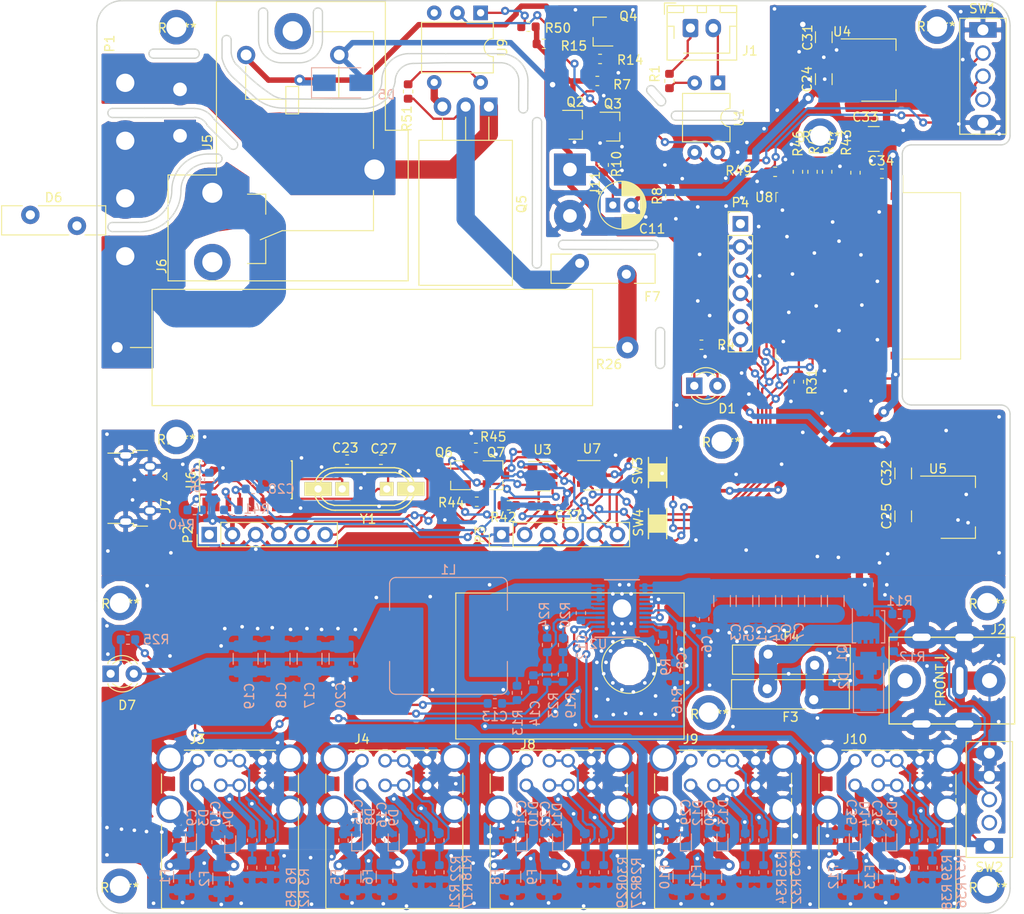
<source format=kicad_pcb>
(kicad_pcb (version 20171130) (host pcbnew 6.0.0-rc1-unknown-0bceb69~66~ubuntu18.04.1)
  (layers (0 F.Cu signal) (31 B.Cu signal) (34 B.Paste user hide) (35 F.Paste user hide) (36 B.SilkS user hide) (37 F.SilkS user) (38 B.Mask user hide) (39 F.Mask user hide) (44 Edge.Cuts user))
  (net 0 "")
  (net 1 GND)
  (net 2 "Net-(C11-Pad1)")
  (net 3 VCOM)
  (net 4 /VIN)
  (net 5 "Net-(C10-Pad1)")
  (net 6 /LL)
  (net 7 "Net-(D1-Pad1)")
  (net 8 "Net-(Q1-Pad4)")
  (net 9 "Net-(C21-Pad1)")
  (net 10 "Net-(C22-Pad1)")
  (net 11 "Net-(C23-Pad1)")
  (net 12 "Net-(J3-Pad6)")
  (net 13 "Net-(J3-Pad2)")
  (net 14 "Net-(J4-Pad6)")
  (net 15 "Net-(J4-Pad2)")
  (net 16 "Net-(C8-Pad1)")
  (net 17 "Net-(C9-Pad1)")
  (net 18 "Net-(C12-Pad1)")
  (net 19 "Net-(C13-Pad2)")
  (net 20 "Net-(C14-Pad1)")
  (net 21 "Net-(C15-Pad1)")
  (net 22 "Net-(C16-Pad1)")
  (net 23 "Net-(C26-Pad1)")
  (net 24 "Net-(C27-Pad1)")
  (net 25 +3V3)
  (net 26 "Net-(C29-Pad1)")
  (net 27 "Net-(C30-Pad1)")
  (net 28 +5V)
  (net 29 "Net-(C35-Pad1)")
  (net 30 "Net-(C36-Pad1)")
  (net 31 /SW)
  (net 32 "Net-(D2-Pad1)")
  (net 33 "Net-(D5-Pad1)")
  (net 34 "Net-(D7-Pad1)")
  (net 35 "Net-(F3-Pad2)")
  (net 36 "Net-(F7-Pad2)")
  (net 37 "Net-(F7-Pad1)")
  (net 38 "Net-(J1-Pad2)")
  (net 39 "Net-(J1-Pad1)")
  (net 40 /AC_IN_L)
  (net 41 /AC_IN_N)
  (net 42 /AC_OUT_L)
  (net 43 "Net-(J7-Pad3)")
  (net 44 "Net-(J7-Pad2)")
  (net 45 "Net-(J8-Pad6)")
  (net 46 "Net-(J8-Pad2)")
  (net 47 "Net-(J9-Pad6)")
  (net 48 "Net-(J9-Pad2)")
  (net 49 "Net-(J10-Pad6)")
  (net 50 "Net-(J10-Pad2)")
  (net 51 "Net-(Q2-Pad3)")
  (net 52 "Net-(Q3-Pad3)")
  (net 53 "Net-(R1-Pad2)")
  (net 54 "Net-(R7-Pad1)")
  (net 55 "Net-(R9-Pad2)")
  (net 56 "Net-(R12-Pad1)")
  (net 57 "Net-(R16-Pad1)")
  (net 58 "Net-(R23-Pad2)")
  (net 59 "Net-(R25-Pad2)")
  (net 60 E_RX)
  (net 61 "Net-(R40-Pad1)")
  (net 62 E_TX)
  (net 63 "Net-(R41-Pad1)")
  (net 64 E_EN)
  (net 65 "Net-(R43-Pad2)")
  (net 66 DTR)
  (net 67 "Net-(Q6-Pad1)")
  (net 68 RTS)
  (net 69 "Net-(Q7-Pad1)")
  (net 70 E_GPIO0)
  (net 71 "Net-(R47-Pad1)")
  (net 72 "Net-(R48-Pad1)")
  (net 73 "Net-(R49-Pad1)")
  (net 74 "Net-(Q5-Pad3)")
  (net 75 "Net-(R50-Pad1)")
  (net 76 "Net-(R51-Pad1)")
  (module Fuse:Fuse_Bourns_MF-RG700 (layer F.Cu) (at 12.71 43.47)
    (fp_text reference D6 (at 2.55 -1.9) (layer F.SilkS))
    (fp_text value TSV07D271KR)
    (pad 2 thru_hole circle (at 5.1 1.2) (size 2.01 2.01) (drill 1.01) (layers *.Cu *.Mask) (net 42 /AC_OUT_L))
    (pad 1 thru_hole circle (at 0 0) (size 2.01 2.01) (drill 1.01) (layers *.Cu *.Mask) (net 40 /AC_IN_L))
  )
  (module Package_DIP:Toshiba_11-7A9 (layer F.Cu) (at 62.02 21.33 270)
    (fp_text reference U9 (at 3.81 -2.39 270) (layer F.SilkS))
    (fp_text value TLP561J)
    (pad 6 thru_hole oval (at 7.62 0 270) (size 1.6 1.6) (drill 0.8) (layers *.Cu *.Mask) (net 76 "Net-(R51-Pad1)"))
    (pad 3 thru_hole oval (at 0 5.08 270) (size 1.6 1.6) (drill 0.8) (layers *.Cu *.Mask))
    (pad 2 thru_hole oval (at 0 2.54 270) (size 1.6 1.6) (drill 0.8) (layers *.Cu *.Mask) (net 52 "Net-(Q3-Pad3)"))
    (pad 4 thru_hole oval (at 7.62 5.08 270) (size 1.6 1.6) (drill 0.8) (layers *.Cu *.Mask) (net 74 "Net-(Q5-Pad3)"))
    (pad 1 thru_hole rect (at 0 0 270) (size 1.6 1.6) (drill 0.8) (layers *.Cu *.Mask) (net 75 "Net-(R50-Pad1)"))
  )
  (module Resistor_SMD:R_0603_1608Metric (layer F.Cu) (at 54.08 29.95 270)
    (fp_text reference R51 (at 2.97 0.13 270) (layer F.SilkS))
    (fp_text value 100R)
    (pad 2 smd roundrect (at 0.7875 0 270) (size 0.875 0.95) (layers F.Cu F.Paste F.Mask) (net 36 "Net-(F7-Pad2)"))
    (pad 1 smd roundrect (at -0.7875 0 270) (size 0.875 0.95) (layers F.Cu F.Paste F.Mask) (net 76 "Net-(R51-Pad1)"))
  )
  (module Resistor_SMD:R_0603_1608Metric (layer F.Cu) (at 67.26 22.86)
    (fp_text reference R50 (at 3.22 0.14) (layer F.SilkS))
    (fp_text value 330R)
    (pad 2 smd roundrect (at 0.7875 0) (size 0.875 0.95) (layers F.Cu F.Paste F.Mask) (net 28 +5V))
    (pad 1 smd roundrect (at -0.7875 0) (size 0.875 0.95) (layers F.Cu F.Paste F.Mask) (net 75 "Net-(R50-Pad1)"))
  )
  (module Resistor_SMD:R_0603_1608Metric (layer F.Cu) (at 68.94 24.73)
    (fp_text reference R15 (at 3.29 0.23) (layer F.SilkS))
    (fp_text value 10k)
    (pad 2 smd roundrect (at 0.7875 0) (size 0.875 0.95) (layers F.Cu F.Paste F.Mask) (net 52 "Net-(Q3-Pad3)"))
    (pad 1 smd roundrect (at -0.7875 0) (size 0.875 0.95) (layers F.Cu F.Paste F.Mask) (net 28 +5V))
  )
  (module Package_TO_SOT_THT:TO-220-3_Horizontal_TabDown (layer F.Cu) (at 62.92 31.61 180)
    (fp_text reference Q5 (at -3.59 -10.68 270) (layer F.SilkS))
    (fp_text value BTA24-600CW)
    (pad 3 thru_hole oval (at 5.08 0 180) (size 1.905 2) (drill 1.1) (layers *.Cu *.Mask) (net 74 "Net-(Q5-Pad3)"))
    (pad 2 thru_hole oval (at 2.54 0 180) (size 1.905 2) (drill 1.1) (layers *.Cu *.Mask) (net 36 "Net-(F7-Pad2)"))
    (pad 1 thru_hole rect (at 0 0 180) (size 1.905 2) (drill 1.1) (layers *.Cu *.Mask) (net 40 /AC_IN_L))
    (pad "" np_thru_hole oval (at 2.54 -16.66 180) (size 3.5 3.5) (drill 3.5) (layers *.Cu *.Mask))
  )
  (module components:SW_SPDT_WITH_SHILD (layer F.Cu) (at 117.03 23.2)
    (fp_text reference SW1 (at 0 -2.33) (layer F.SilkS))
    (fp_text value SW_SPDT_WITH_SHIELD)
    (pad 4 thru_hole rect (at 0 0) (size 3 1.7) (drill 1.2) (layers *.Cu *.Mask) (net 1 GND))
    (pad 1 thru_hole oval (at 0 2.54) (size 1.7 1.7) (drill 1.2) (layers *.Cu *.Mask) (net 31 /SW))
    (pad 2 thru_hole oval (at 0 5.08) (size 1.7 1.7) (drill 1.2) (layers *.Cu *.Mask) (net 54 "Net-(R7-Pad1)"))
    (pad 3 thru_hole oval (at 0 7.62) (size 1.7 1.7) (drill 1.2) (layers *.Cu *.Mask))
    (pad 5 thru_hole oval (at 0 10.16) (size 3 1.7) (drill 1.2) (layers *.Cu *.Mask) (net 1 GND))
  )
  (module components:SW_SPDT_WITH_SHILD (layer F.Cu) (at 117.73 112.61 180)
    (fp_text reference SW2 (at 0 -2.33 180) (layer F.SilkS))
    (fp_text value SW_SPDT_WITH_SHIELD)
    (pad 4 thru_hole rect (at 0 0 180) (size 3 1.7) (drill 1.2) (layers *.Cu *.Mask) (net 1 GND))
    (pad 1 thru_hole oval (at 0 2.54 180) (size 1.7 1.7) (drill 1.2) (layers *.Cu *.Mask))
    (pad 2 thru_hole oval (at 0 5.08 180) (size 1.7 1.7) (drill 1.2) (layers *.Cu *.Mask) (net 56 "Net-(R12-Pad1)"))
    (pad 3 thru_hole oval (at 0 7.62 180) (size 1.7 1.7) (drill 1.2) (layers *.Cu *.Mask) (net 1 GND))
    (pad 5 thru_hole oval (at 0 10.16 180) (size 3 1.7) (drill 1.2) (layers *.Cu *.Mask) (net 1 GND))
  )
  (module Package_TO_SOT_SMD:SOT-223-3_TabPin2 (layer F.Cu) (at 105.6 27.6)
    (fp_text reference U4 (at -4 -4.2) (layer F.SilkS))
    (fp_text value AZ1117-3.3)
    (pad 1 smd rect (at -3.15 -2.3) (size 2 1.5) (layers F.Cu F.Paste F.Mask) (net 1 GND))
    (pad 3 smd rect (at -3.15 2.3) (size 2 1.5) (layers F.Cu F.Paste F.Mask) (net 28 +5V))
    (pad 2 smd rect (at -3.15 0) (size 2 1.5) (layers F.Cu F.Paste F.Mask) (net 25 +3V3))
    (pad 2 smd rect (at 3.15 0) (size 2 3.8) (layers F.Cu F.Paste F.Mask) (net 25 +3V3))
  )
  (module MountingHole:MountingHole_2.2mm_M2_ISO14580_Pad (layer F.Cu) (at 88.4 68.3)
    (fp_text reference REF** (at 0 0.1) (layer F.SilkS))
    (fp_text value MountingHole_2.2mm_M2_ISO14580_Pad)
    (pad 1 thru_hole circle (at 0 0) (size 3.8 3.8) (drill 2.2) (layers *.Cu *.Mask))
  )
  (module Resistor_SMD:R_0603_1608Metric (layer F.Cu) (at 94.27 38.75 180)
    (fp_text reference R49 (at 4 0.1 180) (layer F.SilkS))
    (fp_text value 100R)
    (pad 2 smd roundrect (at 0.7875 0 180) (size 0.875 0.95) (layers F.Cu F.Paste F.Mask) (net 31 /SW))
    (pad 1 smd roundrect (at -0.7875 0 180) (size 0.875 0.95) (layers F.Cu F.Paste F.Mask) (net 73 "Net-(R49-Pad1)"))
  )
  (module Connector_PinHeader_2.54mm:PinHeader_1x06_P2.54mm_Vertical (layer F.Cu) (at 90.47 44.45)
    (fp_text reference P4 (at 0 -2.33) (layer F.SilkS))
    (fp_text value CONN_01X06)
    (pad 6 thru_hole oval (at 0 12.7) (size 1.7 1.7) (drill 1) (layers *.Cu *.Mask) (net 64 E_EN))
    (pad 5 thru_hole oval (at 0 10.16) (size 1.7 1.7) (drill 1) (layers *.Cu *.Mask) (net 70 E_GPIO0))
    (pad 4 thru_hole oval (at 0 7.62) (size 1.7 1.7) (drill 1) (layers *.Cu *.Mask) (net 62 E_TX))
    (pad 3 thru_hole oval (at 0 5.08) (size 1.7 1.7) (drill 1) (layers *.Cu *.Mask) (net 60 E_RX))
    (pad 2 thru_hole oval (at 0 2.54) (size 1.7 1.7) (drill 1) (layers *.Cu *.Mask) (net 1 GND))
    (pad 1 thru_hole rect (at 0 0) (size 1.7 1.7) (drill 1) (layers *.Cu *.Mask))
  )
  (module MountingHole:MountingHole_2.2mm_M2_ISO14580_Pad (layer F.Cu) (at 28.7 67.8)
    (fp_text reference REF** (at 0 0.3) (layer F.SilkS))
    (fp_text value MountingHole_2.2mm_M2_ISO14580_Pad)
    (pad 1 thru_hole circle (at 0 0) (size 3.8 3.8) (drill 2.2) (layers *.Cu *.Mask))
  )
  (module MountingHole:MountingHole_2.2mm_M2_ISO14580_Pad (layer F.Cu) (at 99.2 34.8)
    (fp_text reference REF** (at 0.1 0.1) (layer F.SilkS))
    (fp_text value MountingHole_2.2mm_M2_ISO14580_Pad)
    (pad 1 thru_hole circle (at 0 0) (size 3.8 3.8) (drill 2.2) (layers *.Cu *.Mask))
  )
  (module Connector_Wire:SolderWirePad_1x02_P5.08mm_Drill1.5mm (layer F.Cu) (at 71.8 38.5 270)
    (fp_text reference J11 (at 1.5 -2.76 270) (layer F.SilkS))
    (fp_text value Conn_01x02_Female)
    (pad 2 thru_hole circle (at 5.08 0 270) (size 3.50012 3.50012) (drill 1.50114) (layers *.Cu *.Mask) (net 1 GND))
    (pad 1 thru_hole rect (at 0 0 270) (size 3.50012 3.50012) (drill 1.50114) (layers *.Cu *.Mask) (net 28 +5V))
  )
  (module MountingHole:MountingHole_2.2mm_M2_ISO14580_Pad (layer F.Cu) (at 112.01 22.84)
    (fp_text reference REF** (at -0.1 0) (layer F.SilkS))
    (fp_text value MountingHole_2.2mm_M2_ISO14580_Pad)
    (pad 1 thru_hole circle (at 0 0) (size 3.8 3.8) (drill 2.2) (layers *.Cu *.Mask))
  )
  (module MountingHole:MountingHole_2.2mm_M2_ISO14580_Pad (layer F.Cu) (at 28.7 22.9)
    (fp_text reference REF** (at 0.1 0.1) (layer F.SilkS))
    (fp_text value MountingHole_2.2mm_M2_ISO14580_Pad)
    (pad 1 thru_hole circle (at 0 0) (size 3.8 3.8) (drill 2.2) (layers *.Cu *.Mask))
  )
  (module Package_TO_SOT_SMD:SOT-223-3_TabPin2 (layer F.Cu) (at 114.3 75.5)
    (fp_text reference U5 (at -2.2 -4.2) (layer F.SilkS))
    (fp_text value AZ1117-5.0)
    (pad 1 smd rect (at -3.15 -2.3) (size 2 1.5) (layers F.Cu F.Paste F.Mask) (net 1 GND))
    (pad 3 smd rect (at -3.15 2.3) (size 2 1.5) (layers F.Cu F.Paste F.Mask) (net 4 /VIN))
    (pad 2 smd rect (at -3.15 0) (size 2 1.5) (layers F.Cu F.Paste F.Mask) (net 28 +5V))
    (pad 2 smd rect (at 3.15 0) (size 2 3.8) (layers F.Cu F.Paste F.Mask) (net 28 +5V))
  )
  (module Package_TO_SOT_SMD:SOT-23-6 (layer F.Cu) (at 74.2 72)
    (fp_text reference U7 (at 0 -2.9) (layer F.SilkS))
    (fp_text value CM1293A-04SO)
    (pad 5 smd rect (at 1.1 0) (size 1.06 0.65) (layers F.Cu F.Paste F.Mask) (net 25 +3V3))
    (pad 6 smd rect (at 1.1 -0.95) (size 1.06 0.65) (layers F.Cu F.Paste F.Mask) (net 70 E_GPIO0))
    (pad 4 smd rect (at 1.1 0.95) (size 1.06 0.65) (layers F.Cu F.Paste F.Mask) (net 64 E_EN))
    (pad 3 smd rect (at -1.1 0.95) (size 1.06 0.65) (layers F.Cu F.Paste F.Mask) (net 62 E_TX))
    (pad 2 smd rect (at -1.1 0) (size 1.06 0.65) (layers F.Cu F.Paste F.Mask) (net 1 GND))
    (pad 1 smd rect (at -1.1 -0.95) (size 1.06 0.65) (layers F.Cu F.Paste F.Mask) (net 60 E_RX))
  )
  (module Package_TO_SOT_SMD:SOT-23-6 (layer F.Cu) (at 68.8 72.1)
    (fp_text reference U3 (at 0 -2.9) (layer F.SilkS))
    (fp_text value CM1293A-04SO)
    (pad 5 smd rect (at 1.1 0) (size 1.06 0.65) (layers F.Cu F.Paste F.Mask) (net 25 +3V3))
    (pad 6 smd rect (at 1.1 -0.95) (size 1.06 0.65) (layers F.Cu F.Paste F.Mask) (net 68 RTS))
    (pad 4 smd rect (at 1.1 0.95) (size 1.06 0.65) (layers F.Cu F.Paste F.Mask) (net 66 DTR))
    (pad 3 smd rect (at -1.1 0.95) (size 1.06 0.65) (layers F.Cu F.Paste F.Mask) (net 62 E_TX))
    (pad 2 smd rect (at -1.1 0) (size 1.06 0.65) (layers F.Cu F.Paste F.Mask) (net 1 GND))
    (pad 1 smd rect (at -1.1 -0.95) (size 1.06 0.65) (layers F.Cu F.Paste F.Mask) (net 60 E_RX))
  )
  (module Package_TO_SOT_SMD:SOT-23 (layer F.Cu) (at 63.7 72)
    (fp_text reference Q7 (at 0 -2.5) (layer F.SilkS))
    (fp_text value Q_NPN_BEC)
    (pad 3 smd rect (at 1 0) (size 0.9 0.8) (layers F.Cu F.Paste F.Mask) (net 70 E_GPIO0))
    (pad 2 smd rect (at -1 0.95) (size 0.9 0.8) (layers F.Cu F.Paste F.Mask) (net 66 DTR))
    (pad 1 smd rect (at -1 -0.95) (size 0.9 0.8) (layers F.Cu F.Paste F.Mask) (net 69 "Net-(Q7-Pad1)"))
  )
  (module Package_TO_SOT_SMD:SOT-23 (layer F.Cu) (at 59.5 72 180)
    (fp_text reference Q6 (at 1.5 2.5 180) (layer F.SilkS))
    (fp_text value Q_NPN_BEC)
    (pad 3 smd rect (at 1 0 180) (size 0.9 0.8) (layers F.Cu F.Paste F.Mask) (net 64 E_EN))
    (pad 2 smd rect (at -1 0.95 180) (size 0.9 0.8) (layers F.Cu F.Paste F.Mask) (net 68 RTS))
    (pad 1 smd rect (at -1 -0.95 180) (size 0.9 0.8) (layers F.Cu F.Paste F.Mask) (net 67 "Net-(Q6-Pad1)"))
  )
  (module Connector_PinHeader_2.54mm:PinHeader_1x06_P2.54mm_Vertical (layer F.Cu) (at 64.3 78.5 90)
    (fp_text reference P3 (at 0 -2.33 90) (layer F.SilkS))
    (fp_text value CONN_01X06)
    (pad 6 thru_hole oval (at 0 12.7 90) (size 1.7 1.7) (drill 1) (layers *.Cu *.Mask) (net 64 E_EN))
    (pad 5 thru_hole oval (at 0 10.16 90) (size 1.7 1.7) (drill 1) (layers *.Cu *.Mask) (net 70 E_GPIO0))
    (pad 4 thru_hole oval (at 0 7.62 90) (size 1.7 1.7) (drill 1) (layers *.Cu *.Mask) (net 62 E_TX))
    (pad 3 thru_hole oval (at 0 5.08 90) (size 1.7 1.7) (drill 1) (layers *.Cu *.Mask) (net 60 E_RX))
    (pad 2 thru_hole oval (at 0 2.54 90) (size 1.7 1.7) (drill 1) (layers *.Cu *.Mask) (net 1 GND))
    (pad 1 thru_hole rect (at 0 0 90) (size 1.7 1.7) (drill 1) (layers *.Cu *.Mask) (net 25 +3V3))
  )
  (module Connector_PinHeader_2.54mm:PinHeader_1x06_P2.54mm_Vertical (layer F.Cu) (at 32.3 78.5 90)
    (fp_text reference P2 (at 0 -2.33 90) (layer F.SilkS))
    (fp_text value CONN_01X06)
    (pad 6 thru_hole oval (at 0 12.7 90) (size 1.7 1.7) (drill 1) (layers *.Cu *.Mask) (net 68 RTS))
    (pad 5 thru_hole oval (at 0 10.16 90) (size 1.7 1.7) (drill 1) (layers *.Cu *.Mask) (net 66 DTR))
    (pad 4 thru_hole oval (at 0 7.62 90) (size 1.7 1.7) (drill 1) (layers *.Cu *.Mask) (net 62 E_TX))
    (pad 3 thru_hole oval (at 0 5.08 90) (size 1.7 1.7) (drill 1) (layers *.Cu *.Mask) (net 60 E_RX))
    (pad 2 thru_hole oval (at 0 2.54 90) (size 1.7 1.7) (drill 1) (layers *.Cu *.Mask) (net 1 GND))
    (pad 1 thru_hole rect (at 0 0 90) (size 1.7 1.7) (drill 1) (layers *.Cu *.Mask))
  )
  (module Capacitor_SMD:C_0603_1608Metric (layer F.Cu) (at 68.4 75.3 180)
    (fp_text reference C37 (at -3.2 -1.1 180) (layer F.SilkS))
    (fp_text value 0.1u)
    (pad 2 smd roundrect (at 0.7875 0 180) (size 0.875 0.95) (layers F.Cu F.Paste F.Mask) (net 64 E_EN))
    (pad 1 smd roundrect (at -0.7875 0 180) (size 0.875 0.95) (layers F.Cu F.Paste F.Mask) (net 1 GND))
  )
  (module components:Crystal_HC49-U_Vertical_SMD_Universal (layer F.Cu) (at 49.3 73.5)
    (fp_text reference Y1 (at 0.4 3.3) (layer F.SilkS))
    (fp_text value Crystal)
    (pad 0 thru_hole rect (at 5.08 0) (size 3 1.50114) (drill 0.8) (layers *.Cu *.Mask F.SilkS))
    (pad 0 thru_hole rect (at -5.08 0) (size 3 1.50114) (drill 0.8) (layers *.Cu *.Mask F.SilkS))
    (pad 2 thru_hole rect (at 2.44094 0) (size 1.50114 1.50114) (drill 0.8) (layers *.Cu *.Mask F.SilkS) (net 24 "Net-(C27-Pad1)"))
    (pad 1 thru_hole rect (at -2.44094 0) (size 1.50114 1.50114) (drill 0.8) (layers *.Cu *.Mask F.SilkS) (net 11 "Net-(C23-Pad1)"))
  )
  (module RF_Module:ESP-WROOM-02 (layer F.Cu) (at 101.37 50.15 270)
    (fp_text reference U8 (at -8.6 8.3) (layer F.SilkS))
    (fp_text value ESP-WROOM-02)
    (pad 19 smd rect (at 1.12 0.58 270) (size 4.3 4.3) (layers F.Cu F.Paste F.Mask) (net 1 GND))
    (pad 1 smd rect (at -8.7375 -6 270) (size 0.85 0.9125) (layers F.Cu F.Paste F.Mask) (net 25 +3V3))
    (pad 2 smd rect (at -8.7375 -4.5 270) (size 0.85 0.9125) (layers F.Cu F.Paste F.Mask) (net 65 "Net-(R43-Pad2)"))
    (pad 3 smd rect (at -8.7375 -3 270) (size 0.85 0.9125) (layers F.Cu F.Paste F.Mask))
    (pad 4 smd rect (at -8.7375 -1.5 270) (size 0.85 0.9125) (layers F.Cu F.Paste F.Mask))
    (pad 5 smd rect (at -8.7375 0 270) (size 0.85 0.9125) (layers F.Cu F.Paste F.Mask) (net 73 "Net-(R49-Pad1)"))
    (pad 6 smd rect (at -8.7375 1.5 270) (size 0.85 0.9125) (layers F.Cu F.Paste F.Mask) (net 71 "Net-(R47-Pad1)"))
    (pad 7 smd rect (at -8.7375 3 270) (size 0.85 0.9125) (layers F.Cu F.Paste F.Mask) (net 72 "Net-(R48-Pad1)"))
    (pad 8 smd rect (at -8.7375 4.5 270) (size 0.85 0.9125) (layers F.Cu F.Paste F.Mask) (net 70 E_GPIO0))
    (pad 9 smd rect (at -8.7375 6 270) (size 0.85 0.9125) (layers F.Cu F.Paste F.Mask) (net 1 GND))
    (pad 10 smd rect (at 8.7375 6 270) (size 0.85 0.9125) (layers F.Cu F.Paste F.Mask))
    (pad 11 smd rect (at 8.7375 4.5 270) (size 0.85 0.9125) (layers F.Cu F.Paste F.Mask) (net 60 E_RX))
    (pad 12 smd rect (at 8.7375 3 270) (size 0.85 0.9125) (layers F.Cu F.Paste F.Mask) (net 62 E_TX))
    (pad 13 smd rect (at 8.7375 1.5 270) (size 0.85 0.9125) (layers F.Cu F.Paste F.Mask) (net 1 GND))
    (pad 14 smd rect (at 8.7375 0 270) (size 0.85 0.9125) (layers F.Cu F.Paste F.Mask))
    (pad 15 smd rect (at 8.7375 -1.5 270) (size 0.85 0.9125) (layers F.Cu F.Paste F.Mask) (net 64 E_EN))
    (pad 16 smd rect (at 8.7375 -3 270) (size 0.85 0.9125) (layers F.Cu F.Paste F.Mask))
    (pad 17 smd rect (at 8.7375 -4.5 270) (size 0.85 0.9125) (layers F.Cu F.Paste F.Mask))
    (pad 18 smd rect (at 8.7375 -6 270) (size 0.85 0.9125) (layers F.Cu F.Paste F.Mask) (net 1 GND))
  )
  (module Package_SO:SOIC-16_3.9x9.9mm_P1.27mm (layer F.Cu) (at 36.3 72.5 90)
    (fp_text reference U6 (at 0 -6 90) (layer F.SilkS))
    (fp_text value CH340G)
    (pad 16 smd rect (at 2.7 -4.445 90) (size 1.5 0.6) (layers F.Cu F.Paste F.Mask) (net 23 "Net-(C26-Pad1)"))
    (pad 15 smd rect (at 2.7 -3.175 90) (size 1.5 0.6) (layers F.Cu F.Paste F.Mask))
    (pad 14 smd rect (at 2.7 -1.905 90) (size 1.5 0.6) (layers F.Cu F.Paste F.Mask) (net 68 RTS))
    (pad 13 smd rect (at 2.7 -0.635 90) (size 1.5 0.6) (layers F.Cu F.Paste F.Mask) (net 66 DTR))
    (pad 12 smd rect (at 2.7 0.635 90) (size 1.5 0.6) (layers F.Cu F.Paste F.Mask))
    (pad 11 smd rect (at 2.7 1.905 90) (size 1.5 0.6) (layers F.Cu F.Paste F.Mask))
    (pad 10 smd rect (at 2.7 3.175 90) (size 1.5 0.6) (layers F.Cu F.Paste F.Mask))
    (pad 9 smd rect (at 2.7 4.445 90) (size 1.5 0.6) (layers F.Cu F.Paste F.Mask))
    (pad 8 smd rect (at -2.7 4.445 90) (size 1.5 0.6) (layers F.Cu F.Paste F.Mask) (net 24 "Net-(C27-Pad1)"))
    (pad 7 smd rect (at -2.7 3.175 90) (size 1.5 0.6) (layers F.Cu F.Paste F.Mask) (net 11 "Net-(C23-Pad1)"))
    (pad 6 smd rect (at -2.7 1.905 90) (size 1.5 0.6) (layers F.Cu F.Paste F.Mask) (net 44 "Net-(J7-Pad2)"))
    (pad 5 smd rect (at -2.7 0.635 90) (size 1.5 0.6) (layers F.Cu F.Paste F.Mask) (net 43 "Net-(J7-Pad3)"))
    (pad 4 smd rect (at -2.7 -0.635 90) (size 1.5 0.6) (layers F.Cu F.Paste F.Mask) (net 25 +3V3))
    (pad 3 smd rect (at -2.7 -1.905 90) (size 1.5 0.6) (layers F.Cu F.Paste F.Mask) (net 63 "Net-(R41-Pad1)"))
    (pad 2 smd rect (at -2.7 -3.175 90) (size 1.5 0.6) (layers F.Cu F.Paste F.Mask) (net 61 "Net-(R40-Pad1)"))
    (pad 1 smd rect (at -2.7 -4.445 90) (size 1.5 0.6) (layers F.Cu F.Paste F.Mask) (net 1 GND))
  )
  (module Package_DIP:DIP-4_W7.62mm (layer F.Cu) (at 88 29 270)
    (fp_text reference U1 (at 3.81 -2.33 270) (layer F.SilkS))
    (fp_text value PC817)
    (pad 4 thru_hole oval (at 7.62 0 270) (size 1.6 1.6) (drill 0.8) (layers *.Cu *.Mask) (net 54 "Net-(R7-Pad1)"))
    (pad 2 thru_hole oval (at 0 2.54 270) (size 1.6 1.6) (drill 0.8) (layers *.Cu *.Mask) (net 53 "Net-(R1-Pad2)"))
    (pad 3 thru_hole oval (at 7.62 2.54 270) (size 1.6 1.6) (drill 0.8) (layers *.Cu *.Mask) (net 31 /SW))
    (pad 1 thru_hole rect (at 0 0 270) (size 1.6 1.6) (drill 0.8) (layers *.Cu *.Mask) (net 38 "Net-(J1-Pad2)"))
  )
  (module components:TACT_SW_SMD_Panasonic-EVPAWBD2A (layer F.Cu) (at 81.4 77.3 90)
    (fp_text reference SW4 (at 0.1 -2.1 90) (layer F.SilkS))
    (fp_text value SW_PUSH_SMALL_H)
    (pad 2 smd rect (at -1.85 0 90) (size 1 1.5) (layers F.Cu F.Paste F.Mask) (net 70 E_GPIO0))
    (pad 1 smd rect (at 1.85 0 90) (size 1 1.5) (layers F.Cu F.Paste F.Mask) (net 1 GND))
  )
  (module components:TACT_SW_SMD_Panasonic-EVPAWBD2A (layer F.Cu) (at 81.4 71.7 90)
    (fp_text reference SW3 (at 0.2 -2.2 90) (layer F.SilkS))
    (fp_text value SW_PUSH_SMALL_H)
    (pad 2 smd rect (at -1.85 0 90) (size 1 1.5) (layers F.Cu F.Paste F.Mask) (net 1 GND))
    (pad 1 smd rect (at 1.85 0 90) (size 1 1.5) (layers F.Cu F.Paste F.Mask) (net 64 E_EN))
  )
  (module Resistor_SMD:R_0603_1608Metric (layer F.Cu) (at 98.37 38.75 90)
    (fp_text reference R48 (at 3.3 0.2 90) (layer F.SilkS))
    (fp_text value 10k)
    (pad 2 smd roundrect (at 0.7875 0 90) (size 0.875 0.95) (layers F.Cu F.Paste F.Mask) (net 1 GND))
    (pad 1 smd roundrect (at -0.7875 0 90) (size 0.875 0.95) (layers F.Cu F.Paste F.Mask) (net 72 "Net-(R48-Pad1)"))
  )
  (module Resistor_SMD:R_0603_1608Metric (layer F.Cu) (at 99.97 38.75 90)
    (fp_text reference R47 (at 3.3 0.2 90) (layer F.SilkS))
    (fp_text value 10k)
    (pad 2 smd roundrect (at 0.7875 0 90) (size 0.875 0.95) (layers F.Cu F.Paste F.Mask) (net 1 GND))
    (pad 1 smd roundrect (at -0.7875 0 90) (size 0.875 0.95) (layers F.Cu F.Paste F.Mask) (net 71 "Net-(R47-Pad1)"))
  )
  (module Resistor_SMD:R_0603_1608Metric (layer F.Cu) (at 96.77 38.75 270)
    (fp_text reference R46 (at -3.1 0 270) (layer F.SilkS))
    (fp_text value 100k)
    (pad 2 smd roundrect (at 0.7875 0 270) (size 0.875 0.95) (layers F.Cu F.Paste F.Mask) (net 70 E_GPIO0))
    (pad 1 smd roundrect (at -0.7875 0 270) (size 0.875 0.95) (layers F.Cu F.Paste F.Mask) (net 25 +3V3))
  )
  (module Resistor_SMD:R_0603_1608Metric (layer F.Cu) (at 61.5 69 180)
    (fp_text reference R45 (at -1.9 1.2 180) (layer F.SilkS))
    (fp_text value 10k)
    (pad 2 smd roundrect (at 0.7875 0 180) (size 0.875 0.95) (layers F.Cu F.Paste F.Mask) (net 68 RTS))
    (pad 1 smd roundrect (at -0.7875 0 180) (size 0.875 0.95) (layers F.Cu F.Paste F.Mask) (net 69 "Net-(Q7-Pad1)"))
  )
  (module Resistor_SMD:R_0603_1608Metric (layer F.Cu) (at 61.6 74.9)
    (fp_text reference R44 (at -2.8 0.1) (layer F.SilkS))
    (fp_text value 10k)
    (pad 2 smd roundrect (at 0.7875 0) (size 0.875 0.95) (layers F.Cu F.Paste F.Mask) (net 66 DTR))
    (pad 1 smd roundrect (at -0.7875 0) (size 0.875 0.95) (layers F.Cu F.Paste F.Mask) (net 67 "Net-(Q6-Pad1)"))
  )
  (module Resistor_SMD:R_0603_1608Metric (layer F.Cu) (at 103.07 38.85 270)
    (fp_text reference R43 (at -3.3 1 270) (layer F.SilkS))
    (fp_text value 10k)
    (pad 2 smd roundrect (at 0.7875 0 270) (size 0.875 0.95) (layers F.Cu F.Paste F.Mask) (net 65 "Net-(R43-Pad2)"))
    (pad 1 smd roundrect (at -0.7875 0 270) (size 0.875 0.95) (layers F.Cu F.Paste F.Mask) (net 25 +3V3))
  )
  (module Resistor_SMD:R_0603_1608Metric (layer F.Cu) (at 65.1 75.3)
    (fp_text reference R42 (at -0.6 1.3) (layer F.SilkS))
    (fp_text value 100k)
    (pad 2 smd roundrect (at 0.7875 0) (size 0.875 0.95) (layers F.Cu F.Paste F.Mask) (net 64 E_EN))
    (pad 1 smd roundrect (at -0.7875 0) (size 0.875 0.95) (layers F.Cu F.Paste F.Mask) (net 25 +3V3))
  )
  (module Resistor_SMD:R_0603_1608Metric (layer B.Cu) (at 34.7 75.8 180)
    (fp_text reference R41 (at -2.8 0.1 180) (layer B.SilkS) (effects (justify mirror)))
    (fp_text value 120R)
    (pad 2 smd roundrect (at 0.7875 0 180) (size 0.875 0.95) (layers B.Cu B.Paste B.Mask) (net 62 E_TX))
    (pad 1 smd roundrect (at -0.7875 0 180) (size 0.875 0.95) (layers B.Cu B.Paste B.Mask) (net 63 "Net-(R41-Pad1)"))
  )
  (module Resistor_SMD:R_0603_1608Metric (layer B.Cu) (at 30.7 75.8)
    (fp_text reference R40 (at -1.4 1.6) (layer B.SilkS) (effects (justify mirror)))
    (fp_text value 120R)
    (pad 2 smd roundrect (at 0.7875 0) (size 0.875 0.95) (layers B.Cu B.Paste B.Mask) (net 60 E_RX))
    (pad 1 smd roundrect (at -0.7875 0) (size 0.875 0.95) (layers B.Cu B.Paste B.Mask) (net 61 "Net-(R40-Pad1)"))
  )
  (module Resistor_SMD:R_0603_1608Metric (layer F.Cu) (at 96.87 61.75 270)
    (fp_text reference R31 (at 0 -1.43 270) (layer F.SilkS))
    (fp_text value 10k)
    (pad 2 smd roundrect (at 0.7875 0 270) (size 0.875 0.95) (layers F.Cu F.Paste F.Mask) (net 25 +3V3))
    (pad 1 smd roundrect (at -0.7875 0 270) (size 0.875 0.95) (layers F.Cu F.Paste F.Mask) (net 60 E_RX))
  )
  (module Resistor_THT:R_Axial_Power_L48.0mm_W12.5mm_P55.88mm (layer F.Cu) (at 78.1 58 180)
    (fp_text reference R26 (at 2.03 -1.85 180) (layer F.SilkS))
    (fp_text value 100R)
    (pad 2 thru_hole oval (at 55.88 0 180) (size 2.4 2.4) (drill 1.2) (layers *.Cu *.Mask) (net 42 /AC_OUT_L))
    (pad 1 thru_hole circle (at 0 0 180) (size 2.4 2.4) (drill 1.2) (layers *.Cu *.Mask) (net 37 "Net-(F7-Pad1)"))
  )
  (module Resistor_SMD:R_0603_1608Metric (layer F.Cu) (at 75.099638 26.38499)
    (fp_text reference R14 (at 3.300362 0.11501) (layer F.SilkS))
    (fp_text value 100k)
    (pad 2 smd roundrect (at 0.7875 0) (size 0.875 0.95) (layers F.Cu F.Paste F.Mask) (net 51 "Net-(Q2-Pad3)"))
    (pad 1 smd roundrect (at -0.7875 0) (size 0.875 0.95) (layers F.Cu F.Paste F.Mask) (net 28 +5V))
  )
  (module Resistor_SMD:R_0603_1608Metric (layer F.Cu) (at 75.5 38 90)
    (fp_text reference R10 (at 0.1 1.4 90) (layer F.SilkS))
    (fp_text value 22k)
    (pad 2 smd roundrect (at 0.7875 0 90) (size 0.875 0.95) (layers F.Cu F.Paste F.Mask) (net 31 /SW))
    (pad 1 smd roundrect (at -0.7875 0 90) (size 0.875 0.95) (layers F.Cu F.Paste F.Mask) (net 2 "Net-(C11-Pad1)"))
  )
  (module Resistor_SMD:R_0603_1608Metric (layer F.Cu) (at 82.8 41.4 90)
    (fp_text reference R8 (at 0 -1.43 90) (layer F.SilkS))
    (fp_text value 10k)
    (pad 2 smd roundrect (at 0.7875 0 90) (size 0.875 0.95) (layers F.Cu F.Paste F.Mask) (net 31 /SW))
    (pad 1 smd roundrect (at -0.7875 0 90) (size 0.875 0.95) (layers F.Cu F.Paste F.Mask) (net 1 GND))
  )
  (module Resistor_SMD:R_0603_1608Metric (layer F.Cu) (at 74.8 28.8 180)
    (fp_text reference R7 (at -2.7 -0.4 180) (layer F.SilkS))
    (fp_text value 10R)
    (pad 2 smd roundrect (at 0.7875 0 180) (size 0.875 0.95) (layers F.Cu F.Paste F.Mask) (net 28 +5V))
    (pad 1 smd roundrect (at -0.7875 0 180) (size 0.875 0.95) (layers F.Cu F.Paste F.Mask) (net 54 "Net-(R7-Pad1)"))
  )
  (module Resistor_SMD:R_0603_1608Metric (layer F.Cu) (at 86.2 57.7 180)
    (fp_text reference R4 (at -2.7 0 180) (layer F.SilkS))
    (fp_text value 2.2k)
    (pad 2 smd roundrect (at 0.7875 0 180) (size 0.875 0.95) (layers F.Cu F.Paste F.Mask) (net 7 "Net-(D1-Pad1)"))
    (pad 1 smd roundrect (at -0.7875 0 180) (size 0.875 0.95) (layers F.Cu F.Paste F.Mask) (net 1 GND))
  )
  (module Resistor_SMD:R_0603_1608Metric (layer F.Cu) (at 82.7 28.8 270)
    (fp_text reference R1 (at -0.8 1.6 270) (layer F.SilkS))
    (fp_text value 100R)
    (pad 2 smd roundrect (at 0.7875 0 270) (size 0.875 0.95) (layers F.Cu F.Paste F.Mask) (net 53 "Net-(R1-Pad2)"))
    (pad 1 smd roundrect (at -0.7875 0 270) (size 0.875 0.95) (layers F.Cu F.Paste F.Mask) (net 39 "Net-(J1-Pad1)"))
  )
  (module Package_TO_SOT_SMD:SOT-23 (layer F.Cu) (at 75.099638 23.38499 180)
    (fp_text reference Q4 (at -3.100362 1.68499 180) (layer F.SilkS))
    (fp_text value Q_PMOS_GSD)
    (pad 3 smd rect (at 1 0 180) (size 0.9 0.8) (layers F.Cu F.Paste F.Mask) (net 33 "Net-(D5-Pad1)"))
    (pad 2 smd rect (at -1 0.95 180) (size 0.9 0.8) (layers F.Cu F.Paste F.Mask) (net 28 +5V))
    (pad 1 smd rect (at -1 -0.95 180) (size 0.9 0.8) (layers F.Cu F.Paste F.Mask) (net 51 "Net-(Q2-Pad3)"))
  )
  (module Package_TO_SOT_SMD:SOT-23 (layer F.Cu) (at 76.5 33.8)
    (fp_text reference Q3 (at 0 -2.5) (layer F.SilkS))
    (fp_text value 2N7002)
    (pad 3 smd rect (at 1 0) (size 0.9 0.8) (layers F.Cu F.Paste F.Mask) (net 52 "Net-(Q3-Pad3)"))
    (pad 2 smd rect (at -1 0.95) (size 0.9 0.8) (layers F.Cu F.Paste F.Mask) (net 1 GND))
    (pad 1 smd rect (at -1 -0.95) (size 0.9 0.8) (layers F.Cu F.Paste F.Mask) (net 31 /SW))
  )
  (module Package_TO_SOT_SMD:SOT-23 (layer F.Cu) (at 72.4 33.6)
    (fp_text reference Q2 (at 0 -2.5) (layer F.SilkS))
    (fp_text value 2N7002)
    (pad 3 smd rect (at 1 0) (size 0.9 0.8) (layers F.Cu F.Paste F.Mask) (net 51 "Net-(Q2-Pad3)"))
    (pad 2 smd rect (at -1 0.95) (size 0.9 0.8) (layers F.Cu F.Paste F.Mask) (net 1 GND))
    (pad 1 smd rect (at -1 -0.95) (size 0.9 0.8) (layers F.Cu F.Paste F.Mask) (net 2 "Net-(C11-Pad1)"))
  )
  (module Connector_Wire:SolderWirePad_1x02_P7.62mm_Drill2mm (layer F.Cu) (at 23.1 29 270)
    (fp_text reference P1 (at -4.3 1.7 270) (layer F.SilkS))
    (fp_text value Conn_WallPlug)
    (pad 2 thru_hole circle (at 6.35 0 270) (size 4.50088 4.50088) (drill 1.99898) (layers *.Cu *.Mask) (net 41 /AC_IN_N))
    (pad 1 thru_hole rect (at 0 0 270) (size 4.50088 4.50088) (drill 1.99898) (layers *.Cu *.Mask) (net 40 /AC_IN_L))
  )
  (module thisproject:953-1C-5DG-1 (layer F.Cu) (at 55.2 35.8 180)
    (fp_text reference K1 hide)
    (fp_text value 953-1C-5DG-1 hide)
    (pad 3 thru_hole circle (at 8.662424 9.85 180) (size 2 2) (drill 1.2) (layers *.Cu *.Mask) (net 1 GND))
    (pad 4 thru_hole circle (at 18.862424 9.85 180) (size 2 2) (drill 1.2) (layers *.Cu *.Mask) (net 33 "Net-(D5-Pad1)"))
    (pad NC thru_hole circle (at 13.762424 12.45 180) (size 4 4) (drill 2.2) (layers *.Cu *.Mask))
    (pad 5 thru_hole circle (at 4.812424 -2.7 180) (size 4 4) (drill 2.2) (layers *.Cu *.Mask) (net 40 /AC_IN_L))
    (pad 1 thru_hole circle (at 22.562424 -5.25 180) (size 4 4) (drill 2.2) (layers *.Cu *.Mask) (net 42 /AC_OUT_L))
    (pad 2 thru_hole circle (at 22.562424 -12.85 180) (size 4 4) (drill 2.2) (layers *.Cu *.Mask))
  )
  (module components:USB_Micro-B_Jing_A01SB141B1-067 (layer F.Cu) (at 25.83 73.45 270)
    (fp_text reference J7 (at 1.9 -1.7 270) (layer F.SilkS))
    (fp_text value USB_B_Micro)
    (pad 6 thru_hole oval (at 3.625 2.68) (size 1.7 1.35) (drill oval 1.2 0.7) (layers *.Cu *.Mask) (net 1 GND))
    (pad 6 thru_hole oval (at -3.625 2.68) (size 1.7 1.35) (drill oval 1.2 0.7) (layers *.Cu *.Mask) (net 1 GND))
    (pad 6 thru_hole oval (at 2.425 0.015) (size 1.5 1.1) (drill oval 1.05 0.7) (layers *.Cu *.Mask) (net 1 GND))
    (pad 6 thru_hole oval (at -2.425 0.015) (size 1.5 1.1) (drill oval 1.05 0.7) (layers *.Cu *.Mask) (net 1 GND))
    (pad 5 smd rect (at 1.275 -0.265) (size 1.65 0.4) (layers F.Cu F.Paste F.Mask) (net 1 GND))
    (pad 4 smd rect (at 0.625 -0.265) (size 1.65 0.4) (layers F.Cu F.Paste F.Mask))
    (pad 3 smd rect (at -0.025 -0.265) (size 1.65 0.4) (layers F.Cu F.Paste F.Mask) (net 43 "Net-(J7-Pad3)"))
    (pad 2 smd rect (at -0.675 -0.265) (size 1.65 0.4) (layers F.Cu F.Paste F.Mask) (net 44 "Net-(J7-Pad2)"))
    (pad 1 smd rect (at -1.325 -0.265) (size 1.65 0.4) (layers F.Cu F.Paste F.Mask) (net 23 "Net-(C26-Pad1)"))
  )
  (module Connector_Wire:SolderWirePad_1x02_P7.62mm_Drill2mm (layer F.Cu) (at 23.1 48 90)
    (fp_text reference J6 (at -1.1 4 90) (layer F.SilkS))
    (fp_text value Conn_WallSocket)
    (pad 2 thru_hole circle (at 6.35 0 90) (size 4.50088 4.50088) (drill 1.99898) (layers *.Cu *.Mask) (net 41 /AC_IN_N))
    (pad 1 thru_hole rect (at 0 0 90) (size 4.50088 4.50088) (drill 1.99898) (layers *.Cu *.Mask) (net 42 /AC_OUT_L))
  )
  (module Connector_Wire:SolderWirePad_1x02_P5.08mm_Drill1.5mm (layer F.Cu) (at 29.1 34.8 90)
    (fp_text reference J5 (at -0.7 3 90) (layer F.SilkS))
    (fp_text value Conn_01x02_Female)
    (pad 2 thru_hole circle (at 5.08 0 90) (size 3.50012 3.50012) (drill 1.50114) (layers *.Cu *.Mask) (net 40 /AC_IN_L))
    (pad 1 thru_hole rect (at 0 0 90) (size 3.50012 3.50012) (drill 1.50114) (layers *.Cu *.Mask) (net 41 /AC_IN_N))
  )
  (module Connector_JST:JST_XH_B02B-XH-AM_1x02_P2.50mm_Vertical (layer F.Cu) (at 85 23)
    (fp_text reference J1 (at 6.5 2.5) (layer F.SilkS))
    (fp_text value Conn_01x02_Female)
    (pad "" np_thru_hole circle (at -1.6 2) (size 1.2 1.2) (drill 1.2) (layers *.Cu *.Mask))
    (pad 2 thru_hole oval (at 2.5 0) (size 1.7 2) (drill 1) (layers *.Cu *.Mask) (net 38 "Net-(J1-Pad2)"))
    (pad 1 thru_hole roundrect (at 0 0) (size 1.7 2) (drill 1) (layers *.Cu *.Mask) (roundrect_rratio 0.147059) (net 39 "Net-(J1-Pad1)"))
  )
  (module Fuse:Fuse_Bourns_MF-RHT600 (layer F.Cu) (at 77.98 49.97 180)
    (fp_text reference F7 (at -2.84 -2.47 180) (layer F.SilkS))
    (fp_text value "LVR040S 0.4A hold, 0.9A trip")
    (pad 2 thru_hole circle (at 5.1 1.2 180) (size 2.01 2.01) (drill 1.01) (layers *.Cu *.Mask) (net 36 "Net-(F7-Pad2)"))
    (pad 1 thru_hole circle (at 0 0 180) (size 2.01 2.01) (drill 1.01) (layers *.Cu *.Mask) (net 37 "Net-(F7-Pad1)"))
  )
  (module Diode_SMD:D_SMA (layer B.Cu) (at 46.9 29)
    (fp_text reference D5 (at 4.8 1.3) (layer B.SilkS) (effects (justify mirror)))
    (fp_text value D_Schottky_Small)
    (pad 2 smd rect (at 2 0) (size 2.5 1.8) (layers B.Cu B.Paste B.Mask) (net 1 GND))
    (pad 1 smd rect (at -2 0) (size 2.5 1.8) (layers B.Cu B.Paste B.Mask) (net 33 "Net-(D5-Pad1)"))
  )
  (module LED_THT:LED_D3.0mm (layer F.Cu) (at 85.42 62.2)
    (fp_text reference D1 (at 3.6 2.5) (layer F.SilkS))
    (fp_text value LED)
    (pad 2 thru_hole circle (at 2.54 0) (size 1.8 1.8) (drill 0.9) (layers *.Cu *.Mask) (net 31 /SW))
    (pad 1 thru_hole rect (at 0 0) (size 1.8 1.8) (drill 0.9) (layers *.Cu *.Mask) (net 7 "Net-(D1-Pad1)"))
  )
  (module Capacitor_SMD:C_0603_1608Metric (layer F.Cu) (at 105.97 38.95 180)
    (fp_text reference C34 (at 0.1 1.4 180) (layer F.SilkS))
    (fp_text value 1u)
    (pad 2 smd roundrect (at 0.7875 0 180) (size 0.875 0.95) (layers F.Cu F.Paste F.Mask) (net 1 GND))
    (pad 1 smd roundrect (at -0.7875 0 180) (size 0.875 0.95) (layers F.Cu F.Paste F.Mask) (net 25 +3V3))
  )
  (module Capacitor_SMD:C_1210_3225Metric (layer F.Cu) (at 105.07 35.15 180)
    (fp_text reference C33 (at 0.9 2.4 180) (layer F.SilkS))
    (fp_text value 100u/6.3V)
    (pad 2 smd roundrect (at 1.4 0 180) (size 1.25 2.65) (layers F.Cu F.Paste F.Mask) (roundrect_rratio 0.2) (net 1 GND))
    (pad 1 smd roundrect (at -1.4 0 180) (size 1.25 2.65) (layers F.Cu F.Paste F.Mask) (roundrect_rratio 0.2) (net 25 +3V3))
  )
  (module Capacitor_SMD:C_1206_3216Metric (layer F.Cu) (at 108.3 71.8 270)
    (fp_text reference C32 (at -0.04 1.82 270) (layer F.SilkS))
    (fp_text value 10u)
    (pad 2 smd roundrect (at 1.4 0 270) (size 1.25 1.75) (layers F.Cu F.Paste F.Mask) (roundrect_rratio 0.2) (net 1 GND))
    (pad 1 smd roundrect (at -1.4 0 270) (size 1.25 1.75) (layers F.Cu F.Paste F.Mask) (roundrect_rratio 0.2) (net 28 +5V))
  )
  (module Capacitor_SMD:C_1206_3216Metric (layer F.Cu) (at 99.6 24 270)
    (fp_text reference C31 (at 0.04 1.77 270) (layer F.SilkS))
    (fp_text value 10u)
    (pad 2 smd roundrect (at 1.4 0 270) (size 1.25 1.75) (layers F.Cu F.Paste F.Mask) (roundrect_rratio 0.2) (net 1 GND))
    (pad 1 smd roundrect (at -1.4 0 270) (size 1.25 1.75) (layers F.Cu F.Paste F.Mask) (roundrect_rratio 0.2) (net 25 +3V3))
  )
  (module Capacitor_SMD:C_0603_1608Metric (layer B.Cu) (at 37.0875 73.5)
    (fp_text reference C28 (at 3.1125 0) (layer B.SilkS) (effects (justify mirror)))
    (fp_text value 1u)
    (pad 2 smd roundrect (at 0.7875 0) (size 0.875 0.95) (layers B.Cu B.Paste B.Mask) (net 1 GND))
    (pad 1 smd roundrect (at -0.7875 0) (size 0.875 0.95) (layers B.Cu B.Paste B.Mask) (net 25 +3V3))
  )
  (module Capacitor_SMD:C_0603_1608Metric (layer F.Cu) (at 51.1 70.3 180)
    (fp_text reference C27 (at -0.3 1.2 180) (layer F.SilkS))
    (fp_text value 22p)
    (pad 2 smd roundrect (at 0.7875 0 180) (size 0.875 0.95) (layers F.Cu F.Paste F.Mask) (net 1 GND))
    (pad 1 smd roundrect (at -0.7875 0 180) (size 0.875 0.95) (layers F.Cu F.Paste F.Mask) (net 24 "Net-(C27-Pad1)"))
  )
  (module Capacitor_SMD:C_0603_1608Metric (layer B.Cu) (at 32.3 72.5 270)
    (fp_text reference C26 (at 0 1.43 270) (layer B.SilkS) (effects (justify mirror)))
    (fp_text value 1u)
    (pad 2 smd roundrect (at 0.7875 0 270) (size 0.875 0.95) (layers B.Cu B.Paste B.Mask) (net 1 GND))
    (pad 1 smd roundrect (at -0.7875 0 270) (size 0.875 0.95) (layers B.Cu B.Paste B.Mask) (net 23 "Net-(C26-Pad1)"))
  )
  (module Capacitor_SMD:C_1206_3216Metric (layer F.Cu) (at 108.3 76.5 90)
    (fp_text reference C25 (at 0 -1.82 90) (layer F.SilkS))
    (fp_text value 10u)
    (pad 2 smd roundrect (at 1.4 0 90) (size 1.25 1.75) (layers F.Cu F.Paste F.Mask) (roundrect_rratio 0.2) (net 1 GND))
    (pad 1 smd roundrect (at -1.4 0 90) (size 1.25 1.75) (layers F.Cu F.Paste F.Mask) (roundrect_rratio 0.2) (net 4 /VIN))
  )
  (module Capacitor_SMD:C_1206_3216Metric (layer F.Cu) (at 99.6 28.6 90)
    (fp_text reference C24 (at 0 -1.82 90) (layer F.SilkS))
    (fp_text value 10u)
    (pad 2 smd roundrect (at 1.4 0 90) (size 1.25 1.75) (layers F.Cu F.Paste F.Mask) (roundrect_rratio 0.2) (net 1 GND))
    (pad 1 smd roundrect (at -1.4 0 90) (size 1.25 1.75) (layers F.Cu F.Paste F.Mask) (roundrect_rratio 0.2) (net 28 +5V))
  )
  (module Capacitor_SMD:C_0603_1608Metric (layer F.Cu) (at 47.4 70.3)
    (fp_text reference C23 (at -0.2 -1.3) (layer F.SilkS))
    (fp_text value 22p)
    (pad 2 smd roundrect (at 0.7875 0) (size 0.875 0.95) (layers F.Cu F.Paste F.Mask) (net 1 GND))
    (pad 1 smd roundrect (at -0.7875 0) (size 0.875 0.95) (layers F.Cu F.Paste F.Mask) (net 11 "Net-(C23-Pad1)"))
  )
  (module Capacitor_THT:CP_Radial_D5.0mm_P2.00mm (layer F.Cu) (at 76.5 42.4)
    (fp_text reference C11 (at 4.3 2.6) (layer F.SilkS))
    (fp_text value 22u)
    (pad 2 thru_hole circle (at 2 0) (size 1.6 1.6) (drill 0.8) (layers *.Cu *.Mask) (net 1 GND))
    (pad 1 thru_hole rect (at 0 0) (size 1.6 1.6) (drill 0.8) (layers *.Cu *.Mask) (net 2 "Net-(C11-Pad1)"))
  )
  (module MountingHole:MountingHole_2.2mm_M2_ISO14580_Pad (layer F.Cu) (at 87 98)
    (fp_text reference REF** (at 0.1 0.2) (layer F.SilkS))
    (fp_text value MountingHole_2.2mm_M2_ISO14580_Pad)
    (pad 1 thru_hole circle (at 0 0) (size 3.8 3.8) (drill 2.2) (layers *.Cu *.Mask))
  )
  (module Package_DFN_QFN:DFN-22-1EP_5x6mm_P0.5mm_EP3.14x4.3mm (layer B.Cu) (at 77.5 86.6)
    (fp_text reference U2 (at -2.6 3.9) (layer B.SilkS) (effects (justify mirror)))
    (fp_text value TPS53319)
    (pad 23 thru_hole rect (at 0 0) (size 3.14 4.3) (drill 2) (layers *.Cu B.Mask) (net 1 GND))
    (pad 22 smd rect (at 2.395 2.5) (size 0.98 0.28) (layers B.Cu B.Paste B.Mask))
    (pad 21 smd rect (at 2.395 2) (size 0.98 0.28) (layers B.Cu B.Paste B.Mask) (net 55 "Net-(R9-Pad2)"))
    (pad 20 smd rect (at 2.395 1.5) (size 0.98 0.28) (layers B.Cu B.Paste B.Mask) (net 57 "Net-(R16-Pad1)"))
    (pad 19 smd rect (at 2.395 1) (size 0.98 0.28) (layers B.Cu B.Paste B.Mask) (net 4 /VIN))
    (pad 18 smd rect (at 2.395 0.5) (size 0.98 0.28) (layers B.Cu B.Paste B.Mask) (net 16 "Net-(C8-Pad1)"))
    (pad 17 smd rect (at 2.395 0) (size 0.98 0.28) (layers B.Cu B.Paste B.Mask) (net 4 /VIN))
    (pad 16 smd rect (at 2.395 -0.5) (size 0.98 0.28) (layers B.Cu B.Paste B.Mask) (net 4 /VIN))
    (pad 15 smd rect (at 2.395 -1) (size 0.98 0.28) (layers B.Cu B.Paste B.Mask) (net 4 /VIN))
    (pad 14 smd rect (at 2.395 -1.5) (size 0.98 0.28) (layers B.Cu B.Paste B.Mask) (net 4 /VIN))
    (pad 13 smd rect (at 2.395 -2) (size 0.98 0.28) (layers B.Cu B.Paste B.Mask) (net 4 /VIN))
    (pad 12 smd rect (at 2.395 -2.5) (size 0.98 0.28) (layers B.Cu B.Paste B.Mask) (net 4 /VIN))
    (pad 11 smd rect (at -2.395 -2.5) (size 0.98 0.28) (layers B.Cu B.Paste B.Mask) (net 6 /LL))
    (pad 10 smd rect (at -2.395 -2) (size 0.98 0.28) (layers B.Cu B.Paste B.Mask) (net 6 /LL))
    (pad 9 smd rect (at -2.395 -1.5) (size 0.98 0.28) (layers B.Cu B.Paste B.Mask) (net 6 /LL))
    (pad 8 smd rect (at -2.395 -1) (size 0.98 0.28) (layers B.Cu B.Paste B.Mask) (net 6 /LL))
    (pad 7 smd rect (at -2.395 -0.5) (size 0.98 0.28) (layers B.Cu B.Paste B.Mask) (net 6 /LL))
    (pad 6 smd rect (at -2.395 0) (size 0.98 0.28) (layers B.Cu B.Paste B.Mask) (net 6 /LL))
    (pad 5 smd rect (at -2.395 0.5) (size 0.98 0.28) (layers B.Cu B.Paste B.Mask) (net 58 "Net-(R23-Pad2)"))
    (pad 4 smd rect (at -2.395 1) (size 0.98 0.28) (layers B.Cu B.Paste B.Mask) (net 18 "Net-(C12-Pad1)"))
    (pad 3 smd rect (at -2.395 1.5) (size 0.98 0.28) (layers B.Cu B.Paste B.Mask) (net 59 "Net-(R25-Pad2)"))
    (pad 2 smd rect (at -2.395 2) (size 0.98 0.28) (layers B.Cu B.Paste B.Mask) (net 16 "Net-(C8-Pad1)"))
    (pad 1 smd rect (at -2.395 2.5) (size 0.98 0.28) (layers B.Cu B.Paste B.Mask) (net 20 "Net-(C14-Pad1)"))
  )
  (module MountingHole:MountingHole_2.2mm_M2_ISO14580_Pad (layer F.Cu) (at 117.5 86)
    (fp_text reference REF** (at 0.1 0.1) (layer F.SilkS))
    (fp_text value MountingHole_2.2mm_M2_ISO14580_Pad)
    (pad 1 thru_hole circle (at 0 0) (size 3.8 3.8) (drill 2.2) (layers *.Cu *.Mask))
  )
  (module MountingHole:MountingHole_2.2mm_M2_ISO14580_Pad (layer F.Cu) (at 22.5 86)
    (fp_text reference REF** (at 0.1 0.1) (layer F.SilkS))
    (fp_text value MountingHole_2.2mm_M2_ISO14580_Pad)
    (pad 1 thru_hole circle (at 0 0) (size 3.8 3.8) (drill 2.2) (layers *.Cu *.Mask))
  )
  (module MountingHole:MountingHole_2.2mm_M2_ISO14580_Pad (layer F.Cu) (at 22.5 117)
    (fp_text reference REF** (at 0 0.2) (layer F.SilkS))
    (fp_text value MountingHole_2.2mm_M2_ISO14580_Pad)
    (pad 1 thru_hole circle (at 0 0) (size 3.8 3.8) (drill 2.2) (layers *.Cu *.Mask))
  )
  (module MountingHole:MountingHole_2.2mm_M2_ISO14580_Pad (layer F.Cu) (at 117.5 117)
    (fp_text reference REF** (at 0.1 0.2) (layer F.SilkS))
    (fp_text value MountingHole_2.2mm_M2_ISO14580_Pad)
    (pad 1 thru_hole circle (at 0 0) (size 3.8 3.8) (drill 2.2) (layers *.Cu *.Mask))
  )
  (module Capacitor_SMD:C_0603_1608Metric (layer B.Cu) (at 101.5 112 90)
    (fp_text reference C35 (at 3.1 1.2 90) (layer B.SilkS) (effects (justify mirror)))
    (fp_text value 1u)
    (pad 2 smd roundrect (at 0.7875 0 90) (size 0.875 0.95) (layers B.Cu B.Paste B.Mask) (net 1 GND))
    (pad 1 smd roundrect (at -0.7875 0 90) (size 0.875 0.95) (layers B.Cu B.Paste B.Mask) (net 29 "Net-(C35-Pad1)"))
  )
  (module Capacitor_SMD:C_0603_1608Metric (layer B.Cu) (at 83 112 90)
    (fp_text reference C29 (at 3.1 1.5 90) (layer B.SilkS) (effects (justify mirror)))
    (fp_text value 1u)
    (pad 2 smd roundrect (at 0.7875 0 90) (size 0.875 0.95) (layers B.Cu B.Paste B.Mask) (net 1 GND))
    (pad 1 smd roundrect (at -0.7875 0 90) (size 0.875 0.95) (layers B.Cu B.Paste B.Mask) (net 26 "Net-(C29-Pad1)"))
  )
  (module Capacitor_SMD:C_0603_1608Metric (layer B.Cu) (at 65 112 90)
    (fp_text reference C21 (at 3 1.5 90) (layer B.SilkS) (effects (justify mirror)))
    (fp_text value 1u)
    (pad 2 smd roundrect (at 0.7875 0 90) (size 0.875 0.95) (layers B.Cu B.Paste B.Mask) (net 1 GND))
    (pad 1 smd roundrect (at -0.7875 0 90) (size 0.875 0.95) (layers B.Cu B.Paste B.Mask) (net 9 "Net-(C21-Pad1)"))
  )
  (module Capacitor_SMD:C_0603_1608Metric (layer B.Cu) (at 47 112 90)
    (fp_text reference C15 (at 3.1 1.6 90) (layer B.SilkS) (effects (justify mirror)))
    (fp_text value 1u)
    (pad 2 smd roundrect (at 0.7875 0 90) (size 0.875 0.95) (layers B.Cu B.Paste B.Mask) (net 1 GND))
    (pad 1 smd roundrect (at -0.7875 0 90) (size 0.875 0.95) (layers B.Cu B.Paste B.Mask) (net 21 "Net-(C15-Pad1)"))
  )
  (module Capacitor_SMD:C_0603_1608Metric (layer B.Cu) (at 28.8 112 90)
    (fp_text reference C9 (at 2.5 1.6 90) (layer B.SilkS) (effects (justify mirror)))
    (fp_text value 1u)
    (pad 2 smd roundrect (at 0.7875 0 90) (size 0.875 0.95) (layers B.Cu B.Paste B.Mask) (net 1 GND))
    (pad 1 smd roundrect (at -0.7875 0 90) (size 0.875 0.95) (layers B.Cu B.Paste B.Mask) (net 17 "Net-(C9-Pad1)"))
  )
  (module Resistor_SMD:R_0603_1608Metric (layer B.Cu) (at 109.5 112 90)
    (fp_text reference R39 (at -3 3.6 90) (layer B.SilkS) (effects (justify mirror)))
    (fp_text value DNI)
    (pad 2 smd roundrect (at 0.7875 0 90) (size 0.875 0.95) (layers B.Cu B.Paste B.Mask) (net 1 GND))
    (pad 1 smd roundrect (at -0.7875 0 90) (size 0.875 0.95) (layers B.Cu B.Paste B.Mask) (net 49 "Net-(J10-Pad6)"))
  )
  (module Resistor_SMD:R_0603_1608Metric (layer B.Cu) (at 109.5 115 90)
    (fp_text reference R38 (at -3.2 3.6 90) (layer B.SilkS) (effects (justify mirror)))
    (fp_text value DNI)
    (pad 2 smd roundrect (at 0.7875 0 90) (size 0.875 0.95) (layers B.Cu B.Paste B.Mask) (net 49 "Net-(J10-Pad6)"))
    (pad 1 smd roundrect (at -0.7875 0 90) (size 0.875 0.95) (layers B.Cu B.Paste B.Mask) (net 3 VCOM))
  )
  (module Resistor_SMD:R_0603_1608Metric (layer B.Cu) (at 91 112 90)
    (fp_text reference R35 (at -2.6 4 90) (layer B.SilkS) (effects (justify mirror)))
    (fp_text value DNI)
    (pad 2 smd roundrect (at 0.7875 0 90) (size 0.875 0.95) (layers B.Cu B.Paste B.Mask) (net 1 GND))
    (pad 1 smd roundrect (at -0.7875 0 90) (size 0.875 0.95) (layers B.Cu B.Paste B.Mask) (net 47 "Net-(J9-Pad6)"))
  )
  (module Resistor_SMD:R_0603_1608Metric (layer B.Cu) (at 91 115.5 90)
    (fp_text reference R34 (at -2.1 4 90) (layer B.SilkS) (effects (justify mirror)))
    (fp_text value DNI)
    (pad 2 smd roundrect (at 0.7875 0 90) (size 0.875 0.95) (layers B.Cu B.Paste B.Mask) (net 47 "Net-(J9-Pad6)"))
    (pad 1 smd roundrect (at -0.7875 0 90) (size 0.875 0.95) (layers B.Cu B.Paste B.Mask) (net 3 VCOM))
  )
  (module Resistor_SMD:R_0603_1608Metric (layer B.Cu) (at 111.5 112 90)
    (fp_text reference R37 (at -3 3.1 90) (layer B.SilkS) (effects (justify mirror)))
    (fp_text value DNI)
    (pad 2 smd roundrect (at 0.7875 0 90) (size 0.875 0.95) (layers B.Cu B.Paste B.Mask) (net 1 GND))
    (pad 1 smd roundrect (at -0.7875 0 90) (size 0.875 0.95) (layers B.Cu B.Paste B.Mask) (net 50 "Net-(J10-Pad2)"))
  )
  (module Resistor_SMD:R_0603_1608Metric (layer B.Cu) (at 111.5 115 90)
    (fp_text reference R36 (at -3 3.2 90) (layer B.SilkS) (effects (justify mirror)))
    (fp_text value DNI)
    (pad 2 smd roundrect (at 0.7875 0 90) (size 0.875 0.95) (layers B.Cu B.Paste B.Mask) (net 50 "Net-(J10-Pad2)"))
    (pad 1 smd roundrect (at -0.7875 0 90) (size 0.875 0.95) (layers B.Cu B.Paste B.Mask) (net 3 VCOM))
  )
  (module Resistor_SMD:R_0603_1608Metric (layer B.Cu) (at 93 112 90)
    (fp_text reference R33 (at -2.5 3.5 90) (layer B.SilkS) (effects (justify mirror)))
    (fp_text value DNI)
    (pad 2 smd roundrect (at 0.7875 0 90) (size 0.875 0.95) (layers B.Cu B.Paste B.Mask) (net 1 GND))
    (pad 1 smd roundrect (at -0.7875 0 90) (size 0.875 0.95) (layers B.Cu B.Paste B.Mask) (net 48 "Net-(J9-Pad2)"))
  )
  (module Resistor_SMD:R_0603_1608Metric (layer B.Cu) (at 93 115.5 90)
    (fp_text reference R32 (at -2.1 3.6 90) (layer B.SilkS) (effects (justify mirror)))
    (fp_text value DNI)
    (pad 2 smd roundrect (at 0.7875 0 90) (size 0.875 0.95) (layers B.Cu B.Paste B.Mask) (net 48 "Net-(J9-Pad2)"))
    (pad 1 smd roundrect (at -0.7875 0 90) (size 0.875 0.95) (layers B.Cu B.Paste B.Mask) (net 3 VCOM))
  )
  (module Resistor_SMD:R_0603_1608Metric (layer B.Cu) (at 73.5 112 90)
    (fp_text reference R30 (at -3.2 4.1 90) (layer B.SilkS) (effects (justify mirror)))
    (fp_text value DNI)
    (pad 2 smd roundrect (at 0.7875 0 90) (size 0.875 0.95) (layers B.Cu B.Paste B.Mask) (net 1 GND))
    (pad 1 smd roundrect (at -0.7875 0 90) (size 0.875 0.95) (layers B.Cu B.Paste B.Mask) (net 45 "Net-(J8-Pad6)"))
  )
  (module Resistor_SMD:R_0603_1608Metric (layer B.Cu) (at 73.5 115.5 90)
    (fp_text reference R29 (at -2.5 4 90) (layer B.SilkS) (effects (justify mirror)))
    (fp_text value DNI)
    (pad 2 smd roundrect (at 0.7875 0 90) (size 0.875 0.95) (layers B.Cu B.Paste B.Mask) (net 45 "Net-(J8-Pad6)"))
    (pad 1 smd roundrect (at -0.7875 0 90) (size 0.875 0.95) (layers B.Cu B.Paste B.Mask) (net 3 VCOM))
  )
  (module Resistor_SMD:R_0603_1608Metric (layer B.Cu) (at 75.5 112 90)
    (fp_text reference R28 (at -3.3 3.6 90) (layer B.SilkS) (effects (justify mirror)))
    (fp_text value DNI)
    (pad 2 smd roundrect (at 0.7875 0 90) (size 0.875 0.95) (layers B.Cu B.Paste B.Mask) (net 1 GND))
    (pad 1 smd roundrect (at -0.7875 0 90) (size 0.875 0.95) (layers B.Cu B.Paste B.Mask) (net 46 "Net-(J8-Pad2)"))
  )
  (module Resistor_SMD:R_0603_1608Metric (layer B.Cu) (at 75.5 115.5 90)
    (fp_text reference R27 (at -2.5 3.6 90) (layer B.SilkS) (effects (justify mirror)))
    (fp_text value DNI)
    (pad 2 smd roundrect (at 0.7875 0 90) (size 0.875 0.95) (layers B.Cu B.Paste B.Mask) (net 46 "Net-(J8-Pad2)"))
    (pad 1 smd roundrect (at -0.7875 0 90) (size 0.875 0.95) (layers B.Cu B.Paste B.Mask) (net 3 VCOM))
  )
  (module Resistor_SMD:R_0603_1608Metric (layer B.Cu) (at 55.5 112 90)
    (fp_text reference R22 (at -3.1 3.8 90) (layer B.SilkS) (effects (justify mirror)))
    (fp_text value DNI)
    (pad 2 smd roundrect (at 0.7875 0 90) (size 0.875 0.95) (layers B.Cu B.Paste B.Mask) (net 1 GND))
    (pad 1 smd roundrect (at -0.7875 0 90) (size 0.875 0.95) (layers B.Cu B.Paste B.Mask) (net 14 "Net-(J4-Pad6)"))
  )
  (module Resistor_SMD:R_0603_1608Metric (layer B.Cu) (at 55.5 115.5 90)
    (fp_text reference R21 (at -2.7 3.7 90) (layer B.SilkS) (effects (justify mirror)))
    (fp_text value DNI)
    (pad 2 smd roundrect (at 0.7875 0 90) (size 0.875 0.95) (layers B.Cu B.Paste B.Mask) (net 14 "Net-(J4-Pad6)"))
    (pad 1 smd roundrect (at -0.7875 0 90) (size 0.875 0.95) (layers B.Cu B.Paste B.Mask) (net 3 VCOM))
  )
  (module Resistor_SMD:R_0603_1608Metric (layer B.Cu) (at 57.5 112 90)
    (fp_text reference R18 (at -3 3 90) (layer B.SilkS) (effects (justify mirror)))
    (fp_text value DNI)
    (pad 2 smd roundrect (at 0.7875 0 90) (size 0.875 0.95) (layers B.Cu B.Paste B.Mask) (net 1 GND))
    (pad 1 smd roundrect (at -0.7875 0 90) (size 0.875 0.95) (layers B.Cu B.Paste B.Mask) (net 15 "Net-(J4-Pad2)"))
  )
  (module Resistor_SMD:R_0603_1608Metric (layer B.Cu) (at 57.5 115.5 90)
    (fp_text reference R17 (at -2.6 3.1 90) (layer B.SilkS) (effects (justify mirror)))
    (fp_text value DNI)
    (pad 2 smd roundrect (at 0.7875 0 90) (size 0.875 0.95) (layers B.Cu B.Paste B.Mask) (net 15 "Net-(J4-Pad2)"))
    (pad 1 smd roundrect (at -0.7875 0 90) (size 0.875 0.95) (layers B.Cu B.Paste B.Mask) (net 3 VCOM))
  )
  (module components:USB_Ax2 (layer F.Cu) (at 103.02 103.27)
    (fp_text reference J10 (at 0 -2.35) (layer F.SilkS))
    (fp_text value USB_Ax2)
    (pad 9 thru_hole circle (at -3.02 -0.27 270) (size 3 3) (drill 2.3) (layers *.Cu *.Mask) (net 1 GND))
    (pad 9 thru_hole circle (at 10.12 -0.27 270) (size 3 3) (drill 2.3) (layers *.Cu *.Mask) (net 1 GND))
    (pad 5 thru_hole circle (at 0 2.71 270) (size 1.5 1.5) (drill 1) (layers *.Cu *.Mask) (net 30 "Net-(C36-Pad1)"))
    (pad 6 thru_hole circle (at 2.54 2.71 270) (size 1.5 1.5) (drill 1) (layers *.Cu *.Mask) (net 49 "Net-(J10-Pad6)"))
    (pad 7 thru_hole circle (at 4.57 2.71 270) (size 1.5 1.5) (drill 1) (layers *.Cu *.Mask) (net 49 "Net-(J10-Pad6)"))
    (pad 8 thru_hole circle (at 7.11 2.71 270) (size 1.5 1.5) (drill 1) (layers *.Cu *.Mask) (net 1 GND))
    (pad 4 thru_hole circle (at 7.11 0 270) (size 1.5 1.5) (drill 1) (layers *.Cu *.Mask) (net 1 GND))
    (pad 3 thru_hole circle (at 4.57 0 270) (size 1.5 1.5) (drill 1) (layers *.Cu *.Mask) (net 50 "Net-(J10-Pad2)"))
    (pad 2 thru_hole circle (at 2.54 0 270) (size 1.5 1.5) (drill 1) (layers *.Cu *.Mask) (net 50 "Net-(J10-Pad2)"))
    (pad 1 thru_hole circle (at 0 0 270) (size 1.5 1.5) (drill 1) (layers *.Cu *.Mask) (net 29 "Net-(C35-Pad1)"))
    (pad 9 thru_hole circle (at 10.12 5.33 270) (size 3 3) (drill 2.3) (layers *.Cu *.Mask) (net 1 GND))
    (pad 9 thru_hole circle (at -3.02 5.33 270) (size 3 3) (drill 2.3) (layers *.Cu *.Mask) (net 1 GND))
  )
  (module components:USB_Ax2 (layer F.Cu) (at 85.02 103.27)
    (fp_text reference J9 (at 0 -2.35) (layer F.SilkS))
    (fp_text value USB_Ax2)
    (pad 9 thru_hole circle (at -3.02 -0.27 270) (size 3 3) (drill 2.3) (layers *.Cu *.Mask) (net 1 GND))
    (pad 9 thru_hole circle (at 10.12 -0.27 270) (size 3 3) (drill 2.3) (layers *.Cu *.Mask) (net 1 GND))
    (pad 5 thru_hole circle (at 0 2.71 270) (size 1.5 1.5) (drill 1) (layers *.Cu *.Mask) (net 27 "Net-(C30-Pad1)"))
    (pad 6 thru_hole circle (at 2.54 2.71 270) (size 1.5 1.5) (drill 1) (layers *.Cu *.Mask) (net 47 "Net-(J9-Pad6)"))
    (pad 7 thru_hole circle (at 4.57 2.71 270) (size 1.5 1.5) (drill 1) (layers *.Cu *.Mask) (net 47 "Net-(J9-Pad6)"))
    (pad 8 thru_hole circle (at 7.11 2.71 270) (size 1.5 1.5) (drill 1) (layers *.Cu *.Mask) (net 1 GND))
    (pad 4 thru_hole circle (at 7.11 0 270) (size 1.5 1.5) (drill 1) (layers *.Cu *.Mask) (net 1 GND))
    (pad 3 thru_hole circle (at 4.57 0 270) (size 1.5 1.5) (drill 1) (layers *.Cu *.Mask) (net 48 "Net-(J9-Pad2)"))
    (pad 2 thru_hole circle (at 2.54 0 270) (size 1.5 1.5) (drill 1) (layers *.Cu *.Mask) (net 48 "Net-(J9-Pad2)"))
    (pad 1 thru_hole circle (at 0 0 270) (size 1.5 1.5) (drill 1) (layers *.Cu *.Mask) (net 26 "Net-(C29-Pad1)"))
    (pad 9 thru_hole circle (at 10.12 5.33 270) (size 3 3) (drill 2.3) (layers *.Cu *.Mask) (net 1 GND))
    (pad 9 thru_hole circle (at -3.02 5.33 270) (size 3 3) (drill 2.3) (layers *.Cu *.Mask) (net 1 GND))
  )
  (module components:USB_Ax2 (layer F.Cu) (at 67.02 103.27)
    (fp_text reference J8 (at 0.18 -1.77) (layer F.SilkS))
    (fp_text value USB_Ax2)
    (pad 9 thru_hole circle (at -3.02 -0.27 270) (size 3 3) (drill 2.3) (layers *.Cu *.Mask) (net 1 GND))
    (pad 9 thru_hole circle (at 10.12 -0.27 270) (size 3 3) (drill 2.3) (layers *.Cu *.Mask) (net 1 GND))
    (pad 5 thru_hole circle (at 0 2.71 270) (size 1.5 1.5) (drill 1) (layers *.Cu *.Mask) (net 10 "Net-(C22-Pad1)"))
    (pad 6 thru_hole circle (at 2.54 2.71 270) (size 1.5 1.5) (drill 1) (layers *.Cu *.Mask) (net 45 "Net-(J8-Pad6)"))
    (pad 7 thru_hole circle (at 4.57 2.71 270) (size 1.5 1.5) (drill 1) (layers *.Cu *.Mask) (net 45 "Net-(J8-Pad6)"))
    (pad 8 thru_hole circle (at 7.11 2.71 270) (size 1.5 1.5) (drill 1) (layers *.Cu *.Mask) (net 1 GND))
    (pad 4 thru_hole circle (at 7.11 0 270) (size 1.5 1.5) (drill 1) (layers *.Cu *.Mask) (net 1 GND))
    (pad 3 thru_hole circle (at 4.57 0 270) (size 1.5 1.5) (drill 1) (layers *.Cu *.Mask) (net 46 "Net-(J8-Pad2)"))
    (pad 2 thru_hole circle (at 2.54 0 270) (size 1.5 1.5) (drill 1) (layers *.Cu *.Mask) (net 46 "Net-(J8-Pad2)"))
    (pad 1 thru_hole circle (at 0 0 270) (size 1.5 1.5) (drill 1) (layers *.Cu *.Mask) (net 9 "Net-(C21-Pad1)"))
    (pad 9 thru_hole circle (at 10.12 5.33 270) (size 3 3) (drill 2.3) (layers *.Cu *.Mask) (net 1 GND))
    (pad 9 thru_hole circle (at -3.02 5.33 270) (size 3 3) (drill 2.3) (layers *.Cu *.Mask) (net 1 GND))
  )
  (module components:USB_Ax2 (layer F.Cu) (at 49.02 103.27)
    (fp_text reference J4 (at 0 -2.35) (layer F.SilkS))
    (fp_text value USB_Ax2)
    (pad 9 thru_hole circle (at -3.02 -0.27 270) (size 3 3) (drill 2.3) (layers *.Cu *.Mask) (net 1 GND))
    (pad 9 thru_hole circle (at 10.12 -0.27 270) (size 3 3) (drill 2.3) (layers *.Cu *.Mask) (net 1 GND))
    (pad 5 thru_hole circle (at 0 2.71 270) (size 1.5 1.5) (drill 1) (layers *.Cu *.Mask) (net 22 "Net-(C16-Pad1)"))
    (pad 6 thru_hole circle (at 2.54 2.71 270) (size 1.5 1.5) (drill 1) (layers *.Cu *.Mask) (net 14 "Net-(J4-Pad6)"))
    (pad 7 thru_hole circle (at 4.57 2.71 270) (size 1.5 1.5) (drill 1) (layers *.Cu *.Mask) (net 14 "Net-(J4-Pad6)"))
    (pad 8 thru_hole circle (at 7.11 2.71 270) (size 1.5 1.5) (drill 1) (layers *.Cu *.Mask) (net 1 GND))
    (pad 4 thru_hole circle (at 7.11 0 270) (size 1.5 1.5) (drill 1) (layers *.Cu *.Mask) (net 1 GND))
    (pad 3 thru_hole circle (at 4.57 0 270) (size 1.5 1.5) (drill 1) (layers *.Cu *.Mask) (net 15 "Net-(J4-Pad2)"))
    (pad 2 thru_hole circle (at 2.54 0 270) (size 1.5 1.5) (drill 1) (layers *.Cu *.Mask) (net 15 "Net-(J4-Pad2)"))
    (pad 1 thru_hole circle (at 0 0 270) (size 1.5 1.5) (drill 1) (layers *.Cu *.Mask) (net 21 "Net-(C15-Pad1)"))
    (pad 9 thru_hole circle (at 10.12 5.33 270) (size 3 3) (drill 2.3) (layers *.Cu *.Mask) (net 1 GND))
    (pad 9 thru_hole circle (at -3.02 5.33 270) (size 3 3) (drill 2.3) (layers *.Cu *.Mask) (net 1 GND))
  )
  (module Fuse:Fuse_1206_3216Metric (layer B.Cu) (at 106.5 116 270)
    (fp_text reference F13 (at 0 1.82 270) (layer B.SilkS) (effects (justify mirror)))
    (fp_text value 2A)
    (pad 2 smd roundrect (at 1.4 0 270) (size 1.25 1.75) (layers B.Cu B.Paste B.Mask) (roundrect_rratio 0.2) (net 3 VCOM))
    (pad 1 smd roundrect (at -1.4 0 270) (size 1.25 1.75) (layers B.Cu B.Paste B.Mask) (roundrect_rratio 0.2) (net 30 "Net-(C36-Pad1)"))
  )
  (module Fuse:Fuse_1206_3216Metric (layer B.Cu) (at 102.5 116 270)
    (fp_text reference F12 (at 0 1.82 270) (layer B.SilkS) (effects (justify mirror)))
    (fp_text value 2A)
    (pad 2 smd roundrect (at 1.4 0 270) (size 1.25 1.75) (layers B.Cu B.Paste B.Mask) (roundrect_rratio 0.2) (net 3 VCOM))
    (pad 1 smd roundrect (at -1.4 0 270) (size 1.25 1.75) (layers B.Cu B.Paste B.Mask) (roundrect_rratio 0.2) (net 29 "Net-(C35-Pad1)"))
  )
  (module Fuse:Fuse_1206_3216Metric (layer B.Cu) (at 87.5 116 270)
    (fp_text reference F11 (at 0 1.82 270) (layer B.SilkS) (effects (justify mirror)))
    (fp_text value 2A)
    (pad 2 smd roundrect (at 1.4 0 270) (size 1.25 1.75) (layers B.Cu B.Paste B.Mask) (roundrect_rratio 0.2) (net 3 VCOM))
    (pad 1 smd roundrect (at -1.4 0 270) (size 1.25 1.75) (layers B.Cu B.Paste B.Mask) (roundrect_rratio 0.2) (net 27 "Net-(C30-Pad1)"))
  )
  (module Fuse:Fuse_1206_3216Metric (layer B.Cu) (at 84 116 270)
    (fp_text reference F10 (at 0 1.82 270) (layer B.SilkS) (effects (justify mirror)))
    (fp_text value 2A)
    (pad 2 smd roundrect (at 1.4 0 270) (size 1.25 1.75) (layers B.Cu B.Paste B.Mask) (roundrect_rratio 0.2) (net 3 VCOM))
    (pad 1 smd roundrect (at -1.4 0 270) (size 1.25 1.75) (layers B.Cu B.Paste B.Mask) (roundrect_rratio 0.2) (net 26 "Net-(C29-Pad1)"))
  )
  (module Fuse:Fuse_1206_3216Metric (layer B.Cu) (at 69.5 116 270)
    (fp_text reference F9 (at 0 1.82 270) (layer B.SilkS) (effects (justify mirror)))
    (fp_text value 2A)
    (pad 2 smd roundrect (at 1.4 0 270) (size 1.25 1.75) (layers B.Cu B.Paste B.Mask) (roundrect_rratio 0.2) (net 3 VCOM))
    (pad 1 smd roundrect (at -1.4 0 270) (size 1.25 1.75) (layers B.Cu B.Paste B.Mask) (roundrect_rratio 0.2) (net 10 "Net-(C22-Pad1)"))
  )
  (module Fuse:Fuse_1206_3216Metric (layer B.Cu) (at 65.5 116 270)
    (fp_text reference F8 (at 0 1.82 270) (layer B.SilkS) (effects (justify mirror)))
    (fp_text value 2A)
    (pad 2 smd roundrect (at 1.4 0 270) (size 1.25 1.75) (layers B.Cu B.Paste B.Mask) (roundrect_rratio 0.2) (net 3 VCOM))
    (pad 1 smd roundrect (at -1.4 0 270) (size 1.25 1.75) (layers B.Cu B.Paste B.Mask) (roundrect_rratio 0.2) (net 9 "Net-(C21-Pad1)"))
  )
  (module Fuse:Fuse_1206_3216Metric (layer B.Cu) (at 51.5 116 270)
    (fp_text reference F6 (at 0 1.82 270) (layer B.SilkS) (effects (justify mirror)))
    (fp_text value 2A)
    (pad 2 smd roundrect (at 1.4 0 270) (size 1.25 1.75) (layers B.Cu B.Paste B.Mask) (roundrect_rratio 0.2) (net 3 VCOM))
    (pad 1 smd roundrect (at -1.4 0 270) (size 1.25 1.75) (layers B.Cu B.Paste B.Mask) (roundrect_rratio 0.2) (net 22 "Net-(C16-Pad1)"))
  )
  (module Fuse:Fuse_1206_3216Metric (layer B.Cu) (at 48 116 270)
    (fp_text reference F5 (at 0 1.82 270) (layer B.SilkS) (effects (justify mirror)))
    (fp_text value 2A)
    (pad 2 smd roundrect (at 1.4 0 270) (size 1.25 1.75) (layers B.Cu B.Paste B.Mask) (roundrect_rratio 0.2) (net 3 VCOM))
    (pad 1 smd roundrect (at -1.4 0 270) (size 1.25 1.75) (layers B.Cu B.Paste B.Mask) (roundrect_rratio 0.2) (net 21 "Net-(C15-Pad1)"))
  )
  (module Diode_SMD:D_SOD-523 (layer B.Cu) (at 107 112 90)
    (fp_text reference D15 (at 2.9 0.1 90) (layer B.SilkS) (effects (justify mirror)))
    (fp_text value 6V)
    (pad 1 smd rect (at -0.7 0 270) (size 0.6 0.7) (layers B.Cu B.Paste B.Mask) (net 30 "Net-(C36-Pad1)"))
    (pad 2 smd rect (at 0.7 0 270) (size 0.6 0.7) (layers B.Cu B.Paste B.Mask) (net 1 GND))
  )
  (module Diode_SMD:D_SOD-523 (layer B.Cu) (at 103 112 90)
    (fp_text reference D14 (at 2.9 1.1 90) (layer B.SilkS) (effects (justify mirror)))
    (fp_text value 6V)
    (pad 1 smd rect (at -0.7 0 270) (size 0.6 0.7) (layers B.Cu B.Paste B.Mask) (net 29 "Net-(C35-Pad1)"))
    (pad 2 smd rect (at 0.7 0 270) (size 0.6 0.7) (layers B.Cu B.Paste B.Mask) (net 1 GND))
  )
  (module Diode_SMD:D_SOD-523 (layer B.Cu) (at 88.5 112 90)
    (fp_text reference D13 (at 3.1 0.1 90) (layer B.SilkS) (effects (justify mirror)))
    (fp_text value 6V)
    (pad 1 smd rect (at -0.7 0 270) (size 0.6 0.7) (layers B.Cu B.Paste B.Mask) (net 27 "Net-(C30-Pad1)"))
    (pad 2 smd rect (at 0.7 0 270) (size 0.6 0.7) (layers B.Cu B.Paste B.Mask) (net 1 GND))
  )
  (module Diode_SMD:D_SOD-523 (layer B.Cu) (at 84.5 112 90)
    (fp_text reference D12 (at 3 1.3 90) (layer B.SilkS) (effects (justify mirror)))
    (fp_text value 6V)
    (pad 1 smd rect (at -0.7 0 270) (size 0.6 0.7) (layers B.Cu B.Paste B.Mask) (net 26 "Net-(C29-Pad1)"))
    (pad 2 smd rect (at 0.7 0 270) (size 0.6 0.7) (layers B.Cu B.Paste B.Mask) (net 1 GND))
  )
  (module Diode_SMD:D_SOD-523 (layer B.Cu) (at 70.5 112 90)
    (fp_text reference D11 (at 2.7 -0.1 90) (layer B.SilkS) (effects (justify mirror)))
    (fp_text value 6V)
    (pad 1 smd rect (at -0.7 0 270) (size 0.6 0.7) (layers B.Cu B.Paste B.Mask) (net 10 "Net-(C22-Pad1)"))
    (pad 2 smd rect (at 0.7 0 270) (size 0.6 0.7) (layers B.Cu B.Paste B.Mask) (net 1 GND))
  )
  (module Diode_SMD:D_SOD-523 (layer B.Cu) (at 66.5 112 90)
    (fp_text reference D10 (at 2.9 1.3 90) (layer B.SilkS) (effects (justify mirror)))
    (fp_text value 6V)
    (pad 1 smd rect (at -0.7 0 270) (size 0.6 0.7) (layers B.Cu B.Paste B.Mask) (net 9 "Net-(C21-Pad1)"))
    (pad 2 smd rect (at 0.7 0 270) (size 0.6 0.7) (layers B.Cu B.Paste B.Mask) (net 1 GND))
  )
  (module Diode_SMD:D_SOD-523 (layer B.Cu) (at 52.5 112 90)
    (fp_text reference D9 (at 2.5 0 90) (layer B.SilkS) (effects (justify mirror)))
    (fp_text value 6V)
    (pad 1 smd rect (at -0.7 0 270) (size 0.6 0.7) (layers B.Cu B.Paste B.Mask) (net 22 "Net-(C16-Pad1)"))
    (pad 2 smd rect (at 0.7 0 270) (size 0.6 0.7) (layers B.Cu B.Paste B.Mask) (net 1 GND))
  )
  (module Diode_SMD:D_SOD-523 (layer B.Cu) (at 48.5 112 90)
    (fp_text reference D8 (at 2.6 1.4 90) (layer B.SilkS) (effects (justify mirror)))
    (fp_text value 6V)
    (pad 1 smd rect (at -0.7 0 270) (size 0.6 0.7) (layers B.Cu B.Paste B.Mask) (net 21 "Net-(C15-Pad1)"))
    (pad 2 smd rect (at 0.7 0 270) (size 0.6 0.7) (layers B.Cu B.Paste B.Mask) (net 1 GND))
  )
  (module Capacitor_SMD:C_0603_1608Metric (layer B.Cu) (at 105.5 112 90)
    (fp_text reference C36 (at 3 0 90) (layer B.SilkS) (effects (justify mirror)))
    (fp_text value 1u)
    (pad 2 smd roundrect (at 0.7875 0 90) (size 0.875 0.95) (layers B.Cu B.Paste B.Mask) (net 1 GND))
    (pad 1 smd roundrect (at -0.7875 0 90) (size 0.875 0.95) (layers B.Cu B.Paste B.Mask) (net 30 "Net-(C36-Pad1)"))
  )
  (module Capacitor_SMD:C_0603_1608Metric (layer B.Cu) (at 87 112 90)
    (fp_text reference C30 (at 3 0.1 90) (layer B.SilkS) (effects (justify mirror)))
    (fp_text value 1u)
    (pad 2 smd roundrect (at 0.7875 0 90) (size 0.875 0.95) (layers B.Cu B.Paste B.Mask) (net 1 GND))
    (pad 1 smd roundrect (at -0.7875 0 90) (size 0.875 0.95) (layers B.Cu B.Paste B.Mask) (net 27 "Net-(C30-Pad1)"))
  )
  (module Capacitor_SMD:C_0603_1608Metric (layer B.Cu) (at 69 112 90)
    (fp_text reference C22 (at 2.9 0.1 90) (layer B.SilkS) (effects (justify mirror)))
    (fp_text value 1u)
    (pad 2 smd roundrect (at 0.7875 0 90) (size 0.875 0.95) (layers B.Cu B.Paste B.Mask) (net 1 GND))
    (pad 1 smd roundrect (at -0.7875 0 90) (size 0.875 0.95) (layers B.Cu B.Paste B.Mask) (net 10 "Net-(C22-Pad1)"))
  )
  (module Capacitor_SMD:C_0603_1608Metric (layer B.Cu) (at 51 112 90)
    (fp_text reference C16 (at 2.8 0.2 90) (layer B.SilkS) (effects (justify mirror)))
    (fp_text value 1u)
    (pad 2 smd roundrect (at 0.7875 0 90) (size 0.875 0.95) (layers B.Cu B.Paste B.Mask) (net 1 GND))
    (pad 1 smd roundrect (at -0.7875 0 90) (size 0.875 0.95) (layers B.Cu B.Paste B.Mask) (net 22 "Net-(C16-Pad1)"))
  )
  (module Fuse:Fuse_1206_3216Metric (layer B.Cu) (at 33.6 116.2 270)
    (fp_text reference F2 (at 0 1.82 270) (layer B.SilkS) (effects (justify mirror)))
    (fp_text value 2A)
    (pad 2 smd roundrect (at 1.4 0 270) (size 1.25 1.75) (layers B.Cu B.Paste B.Mask) (roundrect_rratio 0.2) (net 3 VCOM))
    (pad 1 smd roundrect (at -1.4 0 270) (size 1.25 1.75) (layers B.Cu B.Paste B.Mask) (roundrect_rratio 0.2) (net 5 "Net-(C10-Pad1)"))
  )
  (module Fuse:Fuse_1206_3216Metric (layer B.Cu) (at 29.3 116 270)
    (fp_text reference F1 (at 0 1.82 270) (layer B.SilkS) (effects (justify mirror)))
    (fp_text value 2A)
    (pad 2 smd roundrect (at 1.4 0 270) (size 1.25 1.75) (layers B.Cu B.Paste B.Mask) (roundrect_rratio 0.2) (net 3 VCOM))
    (pad 1 smd roundrect (at -1.4 0 270) (size 1.25 1.75) (layers B.Cu B.Paste B.Mask) (roundrect_rratio 0.2) (net 17 "Net-(C9-Pad1)"))
  )
  (module Resistor_SMD:R_0603_1608Metric (layer B.Cu) (at 23.4 90)
    (fp_text reference R25 (at 3.1 0) (layer B.SilkS) (effects (justify mirror)))
    (fp_text value 1k)
    (pad 2 smd roundrect (at 0.7875 0) (size 0.875 0.95) (layers B.Cu B.Paste B.Mask) (net 59 "Net-(R25-Pad2)"))
    (pad 1 smd roundrect (at -0.7875 0) (size 0.875 0.95) (layers B.Cu B.Paste B.Mask) (net 34 "Net-(D7-Pad1)"))
  )
  (module Resistor_SMD:R_0603_1608Metric (layer B.Cu) (at 69.3 90.6 90)
    (fp_text reference R24 (at 3.3 -0.3 90) (layer B.SilkS) (effects (justify mirror)))
    (fp_text value 10k)
    (pad 2 smd roundrect (at 0.7875 0 90) (size 0.875 0.95) (layers B.Cu B.Paste B.Mask) (net 1 GND))
    (pad 1 smd roundrect (at -0.7875 0 90) (size 0.875 0.95) (layers B.Cu B.Paste B.Mask) (net 58 "Net-(R23-Pad2)"))
  )
  (module Resistor_SMD:R_0603_1608Metric (layer B.Cu) (at 69.3 93.85 90)
    (fp_text reference R23 (at -3.35 0.7 90) (layer B.SilkS) (effects (justify mirror)))
    (fp_text value 75k)
    (pad 2 smd roundrect (at 0.7875 0 90) (size 0.875 0.95) (layers B.Cu B.Paste B.Mask) (net 58 "Net-(R23-Pad2)"))
    (pad 1 smd roundrect (at -0.7875 0 90) (size 0.875 0.95) (layers B.Cu B.Paste B.Mask) (net 3 VCOM))
  )
  (module Resistor_SMD:R_0603_1608Metric (layer B.Cu) (at 71.05 90.6 90)
    (fp_text reference R20 (at 3.3 0.25 90) (layer B.SilkS) (effects (justify mirror)))
    (fp_text value 10k)
    (pad 2 smd roundrect (at 0.7875 0 90) (size 0.875 0.95) (layers B.Cu B.Paste B.Mask) (net 1 GND))
    (pad 1 smd roundrect (at -0.7875 0 90) (size 0.875 0.95) (layers B.Cu B.Paste B.Mask) (net 20 "Net-(C14-Pad1)"))
  )
  (module Resistor_SMD:R_0603_1608Metric (layer B.Cu) (at 71.05 93.85 90)
    (fp_text reference R19 (at -3.35 0.85 90) (layer B.SilkS) (effects (justify mirror)))
    (fp_text value 75k)
    (pad 2 smd roundrect (at 0.7875 0 90) (size 0.875 0.95) (layers B.Cu B.Paste B.Mask) (net 20 "Net-(C14-Pad1)"))
    (pad 1 smd roundrect (at -0.7875 0 90) (size 0.875 0.95) (layers B.Cu B.Paste B.Mask) (net 3 VCOM))
  )
  (module Resistor_SMD:R_0603_1608Metric (layer B.Cu) (at 83.33 93.31 270)
    (fp_text reference R16 (at 3.4 -0.2 270) (layer B.SilkS) (effects (justify mirror)))
    (fp_text value 200k)
    (pad 2 smd roundrect (at 0.7875 0 270) (size 0.875 0.95) (layers B.Cu B.Paste B.Mask) (net 1 GND))
    (pad 1 smd roundrect (at -0.7875 0 270) (size 0.875 0.95) (layers B.Cu B.Paste B.Mask) (net 57 "Net-(R16-Pad1)"))
  )
  (module Resistor_SMD:R_0603_1608Metric (layer B.Cu) (at 66 95.85 270)
    (fp_text reference R13 (at 3.25 -0.1 270) (layer B.SilkS) (effects (justify mirror)))
    (fp_text value 3k)
    (pad 2 smd roundrect (at 0.7875 0 270) (size 0.875 0.95) (layers B.Cu B.Paste B.Mask) (net 19 "Net-(C13-Pad2)"))
    (pad 1 smd roundrect (at -0.7875 0 270) (size 0.875 0.95) (layers B.Cu B.Paste B.Mask) (net 6 /LL))
  )
  (module Resistor_SMD:R_0603_1608Metric (layer B.Cu) (at 82 90.25 90)
    (fp_text reference R9 (at -2.75 0.3 90) (layer B.SilkS) (effects (justify mirror)))
    (fp_text value 150k)
    (pad 2 smd roundrect (at 0.7875 0 90) (size 0.875 0.95) (layers B.Cu B.Paste B.Mask) (net 55 "Net-(R9-Pad2)"))
    (pad 1 smd roundrect (at -0.7875 0 90) (size 0.875 0.95) (layers B.Cu B.Paste B.Mask) (net 1 GND))
  )
  (module Resistor_SMD:R_0603_1608Metric (layer B.Cu) (at 107.25 90.5 90)
    (fp_text reference R12 (at -1.4 2.05 180) (layer B.SilkS) (effects (justify mirror)))
    (fp_text value 22K)
    (pad 2 smd roundrect (at 0.7875 0 90) (size 0.875 0.95) (layers B.Cu B.Paste B.Mask) (net 8 "Net-(Q1-Pad4)"))
    (pad 1 smd roundrect (at -0.7875 0 90) (size 0.875 0.95) (layers B.Cu B.Paste B.Mask) (net 56 "Net-(R12-Pad1)"))
  )
  (module Resistor_SMD:R_0603_1608Metric (layer B.Cu) (at 107.9 87.2 180)
    (fp_text reference R11 (at 0 1.43 180) (layer B.SilkS) (effects (justify mirror)))
    (fp_text value 1M)
    (pad 2 smd roundrect (at 0.7875 0 180) (size 0.875 0.95) (layers B.Cu B.Paste B.Mask) (net 4 /VIN))
    (pad 1 smd roundrect (at -0.7875 0 180) (size 0.875 0.95) (layers B.Cu B.Paste B.Mask) (net 8 "Net-(Q1-Pad4)"))
  )
  (module Resistor_SMD:R_0603_1608Metric (layer B.Cu) (at 37 112 90)
    (fp_text reference R6 (at -3.9 4.3 90) (layer B.SilkS) (effects (justify mirror)))
    (fp_text value DNI)
    (pad 2 smd roundrect (at 0.7875 0 90) (size 0.875 0.95) (layers B.Cu B.Paste B.Mask) (net 1 GND))
    (pad 1 smd roundrect (at -0.7875 0 90) (size 0.875 0.95) (layers B.Cu B.Paste B.Mask) (net 12 "Net-(J3-Pad6)"))
  )
  (module Resistor_SMD:R_0603_1608Metric (layer B.Cu) (at 37 115 90)
    (fp_text reference R5 (at -3.4 4.3 90) (layer B.SilkS) (effects (justify mirror)))
    (fp_text value DNI)
    (pad 2 smd roundrect (at 0.7875 0 90) (size 0.875 0.95) (layers B.Cu B.Paste B.Mask) (net 12 "Net-(J3-Pad6)"))
    (pad 1 smd roundrect (at -0.7875 0 90) (size 0.875 0.95) (layers B.Cu B.Paste B.Mask) (net 3 VCOM))
  )
  (module Resistor_SMD:R_0603_1608Metric (layer B.Cu) (at 39 112 90)
    (fp_text reference R3 (at -4 3.7 90) (layer B.SilkS) (effects (justify mirror)))
    (fp_text value DNI)
    (pad 2 smd roundrect (at 0.7875 0 90) (size 0.875 0.95) (layers B.Cu B.Paste B.Mask) (net 1 GND))
    (pad 1 smd roundrect (at -0.7875 0 90) (size 0.875 0.95) (layers B.Cu B.Paste B.Mask) (net 13 "Net-(J3-Pad2)"))
  )
  (module Resistor_SMD:R_0603_1608Metric (layer B.Cu) (at 39 115 90)
    (fp_text reference R2 (at -3.4 3.7 90) (layer B.SilkS) (effects (justify mirror)))
    (fp_text value DNI)
    (pad 2 smd roundrect (at 0.7875 0 90) (size 0.875 0.95) (layers B.Cu B.Paste B.Mask) (net 13 "Net-(J3-Pad2)"))
    (pad 1 smd roundrect (at -0.7875 0 90) (size 0.875 0.95) (layers B.Cu B.Paste B.Mask) (net 3 VCOM))
  )
  (module Package_SON:Diodes_PowerDI3333-8 (layer B.Cu) (at 104.5 88.6 270)
    (fp_text reference Q1 (at 2.9 2.9 270) (layer B.SilkS) (effects (justify mirror)))
    (fp_text value DMP3007SCG)
    (pad 5 smd custom (at 0.455 0 270) (size 1.71 2.37) (layers B.Cu B.Mask) (net 35 "Net-(F3-Pad2)") (options (clearance outline) (anchor rect)) (primitives (gr_poly (pts (xy 0.855 -1.185) (xy 1.395 -1.185) (xy 1.395 -0.765) (xy 0.855 -0.765)) (width 0)) (gr_poly (pts (xy 0.855 -0.535) (xy 1.395 -0.535) (xy 1.395 -0.115) (xy 0.855 -0.115)) (width 0)) (gr_poly (pts (xy 0.855 0.115) (xy 1.395 0.115) (xy 1.395 0.535) (xy 0.855 0.535)) (width 0)) (gr_poly (pts (xy 0.855 0.765) (xy 1.395 0.765) (xy 1.395 1.185) (xy 0.855 1.185)) (width 0))))
    (pad 4 smd rect (at -1.5 -0.975 270) (size 0.7 0.42) (layers B.Cu B.Paste B.Mask) (net 8 "Net-(Q1-Pad4)"))
    (pad 2 smd rect (at -1.5 0.325 270) (size 0.7 0.42) (layers B.Cu B.Paste B.Mask) (net 4 /VIN))
    (pad 3 smd rect (at -1.5 -0.325 270) (size 0.7 0.42) (layers B.Cu B.Paste B.Mask) (net 4 /VIN))
    (pad 1 smd rect (at -1.5 0.975 270) (size 0.7 0.42) (layers B.Cu B.Paste B.Mask) (net 4 /VIN))
  )
  (module Inductor_SMD:L_Bourns_SRP1245A (layer B.Cu) (at 58.5 89.6 180)
    (fp_text reference L1 (at 0 7.25 180) (layer B.SilkS) (effects (justify mirror)))
    (fp_text value "1.5uH 29A")
    (pad 2 smd rect (at 5.55 0 180) (size 3.1 5) (layers B.Cu B.Paste B.Mask) (net 3 VCOM))
    (pad 1 smd rect (at -5.55 0 180) (size 3.1 5) (layers B.Cu B.Paste B.Mask) (net 6 /LL))
  )
  (module components:USB_Ax2 (layer F.Cu) (at 31.02 103.27)
    (fp_text reference J3 (at 0 -2.35) (layer F.SilkS))
    (fp_text value USB_Ax2)
    (pad 9 thru_hole circle (at -3.02 -0.27 270) (size 3 3) (drill 2.3) (layers *.Cu *.Mask) (net 1 GND))
    (pad 9 thru_hole circle (at 10.12 -0.27 270) (size 3 3) (drill 2.3) (layers *.Cu *.Mask) (net 1 GND))
    (pad 5 thru_hole circle (at 0 2.71 270) (size 1.5 1.5) (drill 1) (layers *.Cu *.Mask) (net 5 "Net-(C10-Pad1)"))
    (pad 6 thru_hole circle (at 2.54 2.71 270) (size 1.5 1.5) (drill 1) (layers *.Cu *.Mask) (net 12 "Net-(J3-Pad6)"))
    (pad 7 thru_hole circle (at 4.57 2.71 270) (size 1.5 1.5) (drill 1) (layers *.Cu *.Mask) (net 12 "Net-(J3-Pad6)"))
    (pad 8 thru_hole circle (at 7.11 2.71 270) (size 1.5 1.5) (drill 1) (layers *.Cu *.Mask) (net 1 GND))
    (pad 4 thru_hole circle (at 7.11 0 270) (size 1.5 1.5) (drill 1) (layers *.Cu *.Mask) (net 1 GND))
    (pad 3 thru_hole circle (at 4.57 0 270) (size 1.5 1.5) (drill 1) (layers *.Cu *.Mask) (net 13 "Net-(J3-Pad2)"))
    (pad 2 thru_hole circle (at 2.54 0 270) (size 1.5 1.5) (drill 1) (layers *.Cu *.Mask) (net 13 "Net-(J3-Pad2)"))
    (pad 1 thru_hole circle (at 0 0 270) (size 1.5 1.5) (drill 1) (layers *.Cu *.Mask) (net 17 "Net-(C9-Pad1)"))
    (pad 9 thru_hole circle (at 10.12 5.33 270) (size 3 3) (drill 2.3) (layers *.Cu *.Mask) (net 1 GND))
    (pad 9 thru_hole circle (at -3.02 5.33 270) (size 3 3) (drill 2.3) (layers *.Cu *.Mask) (net 1 GND))
  )
  (module components:BARREL_JACK_HIGH_CURRENT_PJ018 (layer F.Cu) (at 120.5 94.5 270)
    (fp_text reference J2 (at -5.6 1.8) (layer F.SilkS))
    (fp_text value Barrel_Jack)
    (fp_text user FRONT (at 0.5 8.1 270) (layer F.SilkS))
    (pad 1 thru_hole circle (at 0 12 270) (size 3.5 3.5) (drill 1.65) (layers *.Cu *.Mask) (net 32 "Net-(D2-Pad1)"))
    (pad 3 thru_hole oval (at 4.75 10.2) (size 3.8 2.5) (drill oval 2 0.8) (layers *.Cu *.Mask) (net 1 GND))
    (pad 3 thru_hole oval (at -4.75 10.2) (size 3.8 2.5) (drill oval 2 0.8) (layers *.Cu *.Mask) (net 1 GND))
    (pad 3 thru_hole oval (at -4.75 5.5) (size 3.8 2.5) (drill oval 2 0.8) (layers *.Cu *.Mask) (net 1 GND))
    (pad 3 thru_hole oval (at 4.75 5.5) (size 3.8 2.5) (drill oval 2 0.8) (layers *.Cu *.Mask) (net 1 GND))
    (pad 3 thru_hole oval (at 0 6 270) (size 4 1.7) (drill oval 3 0.8) (layers *.Cu *.Mask) (net 1 GND))
    (pad 2 thru_hole circle (at 0 2.75 270) (size 3.5 3.5) (drill 1.65) (layers *.Cu *.Mask) (net 1 GND))
  )
  (module Fuse:Fuse_Bourns_MF-RG800 (layer F.Cu) (at 93.5 91.6)
    (fp_text reference F4 (at 2.55 -1.9) (layer F.SilkS))
    (fp_text value "3A hold")
    (pad 2 thru_hole circle (at 5.1 1.2) (size 2.01 2.01) (drill 1.01) (layers *.Cu *.Mask) (net 32 "Net-(D2-Pad1)"))
    (pad 1 thru_hole circle (at 0 0) (size 2.01 2.01) (drill 1.01) (layers *.Cu *.Mask) (net 35 "Net-(F3-Pad2)"))
  )
  (module Fuse:Fuse_Bourns_MF-RG800 (layer F.Cu) (at 98.5 96.6 180)
    (fp_text reference F3 (at 2.55 -1.9 180) (layer F.SilkS))
    (fp_text value "3A hold")
    (pad 2 thru_hole circle (at 5.1 1.2 180) (size 2.01 2.01) (drill 1.01) (layers *.Cu *.Mask) (net 35 "Net-(F3-Pad2)"))
    (pad 1 thru_hole circle (at 0 0 180) (size 2.01 2.01) (drill 1.01) (layers *.Cu *.Mask) (net 32 "Net-(D2-Pad1)"))
  )
  (module LED_THT:LED_D3.0mm (layer F.Cu) (at 21.5 93.75)
    (fp_text reference D7 (at 1.8 3.45) (layer F.SilkS))
    (fp_text value LED)
    (pad 2 thru_hole circle (at 2.54 0) (size 1.8 1.8) (drill 0.9) (layers *.Cu *.Mask) (net 3 VCOM))
    (pad 1 thru_hole rect (at 0 0) (size 1.8 1.8) (drill 0.9) (layers *.Cu *.Mask) (net 34 "Net-(D7-Pad1)"))
  )
  (module Diode_SMD:D_SOD-523 (layer B.Cu) (at 34.6 112.2 90)
    (fp_text reference D4 (at 2.5 -0.2 90) (layer B.SilkS) (effects (justify mirror)))
    (fp_text value 6V)
    (pad 1 smd rect (at -0.7 0 270) (size 0.6 0.7) (layers B.Cu B.Paste B.Mask) (net 5 "Net-(C10-Pad1)"))
    (pad 2 smd rect (at 0.7 0 270) (size 0.6 0.7) (layers B.Cu B.Paste B.Mask) (net 1 GND))
  )
  (module Diode_SMD:D_SOD-523 (layer B.Cu) (at 30.3 112 90)
    (fp_text reference D3 (at 2.5 1.4 90) (layer B.SilkS) (effects (justify mirror)))
    (fp_text value 6V)
    (pad 1 smd rect (at -0.7 0 270) (size 0.6 0.7) (layers B.Cu B.Paste B.Mask) (net 17 "Net-(C9-Pad1)"))
    (pad 2 smd rect (at 0.7 0 270) (size 0.6 0.7) (layers B.Cu B.Paste B.Mask) (net 1 GND))
  )
  (module Diode_SMD:D_SMA (layer B.Cu) (at 104.5 94.6 90)
    (fp_text reference D2 (at 0.1 -2.7 90) (layer B.SilkS) (effects (justify mirror)))
    (fp_text value "28V TVS")
    (pad 2 smd rect (at 2 0 90) (size 2.5 1.8) (layers B.Cu B.Paste B.Mask) (net 1 GND))
    (pad 1 smd rect (at -2 0 90) (size 2.5 1.8) (layers B.Cu B.Paste B.Mask) (net 32 "Net-(D2-Pad1)"))
  )
  (module Capacitor_SMD:C_1210_3225Metric (layer B.Cu) (at 46.784617 92.113959 90)
    (fp_text reference C20 (at -3.986041 -0.084617 90) (layer B.SilkS) (effects (justify mirror)))
    (fp_text value 100u/6.3V)
    (pad 2 smd roundrect (at 1.4 0 90) (size 1.25 2.65) (layers B.Cu B.Paste B.Mask) (roundrect_rratio 0.2) (net 1 GND))
    (pad 1 smd roundrect (at -1.4 0 90) (size 1.25 2.65) (layers B.Cu B.Paste B.Mask) (roundrect_rratio 0.2) (net 3 VCOM))
  )
  (module Capacitor_SMD:C_1210_3225Metric (layer B.Cu) (at 36.284617 92.113959 90)
    (fp_text reference C19 (at -4.086041 0.415383 90) (layer B.SilkS) (effects (justify mirror)))
    (fp_text value 100u/6.3V)
    (pad 2 smd roundrect (at 1.4 0 90) (size 1.25 2.65) (layers B.Cu B.Paste B.Mask) (roundrect_rratio 0.2) (net 1 GND))
    (pad 1 smd roundrect (at -1.4 0 90) (size 1.25 2.65) (layers B.Cu B.Paste B.Mask) (roundrect_rratio 0.2) (net 3 VCOM))
  )
  (module Capacitor_SMD:C_1210_3225Metric (layer B.Cu) (at 39.784617 92.113959 90)
    (fp_text reference C18 (at -3.986041 0.415383 90) (layer B.SilkS) (effects (justify mirror)))
    (fp_text value 100u/6.3V)
    (pad 2 smd roundrect (at 1.4 0 90) (size 1.25 2.65) (layers B.Cu B.Paste B.Mask) (roundrect_rratio 0.2) (net 1 GND))
    (pad 1 smd roundrect (at -1.4 0 90) (size 1.25 2.65) (layers B.Cu B.Paste B.Mask) (roundrect_rratio 0.2) (net 3 VCOM))
  )
  (module Capacitor_SMD:C_1210_3225Metric (layer B.Cu) (at 43.284617 92.113959 90)
    (fp_text reference C17 (at -3.986041 0.015383 90) (layer B.SilkS) (effects (justify mirror)))
    (fp_text value 100u/6.3V)
    (pad 2 smd roundrect (at 1.4 0 90) (size 1.25 2.65) (layers B.Cu B.Paste B.Mask) (roundrect_rratio 0.2) (net 1 GND))
    (pad 1 smd roundrect (at -1.4 0 90) (size 1.25 2.65) (layers B.Cu B.Paste B.Mask) (roundrect_rratio 0.2) (net 3 VCOM))
  )
  (module Capacitor_SMD:C_0603_1608Metric (layer B.Cu) (at 67.8 94.7 270)
    (fp_text reference C14 (at 3.4 -0.2 270) (layer B.SilkS) (effects (justify mirror)))
    (fp_text value 1n)
    (pad 2 smd roundrect (at 0.7875 0 270) (size 0.875 0.95) (layers B.Cu B.Paste B.Mask) (net 19 "Net-(C13-Pad2)"))
    (pad 1 smd roundrect (at -0.7875 0 270) (size 0.875 0.95) (layers B.Cu B.Paste B.Mask) (net 20 "Net-(C14-Pad1)"))
  )
  (module Capacitor_SMD:C_0603_1608Metric (layer B.Cu) (at 63.58 97)
    (fp_text reference C13 (at 0 1.43) (layer B.SilkS) (effects (justify mirror)))
    (fp_text value 0.1u)
    (pad 2 smd roundrect (at 0.7875 0) (size 0.875 0.95) (layers B.Cu B.Paste B.Mask) (net 19 "Net-(C13-Pad2)"))
    (pad 1 smd roundrect (at -0.7875 0) (size 0.875 0.95) (layers B.Cu B.Paste B.Mask) (net 3 VCOM))
  )
  (module Capacitor_SMD:C_0603_1608Metric (layer B.Cu) (at 73 87.1 90)
    (fp_text reference C12 (at -3.7 0.1 90) (layer B.SilkS) (effects (justify mirror)))
    (fp_text value 0.1u)
    (pad 2 smd roundrect (at 0.7875 0 90) (size 0.875 0.95) (layers B.Cu B.Paste B.Mask) (net 6 /LL))
    (pad 1 smd roundrect (at -0.7875 0 90) (size 0.875 0.95) (layers B.Cu B.Paste B.Mask) (net 18 "Net-(C12-Pad1)"))
  )
  (module Capacitor_SMD:C_0603_1608Metric (layer B.Cu) (at 83.96 89.31 270)
    (fp_text reference C8 (at 3 -0.1 270) (layer B.SilkS) (effects (justify mirror)))
    (fp_text value 1u)
    (pad 2 smd roundrect (at 0.7875 0 270) (size 0.875 0.95) (layers B.Cu B.Paste B.Mask) (net 1 GND))
    (pad 1 smd roundrect (at -0.7875 0 270) (size 0.875 0.95) (layers B.Cu B.Paste B.Mask) (net 16 "Net-(C8-Pad1)"))
  )
  (module Capacitor_SMD:C_1206_3216Metric (layer B.Cu) (at 100.913211 85.77791 270)
    (fp_text reference C7 (at 3.32209 4.013211 270) (layer B.SilkS) (effects (justify mirror)))
    (fp_text value 10u)
    (pad 2 smd roundrect (at 1.4 0 270) (size 1.25 1.75) (layers B.Cu B.Paste B.Mask) (roundrect_rratio 0.2) (net 1 GND))
    (pad 1 smd roundrect (at -1.4 0 270) (size 1.25 1.75) (layers B.Cu B.Paste B.Mask) (roundrect_rratio 0.2) (net 4 /VIN))
  )
  (module Capacitor_SMD:C_0603_1608Metric (layer B.Cu) (at 86.5 87.75 270)
    (fp_text reference C6 (at 2.75 -0.3 270) (layer B.SilkS) (effects (justify mirror)))
    (fp_text value 1u)
    (pad 2 smd roundrect (at 0.7875 0 270) (size 0.875 0.95) (layers B.Cu B.Paste B.Mask) (net 1 GND))
    (pad 1 smd roundrect (at -0.7875 0 270) (size 0.875 0.95) (layers B.Cu B.Paste B.Mask) (net 4 /VIN))
  )
  (module Capacitor_SMD:C_1206_3216Metric (layer B.Cu) (at 90.913211 85.77791 270)
    (fp_text reference C5 (at 3.52209 -0.486789 270) (layer B.SilkS) (effects (justify mirror)))
    (fp_text value 10u)
    (pad 2 smd roundrect (at 1.4 0 270) (size 1.25 1.75) (layers B.Cu B.Paste B.Mask) (roundrect_rratio 0.2) (net 1 GND))
    (pad 1 smd roundrect (at -1.4 0 270) (size 1.25 1.75) (layers B.Cu B.Paste B.Mask) (roundrect_rratio 0.2) (net 4 /VIN))
  )
  (module Capacitor_SMD:C_1206_3216Metric (layer B.Cu) (at 95.913211 85.77791 270)
    (fp_text reference C4 (at 3.52209 1.613211 270) (layer B.SilkS) (effects (justify mirror)))
    (fp_text value 10u)
    (pad 2 smd roundrect (at 1.4 0 270) (size 1.25 1.75) (layers B.Cu B.Paste B.Mask) (roundrect_rratio 0.2) (net 1 GND))
    (pad 1 smd roundrect (at -1.4 0 270) (size 1.25 1.75) (layers B.Cu B.Paste B.Mask) (roundrect_rratio 0.2) (net 4 /VIN))
  )
  (module Capacitor_SMD:C_1206_3216Metric (layer B.Cu) (at 88.462991 85.77791 270)
    (fp_text reference C3 (at 3.42209 -1.537009 270) (layer B.SilkS) (effects (justify mirror)))
    (fp_text value 10u)
    (pad 2 smd roundrect (at 1.4 0 270) (size 1.25 1.75) (layers B.Cu B.Paste B.Mask) (roundrect_rratio 0.2) (net 1 GND))
    (pad 1 smd roundrect (at -1.4 0 270) (size 1.25 1.75) (layers B.Cu B.Paste B.Mask) (roundrect_rratio 0.2) (net 4 /VIN))
  )
  (module Capacitor_SMD:C_1206_3216Metric (layer B.Cu) (at 98.413211 85.77791 270)
    (fp_text reference C2 (at 3.42209 2.913211 270) (layer B.SilkS) (effects (justify mirror)))
    (fp_text value 10u)
    (pad 2 smd roundrect (at 1.4 0 270) (size 1.25 1.75) (layers B.Cu B.Paste B.Mask) (roundrect_rratio 0.2) (net 1 GND))
    (pad 1 smd roundrect (at -1.4 0 270) (size 1.25 1.75) (layers B.Cu B.Paste B.Mask) (roundrect_rratio 0.2) (net 4 /VIN))
  )
  (module Capacitor_SMD:C_1206_3216Metric (layer B.Cu) (at 93.413211 85.77791 270)
    (fp_text reference C1 (at 3.62209 0.613211 270) (layer B.SilkS) (effects (justify mirror)))
    (fp_text value 10u)
    (pad 2 smd roundrect (at 1.4 0 270) (size 1.25 1.75) (layers B.Cu B.Paste B.Mask) (roundrect_rratio 0.2) (net 1 GND))
    (pad 1 smd roundrect (at -1.4 0 270) (size 1.25 1.75) (layers B.Cu B.Paste B.Mask) (roundrect_rratio 0.2) (net 4 /VIN))
  )
  (module Capacitor_SMD:C_0603_1608Metric (layer B.Cu) (at 33.1 112.2 90)
    (fp_text reference C10 (at 3.1 -0.1 90) (layer B.SilkS) (effects (justify mirror)))
    (fp_text value 1u)
    (pad 2 smd roundrect (at 0.7875 0 90) (size 0.875 0.95) (layers B.Cu B.Paste B.Mask) (net 1 GND))
    (pad 1 smd roundrect (at -0.7875 0 90) (size 0.875 0.95) (layers B.Cu B.Paste B.Mask) (net 5 "Net-(C10-Pad1)"))
  )
  (module components:heatsink_16x25_lay (layer F.Cu) (at 59.3 92.9 90)
    (fp_text reference REF** hide)
    (fp_text value heatsink_16x25_lay)
    (pad "" np_thru_hole circle (at 0 19 90) (size 3.2 3.2) (drill 3.2) (layers *.Cu *.Mask))
  )
  (gr_arc (start 80.95 46.77) (end 80.95 47.27) (angle -180) (layer Edge.Cuts) (width 0.15))
  (gr_arc (start 71.044607 46.749247) (end 71.044607 46.249247) (angle -180) (layer Edge.Cuts) (width 0.15))
  (gr_line (start 71.044607 47.249247) (end 80.95 47.27) (layer Edge.Cuts) (width 0.15))
  (gr_line (start 80.95 46.27) (end 71.044607 46.249247) (layer Edge.Cuts) (width 0.15))
  (gr_line (start 35.637891 27.333219) (end 35.223716 26.960223) (layer Edge.Cuts) (width 0.15))
  (gr_arc (start 49.78789 14.18322) (end 35.637891 27.333219) (angle -13.86011106) (layer Edge.Cuts) (width 0.15))
  (gr_arc (start 40.67 28.02) (end 39.2 30.34) (angle -26.77892947) (layer Edge.Cuts) (width 0.15))
  (gr_arc (start 40.4 27.1) (end 37.100001 30.399999) (angle -43.78112476) (layer Edge.Cuts) (width 0.15))
  (gr_arc (start 37.9 25.3) (end 33.700001 26.299999) (angle -36.45150262) (layer Edge.Cuts) (width 0.15))
  (gr_arc (start 37.2 25.4) (end 34.700001 25.699999) (angle -31.44738978) (layer Edge.Cuts) (width 0.15))
  (gr_line (start 35.11583 28.599756) (end 37.100001 30.399999) (layer Edge.Cuts) (width 0.15))
  (gr_line (start 109.2 64.3) (end 119 64.3) (layer Edge.Cuts) (width 0.15))
  (gr_line (start 108.2 36.8) (end 108.2 63.3) (layer Edge.Cuts) (width 0.15))
  (gr_line (start 119 35.8) (end 109.2 35.8) (layer Edge.Cuts) (width 0.15))
  (gr_arc (start 119 34.8) (end 119 35.8) (angle -90) (layer Edge.Cuts) (width 0.15))
  (gr_arc (start 119 65.3) (end 120 65.3) (angle -90) (layer Edge.Cuts) (width 0.15))
  (gr_arc (start 109.2 63.3) (end 108.2 63.3) (angle -90) (layer Edge.Cuts) (width 0.15))
  (gr_arc (start 109.2 36.8) (end 109.2 35.8) (angle -90) (layer Edge.Cuts) (width 0.15))
  (gr_line (start 26.2 26.3) (end 30.704607 26.3) (layer Edge.Cuts) (width 0.15))
  (gr_arc (start 30.704607 25.8) (end 30.704607 26.3) (angle -180) (layer Edge.Cuts) (width 0.15))
  (gr_line (start 30.704607 25.3) (end 26.2 25.3) (layer Edge.Cuts) (width 0.15))
  (gr_arc (start 26.2 25.8) (end 26.2 25.3) (angle -180) (layer Edge.Cuts) (width 0.15))
  (gr_line (start 81.441397 31.378291) (end 80.346447 30.153553) (layer Edge.Cuts) (width 0.15))
  (gr_line (start 81.053553 29.446447) (end 82.148503 30.671185) (layer Edge.Cuts) (width 0.15))
  (gr_arc (start 80.7 29.8) (end 81.053553 29.446447) (angle -180) (layer Edge.Cuts) (width 0.15))
  (gr_arc (start 81.79495 31.024738) (end 81.441397 31.378291) (angle -180) (layer Edge.Cuts) (width 0.15))
  (gr_line (start 83.4 33.1) (end 89.9 33.1) (layer Edge.Cuts) (width 0.15))
  (gr_arc (start 89.9 32.6) (end 89.9 33.1) (angle -180) (layer Edge.Cuts) (width 0.15))
  (gr_line (start 89.9 32.1) (end 83.4 32.1) (layer Edge.Cuts) (width 0.15))
  (gr_arc (start 83.4 32.6) (end 83.4 32.1) (angle -180) (layer Edge.Cuts) (width 0.15))
  (gr_arc (start 22.75 22.75) (end 22.75 20) (angle -90) (layer Edge.Cuts) (width 0.15))
  (gr_arc (start 117.25 22.75) (end 120 22.75) (angle -90) (layer Edge.Cuts) (width 0.15))
  (gr_line (start 33.2 37.8) (end 32.2 37.8) (layer Edge.Cuts) (width 0.15))
  (gr_line (start 33.2 36.8) (end 32.2 36.8) (layer Edge.Cuts) (width 0.15))
  (gr_arc (start 32.2 40.8) (end 32.2 36.8) (angle -90) (layer Edge.Cuts) (width 0.15))
  (gr_arc (start 32.2 40.8) (end 32.2 37.8) (angle -90) (layer Edge.Cuts) (width 0.15))
  (gr_arc (start 24.7 40.8) (end 24.7 45.3) (angle -90) (layer Edge.Cuts) (width 0.15))
  (gr_arc (start 24.7 40.8) (end 24.7 44.3) (angle -90) (layer Edge.Cuts) (width 0.15))
  (gr_arc (start 42.2 24.3) (end 42.2 26.8) (angle -90) (layer Edge.Cuts) (width 0.15))
  (gr_arc (start 42.2 24.3) (end 42.2 25.8) (angle -90) (layer Edge.Cuts) (width 0.15))
  (gr_line (start 44.7 24.3) (end 44.7 21.3) (layer Edge.Cuts) (width 0.15))
  (gr_arc (start 44.2 21.295393) (end 44.7 21.295393) (angle -180) (layer Edge.Cuts) (width 0.15))
  (gr_line (start 43.7 21.3) (end 43.7 24.3) (layer Edge.Cuts) (width 0.15))
  (gr_arc (start 40.2 24.3) (end 37.7 24.3) (angle -90) (layer Edge.Cuts) (width 0.15))
  (gr_arc (start 40.2 24.3) (end 38.7 24.3) (angle -90) (layer Edge.Cuts) (width 0.15))
  (gr_arc (start 64.2 28.8) (end 67.2 28.8) (angle -89.91144471) (layer Edge.Cuts) (width 0.15))
  (gr_arc (start 64.2 28.8) (end 66.2 28.8) (angle -89.86673695) (layer Edge.Cuts) (width 0.15))
  (gr_arc (start 49.2 28.3) (end 49.2 31.8) (angle -80.53767779) (layer Edge.Cuts) (width 0.15))
  (gr_arc (start 54.652379 28.875396) (end 54.652379 26.875396) (angle -90) (layer Edge.Cuts) (width 0.15))
  (gr_arc (start 54.2 28.8) (end 54.2 25.8) (angle -90) (layer Edge.Cuts) (width 0.15))
  (gr_arc (start 49.2 28.8) (end 49.2 30.8) (angle -90) (layer Edge.Cuts) (width 0.15))
  (gr_arc (start 30.7 34.3) (end 32.796869 32.963618) (angle -57.4897101) (layer Edge.Cuts) (width 0.15))
  (gr_arc (start 30.7 34.3) (end 32.089762 33.670725) (angle -65.63927954) (layer Edge.Cuts) (width 0.15))
  (gr_line (start 25.2 32.8) (end 27.2 32.8) (layer Edge.Cuts) (width 0.15))
  (gr_line (start 27.2 31.8) (end 25.2 31.8) (layer Edge.Cuts) (width 0.15))
  (gr_line (start 35.271743 35.43849) (end 32.79687 32.963617) (layer Edge.Cuts) (width 0.15))
  (gr_arc (start 34.91819 35.792044) (end 34.564636 36.145597) (angle -180) (layer Edge.Cuts) (width 0.15))
  (gr_line (start 32.089763 33.670724) (end 34.564636 36.145597) (layer Edge.Cuts) (width 0.15))
  (gr_line (start 45.7 31.8) (end 49.2 31.8) (layer Edge.Cuts) (width 0.15))
  (gr_line (start 49.2 30.8) (end 45.7 30.8) (layer Edge.Cuts) (width 0.15))
  (gr_line (start 40.300727 31.765847) (end 45.704607 31.8) (layer Edge.Cuts) (width 0.15))
  (gr_line (start 45.7 30.8) (end 40.402929 30.753491) (layer Edge.Cuts) (width 0.15))
  (gr_arc (start 66.680753 31.804607) (end 66.180753 31.804607) (angle -180) (layer Edge.Cuts) (width 0.15))
  (gr_line (start 66.2 28.8) (end 66.180753 31.804607) (layer Edge.Cuts) (width 0.15))
  (gr_line (start 67.180753 31.804607) (end 67.2 28.8) (layer Edge.Cuts) (width 0.15))
  (gr_line (start 67.7 33.3) (end 67.680753 48.804607) (layer Edge.Cuts) (width 0.15))
  (gr_arc (start 68.180753 48.804607) (end 67.680753 48.804607) (angle -180) (layer Edge.Cuts) (width 0.15))
  (gr_line (start 68.680753 48.804607) (end 68.7 33.3) (layer Edge.Cuts) (width 0.15))
  (gr_arc (start 68.2 33.3) (end 68.7 33.3) (angle -180) (layer Edge.Cuts) (width 0.15))
  (gr_line (start 82.180753 59.804607) (end 82.180753 56.304607) (layer Edge.Cuts) (width 0.15))
  (gr_line (start 81.180753 56.304607) (end 81.180753 59.804607) (layer Edge.Cuts) (width 0.15))
  (gr_arc (start 81.680753 56.304607) (end 82.180753 56.304607) (angle -180) (layer Edge.Cuts) (width 0.15))
  (gr_arc (start 81.680753 59.804607) (end 81.180753 59.804607) (angle -180) (layer Edge.Cuts) (width 0.15))
  (gr_line (start 58.2 26.8) (end 64.204652 26.800005) (layer Edge.Cuts) (width 0.15))
  (gr_line (start 64.204637 25.800004) (end 58.2 25.8) (layer Edge.Cuts) (width 0.15))
  (gr_line (start 54.652379 26.875396) (end 58.2 26.8) (layer Edge.Cuts) (width 0.15))
  (gr_line (start 58.204607 25.8) (end 54.2 25.8) (layer Edge.Cuts) (width 0.15))
  (gr_line (start 33.7 24.304607) (end 33.700001 26.299999) (layer Edge.Cuts) (width 0.15))
  (gr_line (start 34.7 25.7) (end 34.7 24.304607) (layer Edge.Cuts) (width 0.15))
  (gr_arc (start 34.2 24.304607) (end 34.7 24.304607) (angle -180) (layer Edge.Cuts) (width 0.15))
  (gr_arc (start 38.2 21.295393) (end 38.7 21.295393) (angle -180) (layer Edge.Cuts) (width 0.15))
  (gr_line (start 38.7 24.3) (end 38.7 21.3) (layer Edge.Cuts) (width 0.15))
  (gr_line (start 37.7 21.3) (end 37.7 24.3) (layer Edge.Cuts) (width 0.15))
  (gr_line (start 40.2 26.8) (end 42.2 26.8) (layer Edge.Cuts) (width 0.15))
  (gr_line (start 42.2 25.8) (end 40.2 25.8) (layer Edge.Cuts) (width 0.15))
  (gr_line (start 24.7 44.3) (end 21.7 44.3) (layer Edge.Cuts) (width 0.15))
  (gr_line (start 21.7 45.3) (end 24.7 45.3) (layer Edge.Cuts) (width 0.15))
  (gr_arc (start 33.2 37.3) (end 33.2 37.8) (angle -180) (layer Edge.Cuts) (width 0.15))
  (gr_arc (start 21.7 44.8) (end 21.7 44.3) (angle -180) (layer Edge.Cuts) (width 0.15))
  (gr_line (start 27.2 32.8) (end 30.7 32.8) (layer Edge.Cuts) (width 0.15))
  (gr_line (start 30.7 31.8) (end 27.2 31.8) (layer Edge.Cuts) (width 0.15))
  (gr_line (start 21.7 32.8) (end 25.2 32.8) (layer Edge.Cuts) (width 0.15))
  (gr_line (start 25.2 31.8) (end 21.7 31.8) (layer Edge.Cuts) (width 0.15))
  (gr_arc (start 21.7 32.3) (end 21.7 31.8) (angle -180) (layer Edge.Cuts) (width 0.15))
  (gr_line (start 20 85.8) (end 20 22.75) (layer Edge.Cuts) (width 0.15))
  (gr_line (start 120 22.75) (end 120 34.8) (layer Edge.Cuts) (width 0.15))
  (gr_line (start 22.75 20) (end 117.25 20) (layer Edge.Cuts) (width 0.15))
  (gr_arc (start 22.75 117.25) (end 20 117.25) (angle -90) (layer Edge.Cuts) (width 0.15))
  (gr_arc (start 117.25 117.25) (end 117.25 120) (angle -90) (layer Edge.Cuts) (width 0.15))
  (gr_line (start 20 117.25) (end 20 85.75) (layer Edge.Cuts) (width 0.15))
  (gr_line (start 117.25 120) (end 22.75 120) (layer Edge.Cuts) (width 0.15))
  (gr_line (start 120 65.3) (end 120 117.25) (layer Edge.Cuts) (width 0.15))
  (via (at 59.3 105.8) (size 0.9) (drill 0.4) (layers F.Cu B.Cu) (net 1))
  (via (at 78.5 88.25) (size 0.9) (drill 0.4) (layers F.Cu B.Cu) (net 1))
  (via (at 77.5 88.25) (size 0.9) (drill 0.4) (layers F.Cu B.Cu) (net 1))
  (via (at 76.5 88.25) (size 0.9) (drill 0.4) (layers F.Cu B.Cu) (net 1))
  (via (at 77.5 85) (size 0.9) (drill 0.4) (layers F.Cu B.Cu) (net 1))
  (via (at 78.5 85) (size 0.9) (drill 0.4) (layers F.Cu B.Cu) (net 1))
  (via (at 76.5 85) (size 0.9) (drill 0.4) (layers F.Cu B.Cu) (net 1))
  (segment (start 71.05 88.85) (end 70.8 88.6) (width 0.25) (layer B.Cu) (net 1))
  (segment (start 71.05 89.8125) (end 71.05 88.85) (width 0.25) (layer B.Cu) (net 1))
  (via (at 70.8 88.6) (size 0.9) (drill 0.4) (layers F.Cu B.Cu) (net 1))
  (segment (start 69.3 89.8125) (end 69.3 88.765689) (width 0.25) (layer B.Cu) (net 1))
  (segment (start 69.3 88.765689) (end 69.249988 88.715677) (width 0.25) (layer B.Cu) (net 1))
  (via (at 69.249988 88.715677) (size 0.9) (drill 0.4) (layers F.Cu B.Cu) (net 1))
  (segment (start 100.913211 87.17791) (end 98.413211 87.17791) (width 2) (layer B.Cu) (net 1))
  (segment (start 98.413211 87.17791) (end 95.913211 87.17791) (width 2) (layer B.Cu) (net 1))
  (segment (start 95.913211 87.17791) (end 93.413211 87.17791) (width 2) (layer B.Cu) (net 1))
  (segment (start 93.413211 87.17791) (end 90.913211 87.17791) (width 2) (layer B.Cu) (net 1))
  (segment (start 90.913211 87.17791) (end 88.462991 87.17791) (width 2) (layer B.Cu) (net 1))
  (segment (start 117.75 94.5) (end 114.5 94.5) (width 2) (layer F.Cu) (net 1))
  (via (at 76.5 90.25) (size 0.9) (drill 0.4) (layers F.Cu B.Cu) (net 1))
  (via (at 80 90.5) (size 0.9) (drill 0.4) (layers F.Cu B.Cu) (net 1))
  (via (at 80.75 91.75) (size 0.9) (drill 0.4) (layers F.Cu B.Cu) (net 1))
  (via (at 81.5 92.75) (size 0.9) (drill 0.4) (layers F.Cu B.Cu) (net 1))
  (via (at 81 93.75) (size 0.9) (drill 0.4) (layers F.Cu B.Cu) (net 1))
  (via (at 80 94.75) (size 0.9) (drill 0.4) (layers F.Cu B.Cu) (net 1))
  (via (at 78.75 95.75) (size 0.9) (drill 0.4) (layers F.Cu B.Cu) (net 1))
  (via (at 77.5 95.5) (size 0.9) (drill 0.4) (layers F.Cu B.Cu) (net 1))
  (via (at 76.5 94.75) (size 0.9) (drill 0.4) (layers F.Cu B.Cu) (net 1))
  (via (at 75.5 93.75) (size 0.9) (drill 0.4) (layers F.Cu B.Cu) (net 1))
  (via (at 74.75 92.5) (size 0.9) (drill 0.4) (layers F.Cu B.Cu) (net 1))
  (via (at 75.25 91.25) (size 0.9) (drill 0.4) (layers F.Cu B.Cu) (net 1))
  (via (at 88 89) (size 0.9) (drill 0.4) (layers F.Cu B.Cu) (net 1))
  (via (at 87.25 90.25) (size 0.9) (drill 0.4) (layers F.Cu B.Cu) (net 1))
  (via (at 89.25 89.25) (size 0.9) (drill 0.4) (layers F.Cu B.Cu) (net 1))
  (via (at 102.25 91.75) (size 0.9) (drill 0.4) (layers F.Cu B.Cu) (net 1))
  (via (at 106.5 84) (size 0.9) (drill 0.4) (layers F.Cu B.Cu) (net 1))
  (via (at 118.75 91.75) (size 0.9) (drill 0.4) (layers F.Cu B.Cu) (net 1))
  (via (at 111.75 94.5) (size 0.9) (drill 0.4) (layers F.Cu B.Cu) (net 1))
  (via (at 118.75 99) (size 0.9) (drill 0.4) (layers F.Cu B.Cu) (net 1))
  (segment (start 88 87.640901) (end 88.462991 87.17791) (width 1) (layer B.Cu) (net 1))
  (segment (start 88 89) (end 88 87.640901) (width 1) (layer B.Cu) (net 1))
  (via (at 63 84) (size 0.9) (drill 0.4) (layers F.Cu B.Cu) (net 1))
  (via (at 64.5 95.5) (size 0.9) (drill 0.4) (layers F.Cu B.Cu) (net 1))
  (via (at 56.75 95.5) (size 0.9) (drill 0.4) (layers F.Cu B.Cu) (net 1))
  (via (at 77.25 84) (size 0.9) (drill 0.4) (layers F.Cu B.Cu) (net 1))
  (via (at 76.25 91.25) (size 0.9) (drill 0.4) (layers F.Cu B.Cu) (net 1))
  (via (at 75.75 92.5) (size 0.9) (drill 0.4) (layers F.Cu B.Cu) (net 1))
  (via (at 78.25 84) (size 0.9) (drill 0.4) (layers F.Cu B.Cu) (net 1))
  (via (at 76.6 89.3) (size 0.9) (drill 0.4) (layers F.Cu B.Cu) (net 1))
  (via (at 77.8 89.2) (size 0.9) (drill 0.4) (layers F.Cu B.Cu) (net 1))
  (via (at 77.6 90.3) (size 0.9) (drill 0.4) (layers F.Cu B.Cu) (net 1))
  (via (at 78.9 90.2) (size 0.9) (drill 0.4) (layers F.Cu B.Cu) (net 1))
  (via (at 56.5 85.3) (size 0.9) (drill 0.4) (layers F.Cu B.Cu) (net 1))
  (via (at 50.6 85.4) (size 0.9) (drill 0.4) (layers F.Cu B.Cu) (net 1))
  (via (at 48.3 88.9) (size 0.9) (drill 0.4) (layers F.Cu B.Cu) (net 1))
  (via (at 46.4 88.8) (size 0.9) (drill 0.4) (layers F.Cu B.Cu) (net 1))
  (via (at 44.6 88.9) (size 0.9) (drill 0.4) (layers F.Cu B.Cu) (net 1))
  (via (at 43 88.8) (size 0.9) (drill 0.4) (layers F.Cu B.Cu) (net 1))
  (via (at 41.2 88.9) (size 0.9) (drill 0.4) (layers F.Cu B.Cu) (net 1))
  (via (at 39.2 88.7) (size 0.9) (drill 0.4) (layers F.Cu B.Cu) (net 1))
  (via (at 37.6 88.8) (size 0.9) (drill 0.4) (layers F.Cu B.Cu) (net 1))
  (via (at 35.9 88.6) (size 0.9) (drill 0.4) (layers F.Cu B.Cu) (net 1))
  (via (at 34 88.8) (size 0.9) (drill 0.4) (layers F.Cu B.Cu) (net 1))
  (via (at 33.6 90.7) (size 0.9) (drill 0.4) (layers F.Cu B.Cu) (net 1))
  (via (at 83.3 95.3) (size 0.9) (drill 0.4) (layers F.Cu B.Cu) (net 1))
  (via (at 79.6 98.1) (size 0.9) (drill 0.4) (layers F.Cu B.Cu) (net 1))
  (via (at 77.9 98.1) (size 0.9) (drill 0.4) (layers F.Cu B.Cu) (net 1))
  (via (at 62.5 99.5) (size 0.9) (drill 0.4) (layers F.Cu B.Cu) (net 1))
  (via (at 70.2 97.9) (size 0.9) (drill 0.4) (layers F.Cu B.Cu) (net 1))
  (via (at 71.7 96.7) (size 0.9) (drill 0.4) (layers F.Cu B.Cu) (net 1))
  (via (at 106.3 85.1) (size 0.9) (drill 0.4) (layers F.Cu B.Cu) (net 1))
  (via (at 39.8 101.3) (size 0.9) (drill 0.4) (layers F.Cu B.Cu) (net 1))
  (via (at 25.5 84.1) (size 0.9) (drill 0.4) (layers F.Cu B.Cu) (net 1))
  (via (at 21.1 88.5) (size 0.9) (drill 0.4) (layers F.Cu B.Cu) (net 1))
  (via (at 21.2 91.6) (size 0.9) (drill 0.4) (layers F.Cu B.Cu) (net 1))
  (via (at 28 91.8) (size 0.9) (drill 0.4) (layers F.Cu B.Cu) (net 1))
  (via (at 96 106) (size 0.9) (drill 0.4) (layers F.Cu B.Cu) (net 1))
  (via (at 107 107.5) (size 0.9) (drill 0.4) (layers F.Cu B.Cu) (net 1))
  (via (at 100 111.5) (size 0.9) (drill 0.4) (layers F.Cu B.Cu) (net 1))
  (via (at 34.5 107.5) (size 0.9) (drill 0.4) (layers F.Cu B.Cu) (net 1))
  (segment (start 37 110) (end 34.5 107.5) (width 0.6) (layer B.Cu) (net 1))
  (via (at 36.969548 107.989619) (size 0.9) (drill 0.4) (layers F.Cu B.Cu) (net 1))
  (segment (start 39 110.020071) (end 37.419547 108.439618) (width 0.6) (layer B.Cu) (net 1))
  (segment (start 39 111.2125) (end 39 110.020071) (width 0.6) (layer B.Cu) (net 1))
  (segment (start 37.419547 108.439618) (end 36.969548 107.989619) (width 0.6) (layer B.Cu) (net 1))
  (segment (start 37 111.2125) (end 37 110) (width 0.6) (layer B.Cu) (net 1))
  (segment (start 57.038388 110.750888) (end 57.038388 110.038388) (width 0.6) (layer B.Cu) (net 1))
  (segment (start 57.5 111.2125) (end 57.038388 110.750888) (width 0.6) (layer B.Cu) (net 1))
  (via (at 55.5 108.5) (size 0.9) (drill 0.4) (layers F.Cu B.Cu) (net 1))
  (segment (start 57.038388 110.038388) (end 55.5 108.5) (width 0.6) (layer B.Cu) (net 1))
  (via (at 54.993255 110.038209) (size 0.9) (drill 0.4) (layers F.Cu B.Cu) (net 1))
  (segment (start 54.993255 110.705755) (end 55.5 111.2125) (width 0.6) (layer B.Cu) (net 1))
  (segment (start 54.993255 110.038209) (end 54.993255 110.705755) (width 0.6) (layer B.Cu) (net 1))
  (via (at 78 105.999989) (size 0.9) (drill 0.4) (layers F.Cu B.Cu) (net 1))
  (segment (start 73.5 111.137394) (end 72.550011 110.187405) (width 0.6) (layer B.Cu) (net 1))
  (segment (start 73.5 111.2125) (end 73.5 111.137394) (width 0.6) (layer B.Cu) (net 1))
  (segment (start 72.550011 110.095784) (end 72.413353 109.959126) (width 0.6) (layer B.Cu) (net 1))
  (segment (start 72.550011 110.187405) (end 72.550011 110.095784) (width 0.6) (layer B.Cu) (net 1))
  (segment (start 75.5 110.675) (end 74.5 109.675) (width 0.6) (layer B.Cu) (net 1))
  (segment (start 75.5 111.2125) (end 75.5 110.675) (width 0.6) (layer B.Cu) (net 1))
  (via (at 74.5 109.5) (size 0.9) (drill 0.4) (layers F.Cu B.Cu) (net 1))
  (segment (start 74.5 109.675) (end 74.5 109.5) (width 0.6) (layer B.Cu) (net 1))
  (via (at 70.5 107.5) (size 0.9) (drill 0.4) (layers F.Cu B.Cu) (net 1))
  (via (at 92.5 109.5) (size 0.9) (drill 0.4) (layers F.Cu B.Cu) (net 1))
  (segment (start 93 110) (end 92.5 109.5) (width 0.6) (layer B.Cu) (net 1))
  (segment (start 93 111.2125) (end 93 110) (width 0.6) (layer B.Cu) (net 1))
  (via (at 88.97847 107.516762) (size 0.9) (drill 0.4) (layers F.Cu B.Cu) (net 1))
  (via (at 90.949988 110) (size 0.9) (drill 0.4) (layers F.Cu B.Cu) (net 1))
  (via (at 105.493574 110.011901) (size 0.9) (drill 0.4) (layers F.Cu B.Cu) (net 1))
  (segment (start 90.949988 111.162488) (end 91 111.2125) (width 0.6) (layer B.Cu) (net 1))
  (segment (start 90.949988 110) (end 90.949988 111.162488) (width 0.6) (layer B.Cu) (net 1))
  (segment (start 90.949988 109.48828) (end 88.97847 107.516762) (width 0.6) (layer B.Cu) (net 1))
  (segment (start 90.949988 110) (end 90.949988 109.48828) (width 0.6) (layer B.Cu) (net 1))
  (segment (start 105.493574 111.206074) (end 105.5 111.2125) (width 0.6) (layer B.Cu) (net 1))
  (segment (start 105.493574 110.011901) (end 105.493574 111.206074) (width 0.6) (layer B.Cu) (net 1))
  (segment (start 105.711901 110.011901) (end 107 111.3) (width 0.6) (layer B.Cu) (net 1))
  (segment (start 105.493574 110.011901) (end 105.711901 110.011901) (width 0.6) (layer B.Cu) (net 1))
  (segment (start 101.2125 111.5) (end 101.5 111.2125) (width 0.6) (layer B.Cu) (net 1))
  (segment (start 100 111.5) (end 101.2125 111.5) (width 0.6) (layer B.Cu) (net 1))
  (segment (start 102.9125 111.2125) (end 103 111.3) (width 0.6) (layer B.Cu) (net 1))
  (segment (start 101.5 111.2125) (end 102.9125 111.2125) (width 0.6) (layer B.Cu) (net 1))
  (via (at 72.2 109.1) (size 0.9) (drill 0.4) (layers F.Cu B.Cu) (net 1))
  (segment (start 72.2 109.837394) (end 72.550011 110.187405) (width 0.25) (layer B.Cu) (net 1))
  (segment (start 72.2 109.1) (end 72.2 109.837394) (width 0.25) (layer B.Cu) (net 1))
  (via (at 113.5 105.999989) (size 0.9) (drill 0.4) (layers F.Cu B.Cu) (net 1))
  (via (at 95.25 89) (size 0.9) (drill 0.4) (layers F.Cu B.Cu) (net 1))
  (via (at 91.1 89.2) (size 0.9) (drill 0.4) (layers F.Cu B.Cu) (net 1))
  (via (at 90.1 90.2) (size 0.9) (drill 0.4) (layers F.Cu B.Cu) (net 1))
  (via (at 93.6 89.1) (size 0.9) (drill 0.4) (layers F.Cu B.Cu) (net 1))
  (via (at 95.75 93.75) (size 0.9) (drill 0.4) (layers F.Cu B.Cu) (net 1))
  (via (at 92.5 89.2) (size 0.9) (drill 0.4) (layers F.Cu B.Cu) (net 1))
  (via (at 102.5 94.5) (size 0.9) (drill 0.4) (layers F.Cu B.Cu) (net 1))
  (via (at 110.9 92.9) (size 0.9) (drill 0.4) (layers F.Cu B.Cu) (net 1))
  (via (at 100.25 91.5) (size 0.9) (drill 0.4) (layers F.Cu B.Cu) (net 1))
  (via (at 100.75 94.5) (size 0.9) (drill 0.4) (layers F.Cu B.Cu) (net 1))
  (via (at 98.9 98.6) (size 0.9) (drill 0.4) (layers F.Cu B.Cu) (net 1))
  (segment (start 87 111.2125) (end 87 110.485699) (width 0.6) (layer B.Cu) (net 1))
  (via (at 87.68103 109.804669) (size 0.9) (drill 0.4) (layers F.Cu B.Cu) (net 1))
  (segment (start 87.904669 109.804669) (end 87.68103 109.804669) (width 0.6) (layer B.Cu) (net 1))
  (segment (start 87 110.485699) (end 87.231031 110.254668) (width 0.6) (layer B.Cu) (net 1))
  (segment (start 87.231031 110.254668) (end 87.68103 109.804669) (width 0.6) (layer B.Cu) (net 1))
  (segment (start 88.5 111.3) (end 88.5 110.4) (width 0.6) (layer B.Cu) (net 1))
  (segment (start 88.5 110.4) (end 87.904669 109.804669) (width 0.6) (layer B.Cu) (net 1))
  (via (at 83.59999 109.839988) (size 0.9) (drill 0.4) (layers F.Cu B.Cu) (net 1))
  (segment (start 84.5 110.4) (end 83.939988 109.839988) (width 0.6) (layer B.Cu) (net 1))
  (segment (start 83.59999 110.476384) (end 83.59999 109.839988) (width 0.6) (layer B.Cu) (net 1))
  (segment (start 83 111.2125) (end 83.59999 110.61251) (width 0.6) (layer B.Cu) (net 1))
  (segment (start 83.939988 109.839988) (end 83.59999 109.839988) (width 0.6) (layer B.Cu) (net 1))
  (segment (start 84.5 111.3) (end 84.5 110.4) (width 0.6) (layer B.Cu) (net 1))
  (segment (start 83.59999 110.61251) (end 83.59999 110.476384) (width 0.6) (layer B.Cu) (net 1))
  (segment (start 69 110.180856) (end 69.350021 109.830835) (width 0.6) (layer B.Cu) (net 1))
  (segment (start 66.117916 110.017916) (end 65.59999 110.017916) (width 0.6) (layer B.Cu) (net 1))
  (segment (start 69.350021 110.200021) (end 69.350021 109.830835) (width 0.6) (layer B.Cu) (net 1))
  (segment (start 70.5 111.3) (end 70.45 111.3) (width 0.6) (layer B.Cu) (net 1))
  (segment (start 65 111.2125) (end 65.59999 110.61251) (width 0.6) (layer B.Cu) (net 1))
  (segment (start 69 111.2125) (end 69 110.180856) (width 0.6) (layer B.Cu) (net 1))
  (via (at 65.59999 110.017916) (size 0.9) (drill 0.4) (layers F.Cu B.Cu) (net 1))
  (segment (start 66.5 111.3) (end 66.5 110.4) (width 0.6) (layer B.Cu) (net 1))
  (segment (start 70.45 111.3) (end 69.350021 110.200021) (width 0.6) (layer B.Cu) (net 1))
  (via (at 69.350021 109.830835) (size 0.9) (drill 0.4) (layers F.Cu B.Cu) (net 1))
  (segment (start 66.5 110.4) (end 66.117916 110.017916) (width 0.6) (layer B.Cu) (net 1))
  (segment (start 65.59999 110.61251) (end 65.59999 110.017916) (width 0.6) (layer B.Cu) (net 1))
  (segment (start 34.6 111.5) (end 34.55 111.5) (width 0.6) (layer B.Cu) (net 1))
  (segment (start 33.1 111.4125) (end 33.1 110.129074) (width 0.6) (layer B.Cu) (net 1))
  (segment (start 29.673953 109.773953) (end 29.59999 109.773953) (width 0.6) (layer B.Cu) (net 1))
  (segment (start 29.59999 110.410349) (end 29.59999 109.773953) (width 0.6) (layer B.Cu) (net 1))
  (segment (start 30.3 111.3) (end 30.3 110.4) (width 0.6) (layer B.Cu) (net 1))
  (segment (start 34.55 111.5) (end 33.350021 110.300021) (width 0.6) (layer B.Cu) (net 1))
  (segment (start 33.1 110.129074) (end 33.350021 109.879053) (width 0.6) (layer B.Cu) (net 1))
  (via (at 33.350021 109.879053) (size 0.9) (drill 0.4) (layers F.Cu B.Cu) (net 1))
  (segment (start 29.59999 110.41251) (end 29.59999 110.410349) (width 0.6) (layer B.Cu) (net 1))
  (segment (start 33.350021 110.300021) (end 33.350021 109.879053) (width 0.6) (layer B.Cu) (net 1))
  (segment (start 30.3 110.4) (end 29.673953 109.773953) (width 0.6) (layer B.Cu) (net 1))
  (segment (start 28.8 111.2125) (end 29.59999 110.41251) (width 0.6) (layer B.Cu) (net 1))
  (via (at 52.505728 107.468177) (size 0.9) (drill 0.4) (layers F.Cu B.Cu) (net 1))
  (segment (start 52.5 111.3) (end 52.45 111.3) (width 0.6) (layer B.Cu) (net 1))
  (segment (start 51.75 110.6) (end 51.75 110.386396) (width 0.6) (layer B.Cu) (net 1))
  (segment (start 51 111.2125) (end 51.75 110.4625) (width 0.6) (layer B.Cu) (net 1))
  (segment (start 51.75 110.4625) (end 51.75 110.386396) (width 0.6) (layer B.Cu) (net 1))
  (segment (start 52.45 111.3) (end 51.75 110.6) (width 0.6) (layer B.Cu) (net 1))
  (via (at 63 111.5) (size 1.2) (drill 0.6) (layers F.Cu B.Cu) (net 1))
  (via (at 81.5 111.5) (size 1.2) (drill 0.6) (layers F.Cu B.Cu) (net 1))
  (via (at 96.5 111.5) (size 1.2) (drill 0.6) (layers F.Cu B.Cu) (net 1))
  (segment (start 48.449999 110.199999) (end 48 109.75) (width 0.6) (layer B.Cu) (net 1))
  (segment (start 48.5 110.25) (end 48.449999 110.199999) (width 0.6) (layer B.Cu) (net 1))
  (via (at 51.750022 109.750002) (size 0.9) (drill 0.4) (layers F.Cu B.Cu) (net 1))
  (segment (start 47 111.2125) (end 48 110.2125) (width 0.6) (layer B.Cu) (net 1))
  (segment (start 51.75 110.386396) (end 51.75 109.750024) (width 0.6) (layer B.Cu) (net 1))
  (segment (start 52.58443 107.468177) (end 52.505728 107.468177) (width 0.6) (layer B.Cu) (net 1))
  (segment (start 51.75 109.750024) (end 51.750022 109.750002) (width 0.6) (layer B.Cu) (net 1))
  (segment (start 48.5 111.3) (end 48.5 110.25) (width 0.6) (layer B.Cu) (net 1))
  (via (at 48 109.75) (size 0.9) (drill 0.4) (layers F.Cu B.Cu) (net 1))
  (segment (start 48 110.2125) (end 48 109.75) (width 0.6) (layer B.Cu) (net 1))
  (segment (start 53.900035 108.944989) (end 53.900035 108.783782) (width 0.6) (layer B.Cu) (net 1))
  (segment (start 54.993255 110.038209) (end 53.900035 108.944989) (width 0.6) (layer B.Cu) (net 1))
  (segment (start 53.900035 108.783782) (end 52.58443 107.468177) (width 0.6) (layer B.Cu) (net 1))
  (segment (start 47.15 109.75) (end 46 108.6) (width 0.6) (layer B.Cu) (net 1))
  (segment (start 48 109.75) (end 47.15 109.75) (width 0.6) (layer B.Cu) (net 1))
  (segment (start 100 110.72132) (end 100 111.5) (width 0.25) (layer B.Cu) (net 1))
  (segment (start 100 108.6) (end 100 110.72132) (width 0.25) (layer B.Cu) (net 1))
  (segment (start 82 111) (end 81.5 111.5) (width 0.25) (layer B.Cu) (net 1))
  (segment (start 82 108.6) (end 82 111) (width 0.25) (layer B.Cu) (net 1))
  (segment (start 64 110.5) (end 64 108.6) (width 0.25) (layer B.Cu) (net 1))
  (segment (start 63 111.5) (end 64 110.5) (width 0.25) (layer B.Cu) (net 1))
  (segment (start 32.3 73.2875) (end 32.3 76.620879) (width 0.25) (layer B.Cu) (net 1))
  (via (at 32.676166 76.997045) (size 0.9) (drill 0.4) (layers F.Cu B.Cu) (net 1))
  (segment (start 32.3 76.620879) (end 32.676166 76.997045) (width 0.25) (layer B.Cu) (net 1))
  (segment (start 31.855 76.175879) (end 31.855 75.2) (width 0.25) (layer F.Cu) (net 1))
  (segment (start 32.676166 76.997045) (end 31.855 76.175879) (width 0.25) (layer F.Cu) (net 1))
  (segment (start 34.1875 71.4) (end 34.1875 71.4) (width 0.25) (layer B.Cu) (net 1))
  (via (at 66.4 71.9) (size 0.9) (drill 0.4) (layers F.Cu B.Cu) (net 1))
  (segment (start 66.6 72.1) (end 66.4 71.9) (width 0.25) (layer F.Cu) (net 1))
  (segment (start 67.7 72.1) (end 66.6 72.1) (width 0.25) (layer F.Cu) (net 1))
  (segment (start 67.036396 71.9) (end 68.536396 73.4) (width 0.25) (layer B.Cu) (net 1))
  (segment (start 66.4 71.9) (end 67.036396 71.9) (width 0.25) (layer B.Cu) (net 1))
  (segment (start 68.536396 73.4) (end 71.1 73.4) (width 0.25) (layer B.Cu) (net 1))
  (via (at 71.5 74) (size 0.9) (drill 0.4) (layers F.Cu B.Cu) (net 1))
  (segment (start 71.5 73.8) (end 71.5 74) (width 0.25) (layer B.Cu) (net 1))
  (segment (start 71.1 73.4) (end 71.5 73.8) (width 0.25) (layer B.Cu) (net 1))
  (segment (start 70.836396 75.3) (end 70.836396 75.3) (width 0.25) (layer F.Cu) (net 1))
  (segment (start 72.244999 72.075001) (end 72.32 72) (width 0.25) (layer F.Cu) (net 1))
  (segment (start 72.32 72) (end 73.1 72) (width 0.25) (layer F.Cu) (net 1))
  (segment (start 72.244999 73.255001) (end 72.244999 72.075001) (width 0.25) (layer F.Cu) (net 1))
  (segment (start 71.5 74) (end 72.244999 73.255001) (width 0.25) (layer F.Cu) (net 1))
  (segment (start 69.1875 76.1525) (end 69.1875 75.3) (width 0.25) (layer F.Cu) (net 1))
  (segment (start 66.84 78.5) (end 69.1875 76.1525) (width 0.25) (layer F.Cu) (net 1))
  (segment (start 81.4 73.55) (end 81.4 75.45) (width 0.25) (layer F.Cu) (net 1))
  (via (at 69.9 29.2) (size 1.2) (drill 0.6) (layers F.Cu B.Cu) (net 1))
  (segment (start 47.987565 24.600011) (end 65.300011 24.600011) (width 0.6) (layer B.Cu) (net 1))
  (segment (start 46.437576 26.15) (end 47.987565 24.600011) (width 0.6) (layer B.Cu) (net 1))
  (segment (start 65.300011 24.600011) (end 69.300001 28.600001) (width 0.6) (layer B.Cu) (net 1))
  (segment (start 69.300001 28.600001) (end 69.9 29.2) (width 0.6) (layer B.Cu) (net 1))
  (via (at 72.3 35.5) (size 0.9) (drill 0.4) (layers F.Cu B.Cu) (net 1))
  (segment (start 71.4 34.55) (end 71.4 34.6) (width 0.25) (layer F.Cu) (net 1))
  (segment (start 71.4 34.6) (end 72.3 35.5) (width 0.25) (layer F.Cu) (net 1))
  (segment (start 75.5 34.75) (end 75.5 35.2) (width 0.25) (layer F.Cu) (net 1))
  (via (at 75.1 35.6) (size 0.9) (drill 0.4) (layers F.Cu B.Cu) (net 1))
  (segment (start 75.5 35.2) (end 75.1 35.6) (width 0.25) (layer F.Cu) (net 1))
  (via (at 101.37 38.15) (size 0.9) (drill 0.4) (layers F.Cu B.Cu) (net 1))
  (segment (start 99.97 37.9625) (end 101.1825 37.9625) (width 0.25) (layer F.Cu) (net 1))
  (segment (start 101.1825 37.9625) (end 101.37 38.15) (width 0.25) (layer F.Cu) (net 1))
  (segment (start 56.205001 74.510571) (end 55.315572 75.4) (width 0.25) (layer F.Cu) (net 1))
  (segment (start 56.205001 72.489429) (end 56.205001 74.510571) (width 0.25) (layer F.Cu) (net 1))
  (segment (start 53.215562 69.49999) (end 55.215572 71.5) (width 0.25) (layer F.Cu) (net 1))
  (segment (start 50.3125 70.3) (end 51.11251 69.49999) (width 0.25) (layer F.Cu) (net 1))
  (segment (start 51.11251 69.49999) (end 53.215562 69.49999) (width 0.25) (layer F.Cu) (net 1))
  (via (at 42.3 75.6) (size 0.9) (drill 0.4) (layers F.Cu B.Cu) (net 1))
  (segment (start 55.315572 75.4) (end 50.9 75.4) (width 0.25) (layer F.Cu) (net 1))
  (segment (start 42.5 75.4) (end 42.3 75.6) (width 0.25) (layer F.Cu) (net 1))
  (via (at 39.2 73.3) (size 0.9) (drill 0.4) (layers F.Cu B.Cu) (net 1))
  (segment (start 43.00001 69.49999) (end 42.4 70.1) (width 0.25) (layer F.Cu) (net 1))
  (segment (start 48.1875 70.3) (end 47.38749 69.49999) (width 0.25) (layer F.Cu) (net 1))
  (segment (start 47.38749 69.49999) (end 43.00001 69.49999) (width 0.25) (layer F.Cu) (net 1))
  (via (at 21.1 67.5) (size 0.9) (drill 0.4) (layers F.Cu B.Cu) (net 1))
  (via (at 21.2 80.3) (size 0.9) (drill 0.4) (layers F.Cu B.Cu) (net 1))
  (via (at 27.9 75) (size 0.9) (drill 0.4) (layers F.Cu B.Cu) (net 1))
  (via (at 24.1 72.5) (size 0.9) (drill 0.4) (layers F.Cu B.Cu) (net 1))
  (via (at 23.9 74.7) (size 0.9) (drill 0.4) (layers F.Cu B.Cu) (net 1))
  (via (at 49.3 71.8) (size 0.9) (drill 0.4) (layers F.Cu B.Cu) (net 1))
  (segment (start 55.215572 71.5) (end 56.205001 72.489429) (width 0.25) (layer F.Cu) (net 1))
  (via (at 55.215572 71.5) (size 0.9) (drill 0.4) (layers F.Cu B.Cu) (net 1))
  (segment (start 50.9 75.4) (end 42.5 75.4) (width 0.25) (layer F.Cu) (net 1))
  (via (at 50.9 75.4) (size 0.9) (drill 0.4) (layers F.Cu B.Cu) (net 1))
  (via (at 37.4 80.1) (size 0.9) (drill 0.4) (layers F.Cu B.Cu) (net 1))
  (via (at 63.7 69.7) (size 0.9) (drill 0.4) (layers F.Cu B.Cu) (net 1))
  (via (at 61 67.4) (size 0.9) (drill 0.4) (layers F.Cu B.Cu) (net 1))
  (via (at 76.8 69.8) (size 0.9) (drill 0.4) (layers F.Cu B.Cu) (net 1))
  (via (at 83.9 66.7) (size 0.9) (drill 0.4) (layers F.Cu B.Cu) (net 1))
  (via (at 81.9 71.8) (size 0.9) (drill 0.4) (layers F.Cu B.Cu) (net 1))
  (via (at 79 73.8) (size 0.9) (drill 0.4) (layers F.Cu B.Cu) (net 1))
  (via (at 85.6 79.1) (size 0.9) (drill 0.4) (layers F.Cu B.Cu) (net 1))
  (via (at 98 28.6) (size 0.9) (drill 0.4) (layers F.Cu B.Cu) (net 1))
  (via (at 106.6 80.6) (size 0.9) (drill 0.4) (layers F.Cu B.Cu) (net 1))
  (via (at 118.8 80.5) (size 0.9) (drill 0.4) (layers F.Cu B.Cu) (net 1))
  (via (at 115.4 77.2) (size 0.9) (drill 0.4) (layers F.Cu B.Cu) (net 1))
  (via (at 115.2 74.1) (size 0.9) (drill 0.4) (layers F.Cu B.Cu) (net 1))
  (via (at 106.6 76.5) (size 0.9) (drill 0.4) (layers F.Cu B.Cu) (net 1))
  (via (at 97.3 67.3) (size 0.9) (drill 0.4) (layers F.Cu B.Cu) (net 1))
  (via (at 99.4 65.2) (size 0.9) (drill 0.4) (layers F.Cu B.Cu) (net 1))
  (via (at 113 67.1) (size 0.9) (drill 0.4) (layers F.Cu B.Cu) (net 1))
  (via (at 104.77 63.85) (size 0.9) (drill 0.4) (layers F.Cu B.Cu) (net 1))
  (via (at 99.67 60.55) (size 0.9) (drill 0.4) (layers F.Cu B.Cu) (net 1))
  (via (at 98.57 47.65) (size 0.9) (drill 0.4) (layers F.Cu B.Cu) (net 1))
  (via (at 103.67 47.85) (size 0.9) (drill 0.4) (layers F.Cu B.Cu) (net 1))
  (via (at 105.67 43.15) (size 0.9) (drill 0.4) (layers F.Cu B.Cu) (net 1))
  (via (at 105.47 57.15) (size 0.9) (drill 0.4) (layers F.Cu B.Cu) (net 1))
  (via (at 95.17 57.35) (size 0.9) (drill 0.4) (layers F.Cu B.Cu) (net 1))
  (via (at 95.07 42.95) (size 0.9) (drill 0.4) (layers F.Cu B.Cu) (net 1))
  (via (at 98.77 53.45) (size 0.9) (drill 0.4) (layers F.Cu B.Cu) (net 1))
  (via (at 103.77 53.35) (size 0.9) (drill 0.4) (layers F.Cu B.Cu) (net 1))
  (via (at 96.17 49.95) (size 0.9) (drill 0.4) (layers F.Cu B.Cu) (net 1))
  (via (at 100.57 44.25) (size 0.9) (drill 0.4) (layers F.Cu B.Cu) (net 1))
  (via (at 105.47 50.75) (size 0.9) (drill 0.4) (layers F.Cu B.Cu) (net 1))
  (via (at 101.27 56.15) (size 0.9) (drill 0.4) (layers F.Cu B.Cu) (net 1))
  (via (at 95.57 45.85) (size 0.9) (drill 0.4) (layers F.Cu B.Cu) (net 1))
  (via (at 95.77 54.15) (size 0.9) (drill 0.4) (layers F.Cu B.Cu) (net 1))
  (via (at 90.6 60.8) (size 0.9) (drill 0.4) (layers F.Cu B.Cu) (net 1))
  (via (at 77.5 38.6) (size 0.9) (drill 0.4) (layers F.Cu B.Cu) (net 1))
  (via (at 80.1 43.7) (size 0.9) (drill 0.4) (layers F.Cu B.Cu) (net 1))
  (via (at 77.1 27.9) (size 0.9) (drill 0.4) (layers F.Cu B.Cu) (net 1))
  (via (at 114.6 21.2) (size 0.9) (drill 0.4) (layers F.Cu B.Cu) (net 1))
  (via (at 96.9 25.6) (size 0.9) (drill 0.4) (layers F.Cu B.Cu) (net 1))
  (via (at 90.6 41.6) (size 0.9) (drill 0.4) (layers F.Cu B.Cu) (net 1))
  (via (at 92.47 44.75) (size 0.9) (drill 0.4) (layers F.Cu B.Cu) (net 1))
  (via (at 91.1 80.2) (size 0.9) (drill 0.4) (layers F.Cu B.Cu) (net 1))
  (via (at 28.1 80.5) (size 0.9) (drill 0.4) (layers F.Cu B.Cu) (net 1))
  (via (at 53.2 71.6) (size 0.9) (drill 0.4) (layers F.Cu B.Cu) (net 1))
  (via (at 48.9 73.4) (size 0.9) (drill 0.4) (layers F.Cu B.Cu) (net 1))
  (via (at 44.6 71.1) (size 0.9) (drill 0.4) (layers F.Cu B.Cu) (net 1))
  (segment (start 42.4 70.1) (end 39.2 73.3) (width 0.25) (layer F.Cu) (net 1))
  (via (at 42.4 70.1) (size 0.9) (drill 0.4) (layers F.Cu B.Cu) (net 1))
  (segment (start 65.763604 71.9) (end 65.563604 72.1) (width 0.25) (layer B.Cu) (net 1))
  (segment (start 66.4 71.9) (end 65.763604 71.9) (width 0.25) (layer B.Cu) (net 1))
  (segment (start 65.563604 72.1) (end 64.6 72.1) (width 0.25) (layer B.Cu) (net 1))
  (segment (start 63.7 70.336396) (end 63.8 70.436396) (width 0.25) (layer B.Cu) (net 1))
  (segment (start 63.8 70.436396) (end 63.8 71.3) (width 0.25) (layer B.Cu) (net 1))
  (segment (start 63.7 69.7) (end 63.7 70.336396) (width 0.25) (layer B.Cu) (net 1))
  (segment (start 64.6 72.1) (end 63.8 71.3) (width 0.25) (layer B.Cu) (net 1))
  (via (at 58.1 76.9) (size 0.9) (drill 0.4) (layers F.Cu B.Cu) (net 1))
  (segment (start 106.6 83.9) (end 106.5 84) (width 1) (layer F.Cu) (net 1))
  (segment (start 106.6 80.6) (end 106.6 83.9) (width 1) (layer F.Cu) (net 1))
  (via (at 75.5 30.4) (size 0.9) (drill 0.4) (layers F.Cu B.Cu) (net 1))
  (via (at 77.5 36) (size 0.9) (drill 0.4) (layers F.Cu B.Cu) (net 1))
  (via (at 84.1 39.5) (size 0.9) (drill 0.4) (layers F.Cu B.Cu) (net 1))
  (segment (start 23.925 74.725) (end 23.9 74.7) (width 0.25) (layer F.Cu) (net 1))
  (segment (start 26.095 74.725) (end 23.925 74.725) (width 0.25) (layer F.Cu) (net 1))
  (segment (start 27.625 74.725) (end 27.9 75) (width 0.25) (layer F.Cu) (net 1))
  (segment (start 26.095 74.725) (end 27.625 74.725) (width 0.25) (layer F.Cu) (net 1))
  (segment (start 33.337045 76.997045) (end 32.676166 76.997045) (width 0.25) (layer B.Cu) (net 1))
  (segment (start 34.84 78.5) (end 33.337045 76.997045) (width 0.25) (layer B.Cu) (net 1))
  (via (at 33.799994 71.2) (size 0.9) (drill 0.4) (layers F.Cu B.Cu) (net 1))
  (segment (start 37.875 73.5) (end 35.575 71.2) (width 0.25) (layer B.Cu) (net 1))
  (segment (start 35.575 71.2) (end 34.43639 71.2) (width 0.25) (layer B.Cu) (net 1))
  (segment (start 34.43639 71.2) (end 33.799994 71.2) (width 0.25) (layer B.Cu) (net 1))
  (segment (start 33.799994 71.787506) (end 33.799994 71.2) (width 0.25) (layer B.Cu) (net 1))
  (segment (start 32.3 73.2875) (end 33.799994 71.787506) (width 0.25) (layer B.Cu) (net 1))
  (segment (start 71.5 74) (end 71.050001 74.449999) (width 0.25) (layer F.Cu) (net 1))
  (segment (start 71.050001 74.449999) (end 71.050001 75.049999) (width 0.25) (layer F.Cu) (net 1))
  (segment (start 70.2 75.3) (end 70.5 75.6) (width 0.25) (layer F.Cu) (net 1))
  (segment (start 71.050001 75.049999) (end 70.5 75.6) (width 0.25) (layer F.Cu) (net 1))
  (via (at 70.5 75.6) (size 0.9) (drill 0.4) (layers F.Cu B.Cu) (net 1))
  (segment (start 69.1875 75.3) (end 70.2 75.3) (width 0.25) (layer F.Cu) (net 1))
  (via (at 92.57 50.15) (size 0.9) (drill 0.4) (layers F.Cu B.Cu) (net 1))
  (via (at 101.97 62.75) (size 0.9) (drill 0.4) (layers F.Cu B.Cu) (net 1))
  (via (at 104.77 37.55) (size 0.9) (drill 0.4) (layers F.Cu B.Cu) (net 1))
  (via (at 102.3 67.14999) (size 0.9) (drill 0.4) (layers F.Cu B.Cu) (net 1))
  (via (at 90 71.9) (size 0.9) (drill 0.4) (layers F.Cu B.Cu) (net 1))
  (segment (start 48.9 28.312424) (end 46.537576 25.95) (width 0.6) (layer B.Cu) (net 1))
  (segment (start 48.9 29) (end 48.9 28.312424) (width 0.6) (layer B.Cu) (net 1))
  (via (at 110.22499 108.771901) (size 0.9) (drill 0.4) (layers F.Cu B.Cu) (net 1))
  (segment (start 109.5 111.2125) (end 109.5 110.487047) (width 0.6) (layer B.Cu) (net 1))
  (segment (start 107.449999 107.949999) (end 107.449999 108.437046) (width 0.6) (layer B.Cu) (net 1))
  (segment (start 111.5 110.583899) (end 110.374989 109.458888) (width 0.6) (layer B.Cu) (net 1))
  (segment (start 109.5 110.487047) (end 109.48885 110.475897) (width 0.6) (layer B.Cu) (net 1))
  (segment (start 109.48885 110.475897) (end 109.038851 110.025898) (width 0.6) (layer B.Cu) (net 1))
  (segment (start 107.449999 108.437046) (end 109.038851 110.025898) (width 0.6) (layer B.Cu) (net 1))
  (segment (start 110.374989 109.458888) (end 110.374989 108.921901) (width 0.6) (layer B.Cu) (net 1))
  (segment (start 107 107.5) (end 107.449999 107.949999) (width 0.6) (layer B.Cu) (net 1))
  (segment (start 110.374989 108.921901) (end 110.22499 108.771901) (width 0.6) (layer B.Cu) (net 1))
  (segment (start 111.5 111.2125) (end 111.5 110.583899) (width 0.6) (layer B.Cu) (net 1))
  (via (at 109.038851 110.025898) (size 0.9) (drill 0.4) (layers F.Cu B.Cu) (net 1))
  (via (at 72.4 21) (size 0.9) (drill 0.4) (layers F.Cu B.Cu) (net 1))
  (via (at 78.7 21) (size 0.9) (drill 0.4) (layers F.Cu B.Cu) (net 1))
  (via (at 94.2 20.9) (size 0.9) (drill 0.4) (layers F.Cu B.Cu) (net 1))
  (via (at 118.8 34.6) (size 0.9) (drill 0.4) (layers F.Cu B.Cu) (net 1))
  (via (at 118.8 65.6) (size 0.9) (drill 0.4) (layers F.Cu B.Cu) (net 1))
  (via (at 31.8 67.8) (size 0.9) (drill 0.4) (layers F.Cu B.Cu) (net 1))
  (via (at 29.4 70.8) (size 0.9) (drill 0.4) (layers F.Cu B.Cu) (net 1))
  (via (at 98.9 80.9) (size 0.9) (drill 0.4) (layers F.Cu B.Cu) (net 1))
  (via (at 101.2 81) (size 0.9) (drill 0.4) (layers F.Cu B.Cu) (net 1))
  (via (at 114.3 76.9) (size 0.9) (drill 0.4) (layers F.Cu B.Cu) (net 1))
  (via (at 91.182535 35.532525) (size 0.9) (drill 0.4) (layers F.Cu B.Cu) (net 1))
  (via (at 90.179482 36.594856) (size 0.9) (drill 0.4) (layers F.Cu B.Cu) (net 1))
  (via (at 97.3 22.6) (size 1.2) (drill 0.6) (layers F.Cu B.Cu) (net 1))
  (via (at 94.5 32) (size 0.9) (drill 0.4) (layers F.Cu B.Cu) (net 1))
  (via (at 92.3 39.8) (size 0.9) (drill 0.4) (layers F.Cu B.Cu) (net 1))
  (via (at 101 25.4) (size 0.9) (drill 0.4) (layers F.Cu B.Cu) (net 1))
  (via (at 99.6 26.2) (size 0.9) (drill 0.4) (layers F.Cu B.Cu) (net 1))
  (via (at 99.7 28.6) (size 0.9) (drill 0.4) (layers F.Cu B.Cu) (net 1))
  (via (at 101.27 46.35) (size 0.9) (drill 0.4) (layers F.Cu B.Cu) (net 1))
  (via (at 105.7 81.6) (size 0.9) (drill 0.4) (layers F.Cu B.Cu) (net 1))
  (segment (start 102.35 25.4) (end 102.45 25.3) (width 0.8) (layer F.Cu) (net 1))
  (segment (start 101 25.4) (end 102.35 25.4) (width 0.8) (layer F.Cu) (net 1))
  (segment (start 101 25.4) (end 99.6 25.4) (width 0.8) (layer F.Cu) (net 1))
  (segment (start 99.6 25.4) (end 99.6 26.2) (width 0.8) (layer F.Cu) (net 1))
  (segment (start 97.1 25.4) (end 96.9 25.6) (width 0.8) (layer F.Cu) (net 1))
  (segment (start 99.6 25.4) (end 97.1 25.4) (width 0.8) (layer F.Cu) (net 1))
  (segment (start 99.6 26.2) (end 99.6 27.2) (width 0.8) (layer F.Cu) (net 1))
  (segment (start 99.6 28.5) (end 99.7 28.6) (width 0.8) (layer F.Cu) (net 1))
  (segment (start 99.6 27.2) (end 99.6 28.5) (width 0.8) (layer F.Cu) (net 1))
  (segment (start 99.7 28.6) (end 98 28.6) (width 0.8) (layer F.Cu) (net 1))
  (via (at 72.636961 95.634304) (size 0.9) (drill 0.4) (layers F.Cu B.Cu) (net 1))
  (via (at 84.58 92.85) (size 0.9) (drill 0.4) (layers F.Cu B.Cu) (net 1))
  (via (at 83.13 98.29) (size 0.9) (drill 0.4) (layers F.Cu B.Cu) (net 1))
  (via (at 76.55 98.23) (size 0.9) (drill 0.4) (layers F.Cu B.Cu) (net 1))
  (via (at 74.68 98.4) (size 0.9) (drill 0.4) (layers F.Cu B.Cu) (net 1))
  (via (at 74.7 95.39) (size 0.9) (drill 0.4) (layers F.Cu B.Cu) (net 1))
  (via (at 81.16 98.19) (size 0.9) (drill 0.4) (layers F.Cu B.Cu) (net 1))
  (via (at 87.08 91.75) (size 0.9) (drill 0.4) (layers F.Cu B.Cu) (net 1))
  (via (at 87.09 95) (size 0.9) (drill 0.4) (layers F.Cu B.Cu) (net 1))
  (via (at 89.65 99.54) (size 0.9) (drill 0.4) (layers F.Cu B.Cu) (net 1))
  (via (at 72.4 99.34) (size 0.9) (drill 0.4) (layers F.Cu B.Cu) (net 1))
  (via (at 94.98 70.79) (size 0.9) (drill 0.4) (layers F.Cu B.Cu) (net 1))
  (segment (start 117.75 94.5) (end 117.78 94.47) (width 0.25) (layer B.Cu) (net 1))
  (segment (start 117.78 92.72) (end 118.75 91.75) (width 0.25) (layer B.Cu) (net 1))
  (segment (start 117.78 94.47) (end 117.78 92.72) (width 0.25) (layer B.Cu) (net 1))
  (segment (start 117.75 98) (end 118.75 99) (width 0.25) (layer B.Cu) (net 1))
  (segment (start 117.75 94.5) (end 117.75 98) (width 0.25) (layer B.Cu) (net 1))
  (via (at 84.7 94.71) (size 0.9) (drill 0.4) (layers F.Cu B.Cu) (net 1))
  (via (at 84 91.07) (size 0.9) (drill 0.4) (layers F.Cu B.Cu) (net 1))
  (via (at 85.36 88.5) (size 0.9) (drill 0.4) (layers F.Cu B.Cu) (net 1))
  (via (at 81.18 96.18) (size 0.9) (drill 0.4) (layers F.Cu B.Cu) (net 1))
  (via (at 75.95 96.57) (size 0.9) (drill 0.4) (layers F.Cu B.Cu) (net 1))
  (via (at 83.494725 64.31523) (size 0.9) (drill 0.4) (layers F.Cu B.Cu) (net 1))
  (via (at 88.52502 58.1) (size 0.9) (drill 0.4) (layers F.Cu B.Cu) (net 1))
  (via (at 87.1 54.5) (size 0.9) (drill 0.4) (layers F.Cu B.Cu) (net 1))
  (via (at 88.867529 39.447529) (size 0.9) (drill 0.4) (layers F.Cu B.Cu) (net 1))
  (via (at 96.06008 35.742949) (size 0.9) (drill 0.4) (layers F.Cu B.Cu) (net 1))
  (via (at 93.060192 34.029548) (size 0.9) (drill 0.4) (layers F.Cu B.Cu) (net 1))
  (via (at 95.4 37.4) (size 0.9) (drill 0.4) (layers F.Cu B.Cu) (net 1))
  (via (at 108.3 34.2) (size 0.9) (drill 0.4) (layers F.Cu B.Cu) (net 1))
  (via (at 102.1 34.9) (size 0.9) (drill 0.4) (layers F.Cu B.Cu) (net 1))
  (via (at 86.6 59) (size 0.9) (drill 0.4) (layers F.Cu B.Cu) (net 1))
  (via (at 85.8 52.9) (size 0.9) (drill 0.4) (layers F.Cu B.Cu) (net 1))
  (via (at 82.2 38) (size 0.9) (drill 0.4) (layers F.Cu B.Cu) (net 1))
  (via (at 92.8 41) (size 0.9) (drill 0.4) (layers F.Cu B.Cu) (net 1))
  (via (at 88.9 42.5) (size 0.9) (drill 0.4) (layers F.Cu B.Cu) (net 1))
  (via (at 85.8 42.6) (size 0.9) (drill 0.4) (layers F.Cu B.Cu) (net 1))
  (via (at 83.4 43.9) (size 0.9) (drill 0.4) (layers F.Cu B.Cu) (net 1))
  (via (at 86 47.8) (size 0.9) (drill 0.4) (layers F.Cu B.Cu) (net 1))
  (via (at 91.4 63.1) (size 0.9) (drill 0.4) (layers F.Cu B.Cu) (net 1))
  (via (at 96 63.9) (size 0.9) (drill 0.4) (layers F.Cu B.Cu) (net 1))
  (segment (start 117.73 100.02) (end 118.75 99) (width 0.25) (layer B.Cu) (net 1))
  (segment (start 117.73 102.45) (end 117.73 100.02) (width 0.25) (layer B.Cu) (net 1))
  (segment (start 117.08 112.61) (end 113.14 108.67) (width 0.25) (layer F.Cu) (net 1))
  (segment (start 113.14 108.67) (end 113.14 108.6) (width 0.25) (layer F.Cu) (net 1))
  (segment (start 117.73 112.61) (end 117.08 112.61) (width 0.25) (layer F.Cu) (net 1))
  (via (at 114.39 33.51) (size 0.9) (drill 0.4) (layers F.Cu B.Cu) (net 1))
  (via (at 114.82 26.45) (size 0.9) (drill 0.4) (layers F.Cu B.Cu) (net 1))
  (segment (start 71.45 32.65) (end 71.4 32.65) (width 0.25) (layer F.Cu) (net 2))
  (segment (start 72.1 33.3) (end 71.45 32.65) (width 0.25) (layer F.Cu) (net 2))
  (segment (start 72.1 33.735002) (end 72.1 33.3) (width 0.25) (layer F.Cu) (net 2))
  (segment (start 74.69999 36.334992) (end 72.1 33.735002) (width 0.25) (layer F.Cu) (net 2))
  (segment (start 74.69999 37.98749) (end 74.69999 36.334992) (width 0.25) (layer F.Cu) (net 2))
  (segment (start 75.5 38.7875) (end 74.69999 37.98749) (width 0.25) (layer F.Cu) (net 2))
  (segment (start 76.5 39.7875) (end 75.5 38.7875) (width 0.25) (layer F.Cu) (net 2))
  (segment (start 76.5 42.4) (end 76.5 39.7875) (width 0.25) (layer F.Cu) (net 2))
  (segment (start 69.3 94.6375) (end 71.05 94.6375) (width 0.25) (layer B.Cu) (net 3))
  (via (at 114 114) (size 0.9) (drill 0.4) (layers F.Cu B.Cu) (net 3))
  (segment (start 61.2 100.799999) (end 78.196001 100.799999) (width 1) (layer B.Cu) (net 3))
  (segment (start 97.999999 102.899997) (end 97.999999 115) (width 0.6) (layer B.Cu) (net 3))
  (segment (start 78.196001 100.799999) (end 95.900001 100.799999) (width 0.6) (layer B.Cu) (net 3))
  (segment (start 95.900001 100.799999) (end 97.999999 102.899997) (width 0.6) (layer B.Cu) (net 3))
  (segment (start 100.15 117.4) (end 102.5 117.4) (width 0.6) (layer B.Cu) (net 3))
  (segment (start 97.999999 115.249999) (end 100.15 117.4) (width 0.6) (layer B.Cu) (net 3))
  (via (at 113.9 118.9) (size 0.9) (drill 0.4) (layers F.Cu B.Cu) (net 3))
  (via (at 21.1 113.6) (size 0.9) (drill 0.4) (layers F.Cu B.Cu) (net 3))
  (via (at 26.2 118.9) (size 0.9) (drill 0.4) (layers F.Cu B.Cu) (net 3))
  (via (at 21.1 110.6) (size 0.9) (drill 0.4) (layers F.Cu B.Cu) (net 3))
  (via (at 94.4 113.7) (size 0.9) (drill 0.4) (layers F.Cu B.Cu) (net 3))
  (via (at 77 113.7) (size 0.9) (drill 0.4) (layers F.Cu B.Cu) (net 3))
  (via (at 58.8 113.7) (size 0.9) (drill 0.4) (layers F.Cu B.Cu) (net 3))
  (via (at 40.5 113.7) (size 0.9) (drill 0.4) (layers F.Cu B.Cu) (net 3))
  (via (at 27.1 111.1) (size 0.9) (drill 0.4) (layers F.Cu B.Cu) (net 3))
  (via (at 43.5 119) (size 0.9) (drill 0.4) (layers F.Cu B.Cu) (net 3))
  (via (at 61.3 118.9) (size 0.9) (drill 0.4) (layers F.Cu B.Cu) (net 3))
  (via (at 79.9 118.9) (size 0.9) (drill 0.4) (layers F.Cu B.Cu) (net 3))
  (via (at 98.1 119) (size 0.9) (drill 0.4) (layers F.Cu B.Cu) (net 3))
  (via (at 24.1 110.9) (size 0.9) (drill 0.4) (layers F.Cu B.Cu) (net 3))
  (via (at 43.4 113.9) (size 0.9) (drill 0.4) (layers F.Cu B.Cu) (net 3))
  (via (at 61.2 114.5) (size 0.9) (drill 0.4) (layers F.Cu B.Cu) (net 3))
  (via (at 79.8 114.8) (size 0.9) (drill 0.4) (layers F.Cu B.Cu) (net 3))
  (segment (start 97.999999 115) (end 97.999999 115.249999) (width 0.6) (layer B.Cu) (net 3))
  (via (at 97.999999 115) (size 0.9) (drill 0.4) (layers F.Cu B.Cu) (net 3))
  (via (at 73.3 119.2) (size 0.9) (drill 0.4) (layers F.Cu B.Cu) (net 3))
  (via (at 53.9 119.2) (size 0.9) (drill 0.4) (layers F.Cu B.Cu) (net 3))
  (via (at 35.8 118.9) (size 0.9) (drill 0.4) (layers F.Cu B.Cu) (net 3))
  (via (at 45.705358 113.785078) (size 0.9) (drill 0.4) (layers F.Cu B.Cu) (net 3))
  (segment (start 61.2 100.799999) (end 61.340001 100.94) (width 1) (layer B.Cu) (net 3))
  (segment (start 64.525 117.4) (end 65.5 117.4) (width 1) (layer B.Cu) (net 3))
  (segment (start 61.340001 114.514005) (end 64.225996 117.4) (width 1) (layer B.Cu) (net 3))
  (segment (start 61.340001 100.94) (end 61.340001 114.514005) (width 1) (layer B.Cu) (net 3))
  (segment (start 64.225996 117.4) (end 64.525 117.4) (width 1) (layer B.Cu) (net 3))
  (via (at 63.430934 113.471047) (size 0.9) (drill 0.4) (layers F.Cu B.Cu) (net 3))
  (segment (start 79.799999 102.403997) (end 79.799999 114.174999) (width 1) (layer B.Cu) (net 3))
  (segment (start 79.799999 114.174999) (end 83.025 117.4) (width 1) (layer B.Cu) (net 3))
  (segment (start 83.025 117.4) (end 84 117.4) (width 1) (layer B.Cu) (net 3))
  (segment (start 78.196001 100.799999) (end 79.799999 102.403997) (width 1) (layer B.Cu) (net 3))
  (via (at 81.559432 113.330201) (size 0.9) (drill 0.4) (layers F.Cu B.Cu) (net 3))
  (via (at 100.191173 113.501373) (size 0.9) (drill 0.4) (layers F.Cu B.Cu) (net 3))
  (via (at 104.25 114.25) (size 0.9) (drill 0.4) (layers F.Cu B.Cu) (net 3))
  (via (at 85.75 114) (size 0.9) (drill 0.4) (layers F.Cu B.Cu) (net 3))
  (via (at 67.5 114) (size 0.9) (drill 0.4) (layers F.Cu B.Cu) (net 3))
  (via (at 49.75 114.25) (size 0.9) (drill 0.4) (layers F.Cu B.Cu) (net 3))
  (via (at 31.75 114.5) (size 0.9) (drill 0.4) (layers F.Cu B.Cu) (net 3))
  (via (at 46.99 94.72) (size 0.9) (drill 0.4) (layers F.Cu B.Cu) (net 3))
  (via (at 45.87 94.97) (size 0.9) (drill 0.4) (layers F.Cu B.Cu) (net 3))
  (via (at 55.69 97.16) (size 0.9) (drill 0.4) (layers F.Cu B.Cu) (net 3))
  (segment (start 55.053604 97.16) (end 55.69 97.16) (width 0.25) (layer F.Cu) (net 3))
  (segment (start 46.99 94.72) (end 49.43 97.16) (width 0.25) (layer F.Cu) (net 3))
  (segment (start 49.43 97.16) (end 55.053604 97.16) (width 0.25) (layer F.Cu) (net 3))
  (segment (start 60.680014 100.280013) (end 45.480013 100.280013) (width 2) (layer B.Cu) (net 3))
  (segment (start 61.2 100.799999) (end 60.680014 100.280013) (width 2) (layer B.Cu) (net 3))
  (segment (start 43.284617 98.084617) (end 43.284617 94.238959) (width 2) (layer B.Cu) (net 3))
  (segment (start 45.480013 100.280013) (end 43.284617 98.084617) (width 2) (layer B.Cu) (net 3))
  (via (at 22.69 110.78) (size 0.9) (drill 0.4) (layers F.Cu B.Cu) (net 3))
  (via (at 25.43 111.04) (size 0.9) (drill 0.4) (layers F.Cu B.Cu) (net 3))
  (via (at 29.37 118.82) (size 0.9) (drill 0.4) (layers F.Cu B.Cu) (net 3))
  (via (at 33.62 119.03) (size 0.9) (drill 0.4) (layers F.Cu B.Cu) (net 3))
  (via (at 47.94 118.86) (size 0.9) (drill 0.4) (layers F.Cu B.Cu) (net 3))
  (via (at 51.36 118.96) (size 0.9) (drill 0.4) (layers F.Cu B.Cu) (net 3))
  (via (at 65.43 118.97) (size 0.9) (drill 0.4) (layers F.Cu B.Cu) (net 3))
  (via (at 69.46 118.86) (size 0.9) (drill 0.4) (layers F.Cu B.Cu) (net 3))
  (via (at 83.96 118.96) (size 0.9) (drill 0.4) (layers F.Cu B.Cu) (net 3))
  (via (at 102.52 118.97) (size 0.9) (drill 0.4) (layers F.Cu B.Cu) (net 3))
  (via (at 87.36 118.98) (size 0.9) (drill 0.4) (layers F.Cu B.Cu) (net 3))
  (via (at 106.38 118.84) (size 0.9) (drill 0.4) (layers F.Cu B.Cu) (net 3))
  (segment (start 55.85 97) (end 55.69 97.16) (width 0.25) (layer B.Cu) (net 3))
  (segment (start 62.7925 97) (end 55.85 97) (width 0.25) (layer B.Cu) (net 3))
  (via (at 54.95 98.12) (size 0.9) (drill 0.4) (layers F.Cu B.Cu) (net 3))
  (segment (start 69.3 95.7) (end 66.88 98.12) (width 0.25) (layer B.Cu) (net 3))
  (segment (start 66.88 98.12) (end 55.586396 98.12) (width 0.25) (layer B.Cu) (net 3))
  (segment (start 55.586396 98.12) (end 54.95 98.12) (width 0.25) (layer B.Cu) (net 3))
  (segment (start 69.3 94.6375) (end 69.3 95.7) (width 0.25) (layer B.Cu) (net 3))
  (segment (start 54.313604 98.12) (end 54.95 98.12) (width 0.25) (layer F.Cu) (net 3))
  (segment (start 45.87 94.97) (end 49.02 98.12) (width 0.25) (layer F.Cu) (net 3))
  (segment (start 49.02 98.12) (end 54.313604 98.12) (width 0.25) (layer F.Cu) (net 3))
  (segment (start 36.048576 93.75) (end 36.284617 93.513959) (width 0.25) (layer B.Cu) (net 3))
  (segment (start 24.04 93.75) (end 36.048576 93.75) (width 0.25) (layer B.Cu) (net 3))
  (via (at 81.5 85.6) (size 0.9) (drill 0.4) (layers F.Cu B.Cu) (net 4))
  (segment (start 81.5 85.6) (end 79.895 85.6) (width 0.25) (layer B.Cu) (net 4))
  (segment (start 79.895 86.1) (end 81 86.1) (width 0.25) (layer B.Cu) (net 4))
  (segment (start 79.895 86.6) (end 80.75 86.6) (width 0.25) (layer B.Cu) (net 4))
  (segment (start 80.75 86.6) (end 81 86.35) (width 0.25) (layer B.Cu) (net 4))
  (segment (start 81 86.1) (end 81.5 85.6) (width 0.25) (layer B.Cu) (net 4))
  (segment (start 81 86.35) (end 81 86.1) (width 0.25) (layer B.Cu) (net 4))
  (segment (start 81 85.1) (end 81.5 85.6) (width 0.25) (layer B.Cu) (net 4))
  (segment (start 79.895 85.1) (end 81 85.1) (width 0.25) (layer B.Cu) (net 4))
  (segment (start 79.895 84.6) (end 81.25 84.6) (width 0.25) (layer B.Cu) (net 4))
  (segment (start 81.5 84.85) (end 81.5 85.6) (width 0.25) (layer B.Cu) (net 4))
  (segment (start 81.25 84.6) (end 81.5 84.85) (width 0.25) (layer B.Cu) (net 4))
  (segment (start 79.895 84.1) (end 81.5 84.1) (width 0.25) (layer B.Cu) (net 4))
  (segment (start 81.5 84.1) (end 81.5 85.6) (width 0.25) (layer B.Cu) (net 4))
  (segment (start 104.825 87.1) (end 104.825 86.2) (width 0.25) (layer B.Cu) (net 4))
  (segment (start 104.175 86.5) (end 104 86.325) (width 0.25) (layer B.Cu) (net 4))
  (segment (start 104.175 87.1) (end 104.175 86.5) (width 0.25) (layer B.Cu) (net 4))
  (segment (start 104 86.325) (end 104 85.35) (width 0.25) (layer B.Cu) (net 4))
  (segment (start 103.525 85.875) (end 103.5 85.85) (width 0.25) (layer B.Cu) (net 4))
  (segment (start 103.525 87.1) (end 103.525 85.875) (width 0.25) (layer B.Cu) (net 4))
  (segment (start 104 85.35) (end 103.5 85.85) (width 0.25) (layer B.Cu) (net 4))
  (segment (start 88.462991 84.37791) (end 90.913211 84.37791) (width 2) (layer B.Cu) (net 4))
  (segment (start 90.913211 84.37791) (end 93.413211 84.37791) (width 2) (layer B.Cu) (net 4))
  (segment (start 93.413211 84.37791) (end 95.913211 84.37791) (width 2) (layer B.Cu) (net 4))
  (segment (start 98.413211 84.37791) (end 95.913211 84.37791) (width 2) (layer B.Cu) (net 4))
  (segment (start 98.413211 84.37791) (end 100.913211 84.37791) (width 2) (layer B.Cu) (net 4))
  (segment (start 100.913211 84.37791) (end 102.07791 84.37791) (width 2) (layer B.Cu) (net 4))
  (segment (start 102.07791 84.37791) (end 104.064999 86.364999) (width 2) (layer B.Cu) (net 4))
  (via (at 81.639196 87.575021) (size 0.9) (drill 0.4) (layers F.Cu B.Cu) (net 4))
  (segment (start 81.5 85.6) (end 81.5 87.435825) (width 0.25) (layer F.Cu) (net 4))
  (segment (start 81.614217 87.6) (end 81.639196 87.575021) (width 0.25) (layer B.Cu) (net 4))
  (segment (start 79.895 87.6) (end 81.614217 87.6) (width 0.25) (layer B.Cu) (net 4))
  (segment (start 81.5 87.435825) (end 81.639196 87.575021) (width 0.25) (layer F.Cu) (net 4))
  (segment (start 87.487991 84.37791) (end 86.25 85.615901) (width 2) (layer B.Cu) (net 4))
  (segment (start 88.462991 84.37791) (end 87.487991 84.37791) (width 2) (layer B.Cu) (net 4))
  (segment (start 86.25 86.7125) (end 86.262981 86.725481) (width 2) (layer B.Cu) (net 4))
  (segment (start 86.25 85.615901) (end 86.25 86.7125) (width 2) (layer B.Cu) (net 4))
  (segment (start 106.852499 86.364999) (end 104.064999 86.364999) (width 0.25) (layer B.Cu) (net 4))
  (segment (start 107.1125 87.2) (end 107.1125 86.625) (width 0.25) (layer B.Cu) (net 4))
  (segment (start 107.1125 86.625) (end 106.852499 86.364999) (width 0.25) (layer B.Cu) (net 4))
  (segment (start 111.05 77.9) (end 111.15 77.8) (width 0.8) (layer F.Cu) (net 4))
  (segment (start 108.3 77.9) (end 111.05 77.9) (width 0.8) (layer F.Cu) (net 4))
  (via (at 104.1 84) (size 0.9) (drill 0.4) (layers F.Cu B.Cu) (net 4))
  (segment (start 102.45582 84) (end 102.07791 84.37791) (width 0.8) (layer B.Cu) (net 4))
  (segment (start 104.1 84) (end 102.45582 84) (width 0.8) (layer B.Cu) (net 4))
  (segment (start 107.325 77.9) (end 108.3 77.9) (width 0.8) (layer F.Cu) (net 4))
  (segment (start 103.5 81.725) (end 107.325 77.9) (width 0.8) (layer F.Cu) (net 4))
  (segment (start 104.1 84) (end 103.5 83.4) (width 0.8) (layer F.Cu) (net 4))
  (segment (start 103.5 83.4) (end 103.5 81.725) (width 0.8) (layer F.Cu) (net 4))
  (segment (start 33.6 113.4875) (end 33.1 112.9875) (width 1) (layer B.Cu) (net 5))
  (segment (start 33.6 114.8) (end 33.6 113.4875) (width 1) (layer B.Cu) (net 5))
  (segment (start 34.5125 112.9875) (end 34.6 112.9) (width 1) (layer B.Cu) (net 5))
  (segment (start 33.1 112.9875) (end 34.5125 112.9875) (width 1) (layer B.Cu) (net 5))
  (segment (start 31.769999 106.729999) (end 31.896279 106.729999) (width 1) (layer B.Cu) (net 5))
  (segment (start 31.896279 106.729999) (end 35.82499 110.65871) (width 1) (layer B.Cu) (net 5))
  (segment (start 31.02 105.98) (end 31.769999 106.729999) (width 1) (layer B.Cu) (net 5))
  (segment (start 35.82499 112.185012) (end 35.110002 112.9) (width 1) (layer B.Cu) (net 5))
  (segment (start 35.82499 110.65871) (end 35.82499 112.185012) (width 1) (layer B.Cu) (net 5))
  (segment (start 35.110002 112.9) (end 34.6 112.9) (width 1) (layer B.Cu) (net 5))
  (segment (start 31.02 105.98) (end 32.200011 107.160011) (width 1) (layer F.Cu) (net 5))
  (segment (start 32.200011 111.950005) (end 34.400007 114.150001) (width 1) (layer F.Cu) (net 5))
  (segment (start 33.6 114.8) (end 34.950006 114.8) (width 1) (layer B.Cu) (net 5))
  (segment (start 32.200011 107.160011) (end 32.200011 111.950005) (width 1) (layer F.Cu) (net 5))
  (segment (start 34.400007 114.150001) (end 35.000006 114.75) (width 1) (layer F.Cu) (net 5))
  (segment (start 34.950006 114.8) (end 35.000006 114.75) (width 1) (layer B.Cu) (net 5))
  (via (at 35.000006 114.75) (size 1.2) (drill 0.6) (layers F.Cu B.Cu) (net 5))
  (segment (start 73.2125 86.1) (end 73 86.3125) (width 0.25) (layer B.Cu) (net 6))
  (segment (start 75.105 86.1) (end 73.2125 86.1) (width 0.25) (layer B.Cu) (net 6))
  (segment (start 75.105 85.6) (end 73 85.6) (width 0.25) (layer B.Cu) (net 6))
  (segment (start 73 85.6) (end 73 85.1) (width 0.25) (layer B.Cu) (net 6))
  (segment (start 73 85.1) (end 75.105 85.1) (width 0.25) (layer B.Cu) (net 6))
  (segment (start 75.105 84.6) (end 73.25 84.6) (width 0.25) (layer B.Cu) (net 6))
  (segment (start 73.25 84.6) (end 73.25 84.1) (width 0.25) (layer B.Cu) (net 6))
  (segment (start 73.25 84.1) (end 75.105 84.1) (width 0.25) (layer B.Cu) (net 6))
  (segment (start 64.05 90.55) (end 64.05 89.6) (width 0.25) (layer B.Cu) (net 6))
  (segment (start 66 92.5) (end 64.05 90.55) (width 0.25) (layer B.Cu) (net 6))
  (segment (start 66 95.0625) (end 66 92.5) (width 0.25) (layer B.Cu) (net 6))
  (segment (start 73 86.3125) (end 72.4125 86.3125) (width 0.25) (layer B.Cu) (net 6))
  (segment (start 72.4125 86.3125) (end 71.7 85.6) (width 0.25) (layer B.Cu) (net 6))
  (segment (start 73 86.3125) (end 71.9 85.2125) (width 0.25) (layer B.Cu) (net 6))
  (segment (start 73.1875 86.5) (end 73 86.3125) (width 0.25) (layer B.Cu) (net 6))
  (segment (start 74.365 86.6) (end 75.105 86.6) (width 0.25) (layer B.Cu) (net 6))
  (segment (start 74.3 86.535) (end 74.365 86.6) (width 0.25) (layer B.Cu) (net 6))
  (segment (start 74.3 86.5) (end 74.3 86.535) (width 0.25) (layer B.Cu) (net 6))
  (segment (start 74.3 86.5) (end 73.1875 86.5) (width 0.25) (layer B.Cu) (net 6))
  (segment (start 85.42 60.4075) (end 85.42 62.2) (width 0.25) (layer F.Cu) (net 7))
  (segment (start 85.4125 60.4) (end 85.42 60.4075) (width 0.25) (layer F.Cu) (net 7))
  (segment (start 85.4125 57.7) (end 85.4125 60.4) (width 0.25) (layer F.Cu) (net 7))
  (segment (start 108.6875 88.275) (end 108.6875 87.2) (width 0.25) (layer B.Cu) (net 8))
  (segment (start 107.25 89.7125) (end 108.6875 88.275) (width 0.25) (layer B.Cu) (net 8))
  (segment (start 105.475 87.24) (end 105.475 87.1) (width 0.25) (layer B.Cu) (net 8))
  (segment (start 107.25 89.015) (end 105.475 87.24) (width 0.25) (layer B.Cu) (net 8))
  (segment (start 107.25 89.7125) (end 107.25 89.015) (width 0.25) (layer B.Cu) (net 8))
  (segment (start 65.5 113.2875) (end 65 112.7875) (width 1) (layer B.Cu) (net 9))
  (segment (start 65.5 114.6) (end 65.5 113.2875) (width 1) (layer B.Cu) (net 9))
  (segment (start 66.4125 112.7875) (end 66.5 112.7) (width 1) (layer B.Cu) (net 9))
  (segment (start 65 112.7875) (end 66.4125 112.7875) (width 1) (layer B.Cu) (net 9))
  (segment (start 66.270001 104.019999) (end 67.02 103.27) (width 1) (layer B.Cu) (net 9))
  (segment (start 65.569999 104.720001) (end 66.270001 104.019999) (width 1) (layer B.Cu) (net 9))
  (segment (start 65.569999 106.676001) (end 65.569999 104.720001) (width 1) (layer B.Cu) (net 9))
  (segment (start 67.82499 108.930992) (end 65.569999 106.676001) (width 1) (layer B.Cu) (net 9))
  (segment (start 67.82499 111.885012) (end 67.82499 108.930992) (width 1) (layer B.Cu) (net 9))
  (segment (start 67.010002 112.7) (end 67.82499 111.885012) (width 1) (layer B.Cu) (net 9))
  (segment (start 66.5 112.7) (end 67.010002 112.7) (width 1) (layer B.Cu) (net 9))
  (via (at 63.5 114.75) (size 1.2) (drill 0.6) (layers F.Cu B.Cu) (net 9))
  (segment (start 65.5 114.6) (end 63.65 114.6) (width 1) (layer B.Cu) (net 9))
  (segment (start 65.569999 104.720001) (end 65.569999 106.676001) (width 1) (layer F.Cu) (net 9))
  (segment (start 63.65 114.6) (end 63.5 114.75) (width 1) (layer B.Cu) (net 9))
  (segment (start 65.569999 106.676001) (end 66.967491 108.073493) (width 1) (layer F.Cu) (net 9))
  (segment (start 66.967491 108.073493) (end 66.967491 112.131037) (width 1) (layer F.Cu) (net 9))
  (segment (start 64.348528 114.75) (end 63.5 114.75) (width 1) (layer F.Cu) (net 9))
  (segment (start 66.967491 112.131037) (end 64.348528 114.75) (width 1) (layer F.Cu) (net 9))
  (segment (start 67.02 103.27) (end 65.569999 104.720001) (width 1) (layer F.Cu) (net 9))
  (segment (start 69.0875 112.7) (end 69 112.7875) (width 1) (layer B.Cu) (net 10))
  (segment (start 70.5 112.7) (end 69.0875 112.7) (width 1) (layer B.Cu) (net 10))
  (segment (start 69 114.1) (end 69.5 114.6) (width 1) (layer B.Cu) (net 10))
  (segment (start 69 112.7875) (end 69 114.1) (width 1) (layer B.Cu) (net 10))
  (segment (start 71.550001 110.510001) (end 71.550001 112.160001) (width 1) (layer B.Cu) (net 10))
  (segment (start 71.010002 112.7) (end 70.5 112.7) (width 1) (layer B.Cu) (net 10))
  (segment (start 70.500023 109.460023) (end 71.550001 110.510001) (width 1) (layer B.Cu) (net 10))
  (segment (start 67.02 105.98) (end 67.769999 106.729999) (width 1) (layer B.Cu) (net 10))
  (segment (start 67.769999 106.729999) (end 67.951189 106.729999) (width 1) (layer B.Cu) (net 10))
  (segment (start 70.500023 109.278833) (end 70.500023 109.460023) (width 1) (layer B.Cu) (net 10))
  (segment (start 67.951189 106.729999) (end 70.500023 109.278833) (width 1) (layer B.Cu) (net 10))
  (segment (start 71.550001 112.160001) (end 71.010002 112.7) (width 1) (layer B.Cu) (net 10))
  (segment (start 71.1 114.6) (end 71.25 114.75) (width 1) (layer B.Cu) (net 10))
  (segment (start 68.200011 107.160011) (end 68.200011 111.700011) (width 1) (layer F.Cu) (net 10))
  (via (at 71.25 114.75) (size 1.2) (drill 0.6) (layers F.Cu B.Cu) (net 10))
  (segment (start 70.650001 114.150001) (end 71.25 114.75) (width 1) (layer F.Cu) (net 10))
  (segment (start 69.5 114.6) (end 71.1 114.6) (width 1) (layer B.Cu) (net 10))
  (segment (start 68.200011 111.700011) (end 70.650001 114.150001) (width 1) (layer F.Cu) (net 10))
  (segment (start 67.02 105.98) (end 68.200011 107.160011) (width 1) (layer F.Cu) (net 10))
  (segment (start 46.85906 72.49943) (end 46.85906 73.5) (width 0.25) (layer F.Cu) (net 11))
  (segment (start 46.784059 72.424429) (end 46.85906 72.49943) (width 0.25) (layer F.Cu) (net 11))
  (segment (start 39.475 74.2) (end 41.250571 72.424429) (width 0.25) (layer F.Cu) (net 11))
  (segment (start 39.475 75.2) (end 39.475 74.2) (width 0.25) (layer F.Cu) (net 11))
  (segment (start 46.6125 72.311929) (end 46.5 72.424429) (width 0.25) (layer F.Cu) (net 11))
  (segment (start 46.6125 70.3) (end 46.6125 72.311929) (width 0.25) (layer F.Cu) (net 11))
  (segment (start 41.250571 72.424429) (end 46.5 72.424429) (width 0.25) (layer F.Cu) (net 11))
  (segment (start 46.5 72.424429) (end 46.784059 72.424429) (width 0.25) (layer F.Cu) (net 11))
  (segment (start 35.59 105.98) (end 33.56 105.98) (width 0.25) (layer B.Cu) (net 12))
  (segment (start 37 112.7875) (end 37 114.2125) (width 0.25) (layer B.Cu) (net 12))
  (segment (start 35.59 107.706102) (end 37.80001 109.916112) (width 0.25) (layer B.Cu) (net 12))
  (segment (start 37.80001 109.916112) (end 37.80001 111.98749) (width 0.25) (layer B.Cu) (net 12))
  (segment (start 35.59 105.98) (end 35.59 107.706102) (width 0.25) (layer B.Cu) (net 12))
  (segment (start 37.461612 112.325888) (end 37 112.7875) (width 0.25) (layer B.Cu) (net 12))
  (segment (start 37.80001 111.98749) (end 37.461612 112.325888) (width 0.25) (layer B.Cu) (net 12))
  (segment (start 39 114.2125) (end 39 112.7875) (width 0.25) (layer B.Cu) (net 13))
  (segment (start 35.59 103.27) (end 33.56 103.27) (width 0.25) (layer B.Cu) (net 13))
  (segment (start 39 112.7875) (end 39.80001 111.98749) (width 0.25) (layer B.Cu) (net 13))
  (segment (start 39.80001 111.98749) (end 39.80001 109.916112) (width 0.25) (layer B.Cu) (net 13))
  (segment (start 37.74455 107.617617) (end 36.665001 106.538068) (width 0.25) (layer B.Cu) (net 13))
  (segment (start 39.80001 109.916112) (end 37.74455 107.860652) (width 0.25) (layer B.Cu) (net 13))
  (segment (start 37.74455 107.860652) (end 37.74455 107.617617) (width 0.25) (layer B.Cu) (net 13))
  (segment (start 36.665001 106.538068) (end 36.665001 104.345001) (width 0.25) (layer B.Cu) (net 13))
  (segment (start 36.339999 104.019999) (end 35.59 103.27) (width 0.25) (layer B.Cu) (net 13))
  (segment (start 36.665001 104.345001) (end 36.339999 104.019999) (width 0.25) (layer B.Cu) (net 13))
  (segment (start 51.56 105.98) (end 53.59 105.98) (width 0.25) (layer B.Cu) (net 14))
  (segment (start 55.5 112.7875) (end 55.5 114.7125) (width 0.25) (layer B.Cu) (net 14))
  (segment (start 56.30001 110.183908) (end 56.30001 111.98749) (width 0.25) (layer B.Cu) (net 14))
  (segment (start 53.59 105.98) (end 53.59 107.04066) (width 0.25) (layer B.Cu) (net 14))
  (segment (start 54.525046 108.641148) (end 55.1589 109.275002) (width 0.25) (layer B.Cu) (net 14))
  (segment (start 55.391104 109.275002) (end 56.30001 110.183908) (width 0.25) (layer B.Cu) (net 14))
  (segment (start 54.525046 107.975706) (end 54.525046 108.641148) (width 0.25) (layer B.Cu) (net 14))
  (segment (start 55.1589 109.275002) (end 55.391104 109.275002) (width 0.25) (layer B.Cu) (net 14))
  (segment (start 56.30001 111.98749) (end 55.961612 112.325888) (width 0.25) (layer B.Cu) (net 14))
  (segment (start 55.961612 112.325888) (end 55.5 112.7875) (width 0.25) (layer B.Cu) (net 14))
  (segment (start 53.59 107.04066) (end 54.525046 107.975706) (width 0.25) (layer B.Cu) (net 14))
  (segment (start 57.5 114.7125) (end 57.5 112.7875) (width 0.25) (layer B.Cu) (net 15))
  (segment (start 51.56 103.27) (end 53.59 103.27) (width 0.25) (layer B.Cu) (net 15))
  (segment (start 57.5 112.7875) (end 58.5 111.7875) (width 0.25) (layer B.Cu) (net 15))
  (segment (start 56.775002 108.872002) (end 56.775002 108.127998) (width 0.25) (layer B.Cu) (net 15))
  (segment (start 58.5 110.597) (end 56.775002 108.872002) (width 0.25) (layer B.Cu) (net 15))
  (segment (start 54.665001 106.781103) (end 54.665001 104.345001) (width 0.25) (layer B.Cu) (net 15))
  (segment (start 54.339999 104.019999) (end 53.59 103.27) (width 0.25) (layer B.Cu) (net 15))
  (segment (start 54.665001 104.345001) (end 54.339999 104.019999) (width 0.25) (layer B.Cu) (net 15))
  (segment (start 56.372002 107.724998) (end 55.608896 107.724998) (width 0.25) (layer B.Cu) (net 15))
  (segment (start 55.608896 107.724998) (end 54.665001 106.781103) (width 0.25) (layer B.Cu) (net 15))
  (segment (start 56.775002 108.127998) (end 56.372002 107.724998) (width 0.25) (layer B.Cu) (net 15))
  (segment (start 58.5 111.7875) (end 58.5 110.597) (width 0.25) (layer B.Cu) (net 15))
  (via (at 73.6 91.600006) (size 0.9) (drill 0.4) (layers F.Cu B.Cu) (net 16))
  (via (at 73.228371 89.42768) (size 0.9) (drill 0.4) (layers F.Cu B.Cu) (net 16))
  (segment (start 73.6 91.600006) (end 73.6 89.799309) (width 0.25) (layer F.Cu) (net 16))
  (segment (start 73.429341 89.42768) (end 73.228371 89.42768) (width 0.25) (layer B.Cu) (net 16))
  (segment (start 74.257021 88.6) (end 73.429341 89.42768) (width 0.25) (layer B.Cu) (net 16))
  (segment (start 75.105 88.6) (end 74.257021 88.6) (width 0.25) (layer B.Cu) (net 16))
  (segment (start 73.6 89.799309) (end 73.228371 89.42768) (width 0.25) (layer F.Cu) (net 16))
  (segment (start 81.186399 86.800011) (end 80.88641 87.1) (width 0.25) (layer B.Cu) (net 16))
  (segment (start 83.96 88.5225) (end 82.237511 86.800011) (width 0.25) (layer B.Cu) (net 16))
  (segment (start 80.88641 87.1) (end 79.895 87.1) (width 0.25) (layer B.Cu) (net 16))
  (segment (start 82.237511 86.800011) (end 81.186399 86.800011) (width 0.25) (layer B.Cu) (net 16))
  (segment (start 73.6 99.07) (end 73.6 91.600006) (width 0.25) (layer B.Cu) (net 16))
  (segment (start 84.25 99.52) (end 74.05 99.52) (width 0.25) (layer B.Cu) (net 16))
  (segment (start 83.96 88.85) (end 85.825009 90.715009) (width 0.25) (layer B.Cu) (net 16))
  (segment (start 83.96 88.5225) (end 83.96 88.85) (width 0.25) (layer B.Cu) (net 16))
  (segment (start 85.825009 90.715009) (end 85.825009 95.184991) (width 0.25) (layer B.Cu) (net 16))
  (segment (start 84.29 99.48) (end 84.25 99.52) (width 0.25) (layer B.Cu) (net 16))
  (segment (start 85.825009 95.184991) (end 84.29 96.72) (width 0.25) (layer B.Cu) (net 16))
  (segment (start 74.05 99.52) (end 73.6 99.07) (width 0.25) (layer B.Cu) (net 16))
  (segment (start 84.29 96.72) (end 84.29 99.48) (width 0.25) (layer B.Cu) (net 16))
  (segment (start 29.3 113.2875) (end 28.8 112.7875) (width 1) (layer B.Cu) (net 17))
  (segment (start 29.3 114.6) (end 29.3 113.2875) (width 1) (layer B.Cu) (net 17))
  (segment (start 30.2125 112.7875) (end 30.3 112.7) (width 1) (layer B.Cu) (net 17))
  (segment (start 28.8 112.7875) (end 30.2125 112.7875) (width 1) (layer B.Cu) (net 17))
  (segment (start 30.270001 104.019999) (end 31.02 103.27) (width 1) (layer B.Cu) (net 17))
  (segment (start 29.569999 104.720001) (end 30.270001 104.019999) (width 1) (layer B.Cu) (net 17))
  (segment (start 29.569999 106.676001) (end 29.569999 104.720001) (width 1) (layer B.Cu) (net 17))
  (segment (start 31.350001 108.456003) (end 29.569999 106.676001) (width 1) (layer B.Cu) (net 17))
  (segment (start 31.350001 112.160001) (end 31.350001 108.456003) (width 1) (layer B.Cu) (net 17))
  (segment (start 30.810002 112.7) (end 31.350001 112.160001) (width 1) (layer B.Cu) (net 17))
  (segment (start 30.3 112.7) (end 30.810002 112.7) (width 1) (layer B.Cu) (net 17))
  (segment (start 28.15 114.6) (end 28 114.75) (width 1) (layer B.Cu) (net 17))
  (segment (start 29.569999 104.720001) (end 29.569999 106.676001) (width 1) (layer F.Cu) (net 17))
  (via (at 28 114.75) (size 1.2) (drill 0.6) (layers F.Cu B.Cu) (net 17))
  (segment (start 28.599999 114.150001) (end 28 114.75) (width 1) (layer F.Cu) (net 17))
  (segment (start 30.349999 112.400001) (end 28.599999 114.150001) (width 1) (layer F.Cu) (net 17))
  (segment (start 30.349999 107.456001) (end 30.349999 112.400001) (width 1) (layer F.Cu) (net 17))
  (segment (start 29.569999 106.676001) (end 30.349999 107.456001) (width 1) (layer F.Cu) (net 17))
  (segment (start 31.02 103.27) (end 29.569999 104.720001) (width 1) (layer F.Cu) (net 17))
  (segment (start 29.3 114.6) (end 28.15 114.6) (width 1) (layer B.Cu) (net 17))
  (segment (start 73.2875 87.6) (end 75.105 87.6) (width 0.25) (layer B.Cu) (net 18))
  (segment (start 73 87.8875) (end 73.2875 87.6) (width 0.25) (layer B.Cu) (net 18))
  (segment (start 66.65 96.6375) (end 67.8 95.4875) (width 0.25) (layer B.Cu) (net 19))
  (segment (start 66 96.6375) (end 66.65 96.6375) (width 0.25) (layer B.Cu) (net 19))
  (segment (start 65.6375 97) (end 66 96.6375) (width 0.25) (layer B.Cu) (net 19))
  (segment (start 64.3675 97) (end 65.6375 97) (width 0.25) (layer B.Cu) (net 19))
  (segment (start 70.588388 93.524112) (end 71.05 93.0625) (width 0.25) (layer B.Cu) (net 20))
  (segment (start 70.28749 93.82501) (end 70.588388 93.524112) (width 0.25) (layer B.Cu) (net 20))
  (segment (start 71.05 93.0625) (end 71.05 91.3875) (width 0.25) (layer B.Cu) (net 20))
  (segment (start 68.46249 93.82501) (end 70.28749 93.82501) (width 0.25) (layer B.Cu) (net 20))
  (segment (start 68.375 93.9125) (end 68.46249 93.82501) (width 0.25) (layer B.Cu) (net 20))
  (segment (start 67.8 93.9125) (end 68.375 93.9125) (width 0.25) (layer B.Cu) (net 20))
  (segment (start 72.2375 90.2) (end 71.511612 90.925888) (width 0.25) (layer B.Cu) (net 20))
  (segment (start 72.59 90.2) (end 72.2375 90.2) (width 0.25) (layer B.Cu) (net 20))
  (segment (start 71.511612 90.925888) (end 71.05 91.3875) (width 0.25) (layer B.Cu) (net 20))
  (segment (start 74.003372 89.496627) (end 74.003372 89.799681) (width 0.25) (layer B.Cu) (net 20))
  (segment (start 74.003372 89.799681) (end 73.600372 90.202681) (width 0.25) (layer B.Cu) (net 20))
  (segment (start 72.592681 90.202681) (end 72.59 90.2) (width 0.25) (layer B.Cu) (net 20))
  (segment (start 75.105 89.1) (end 74.399999 89.1) (width 0.25) (layer B.Cu) (net 20))
  (segment (start 74.399999 89.1) (end 74.003372 89.496627) (width 0.25) (layer B.Cu) (net 20))
  (segment (start 73.600372 90.202681) (end 72.592681 90.202681) (width 0.25) (layer B.Cu) (net 20))
  (segment (start 48 113.7875) (end 47 112.7875) (width 1) (layer B.Cu) (net 21))
  (segment (start 48 114.6) (end 48 113.7875) (width 1) (layer B.Cu) (net 21))
  (segment (start 48.4125 112.7875) (end 48.5 112.7) (width 1) (layer B.Cu) (net 21))
  (segment (start 47 112.7875) (end 48.4125 112.7875) (width 1) (layer B.Cu) (net 21))
  (segment (start 47.569999 104.720001) (end 48.270001 104.019999) (width 1) (layer B.Cu) (net 21))
  (segment (start 47.569999 106.676001) (end 47.569999 104.720001) (width 1) (layer B.Cu) (net 21))
  (segment (start 49.550001 108.656003) (end 47.569999 106.676001) (width 1) (layer B.Cu) (net 21))
  (segment (start 49.550001 112.160001) (end 49.550001 108.656003) (width 1) (layer B.Cu) (net 21))
  (segment (start 48.270001 104.019999) (end 49.02 103.27) (width 1) (layer B.Cu) (net 21))
  (segment (start 49.010002 112.7) (end 49.550001 112.160001) (width 1) (layer B.Cu) (net 21))
  (segment (start 48.5 112.7) (end 49.010002 112.7) (width 1) (layer B.Cu) (net 21))
  (via (at 46.5 114.75) (size 1.2) (drill 0.6) (layers F.Cu B.Cu) (net 21))
  (segment (start 48 114.6) (end 46.65 114.6) (width 1) (layer B.Cu) (net 21))
  (segment (start 46.65 114.6) (end 46.5 114.75) (width 1) (layer B.Cu) (net 21))
  (segment (start 49.400001 111.849999) (end 47.099999 114.150001) (width 1) (layer F.Cu) (net 21))
  (segment (start 49.400001 108.847071) (end 49.400001 111.849999) (width 1) (layer F.Cu) (net 21))
  (segment (start 47.099999 114.150001) (end 46.5 114.75) (width 1) (layer F.Cu) (net 21))
  (segment (start 47.569999 107.017069) (end 49.400001 108.847071) (width 1) (layer F.Cu) (net 21))
  (segment (start 47.569999 104.720001) (end 47.569999 107.017069) (width 1) (layer F.Cu) (net 21))
  (segment (start 49.02 103.27) (end 47.569999 104.720001) (width 1) (layer F.Cu) (net 21))
  (segment (start 51.5 113.2875) (end 51 112.7875) (width 1) (layer B.Cu) (net 22))
  (segment (start 51.5 114.6) (end 51.5 113.2875) (width 1) (layer B.Cu) (net 22))
  (segment (start 52.4125 112.7875) (end 52.5 112.7) (width 1) (layer B.Cu) (net 22))
  (segment (start 51 112.7875) (end 52.4125 112.7875) (width 1) (layer B.Cu) (net 22))
  (segment (start 52.9 114.6) (end 53 114.5) (width 1) (layer B.Cu) (net 22))
  (via (at 53 114.5) (size 1.2) (drill 0.6) (layers F.Cu B.Cu) (net 22))
  (segment (start 51.5 114.6) (end 52.9 114.6) (width 1) (layer B.Cu) (net 22))
  (segment (start 53.550001 110.510001) (end 52.900024 109.860024) (width 1) (layer B.Cu) (net 22))
  (segment (start 52.900024 109.860024) (end 52.900024 109.198) (width 1) (layer B.Cu) (net 22))
  (segment (start 53.010002 112.7) (end 53.550001 112.160001) (width 1) (layer B.Cu) (net 22))
  (segment (start 49.02 105.98) (end 50.600012 107.560012) (width 1) (layer F.Cu) (net 22))
  (segment (start 49.769999 106.729999) (end 49.02 105.98) (width 1) (layer B.Cu) (net 22))
  (segment (start 52.302024 108.6) (end 51.64 108.6) (width 1) (layer B.Cu) (net 22))
  (segment (start 53.550001 112.160001) (end 53.550001 110.510001) (width 1) (layer B.Cu) (net 22))
  (segment (start 50.600012 112.100012) (end 52.400001 113.900001) (width 1) (layer F.Cu) (net 22))
  (segment (start 52.900024 109.198) (end 52.302024 108.6) (width 1) (layer B.Cu) (net 22))
  (segment (start 52.400001 113.900001) (end 53 114.5) (width 1) (layer F.Cu) (net 22))
  (segment (start 52.5 112.7) (end 53.010002 112.7) (width 1) (layer B.Cu) (net 22))
  (segment (start 50.600012 107.560012) (end 50.600012 112.100012) (width 1) (layer F.Cu) (net 22))
  (segment (start 51.64 108.6) (end 49.769999 106.729999) (width 1) (layer B.Cu) (net 22))
  (segment (start 29.98 72.125) (end 26.095 72.125) (width 0.25) (layer F.Cu) (net 23))
  (segment (start 31.7 70.955) (end 31.15 70.955) (width 0.25) (layer F.Cu) (net 23))
  (segment (start 31.855 70.8) (end 31.7 70.955) (width 0.25) (layer F.Cu) (net 23))
  (segment (start 31.855 69.8) (end 31.855 70.8) (width 0.25) (layer F.Cu) (net 23))
  (via (at 31 71.105) (size 0.9) (drill 0.4) (layers F.Cu B.Cu) (net 23))
  (segment (start 31.15 70.955) (end 31 71.105) (width 0.25) (layer F.Cu) (net 23))
  (segment (start 31.6075 71.7125) (end 31 71.105) (width 0.25) (layer B.Cu) (net 23))
  (segment (start 32.3 71.7125) (end 31.6075 71.7125) (width 0.25) (layer B.Cu) (net 23))
  (segment (start 31 71.105) (end 29.98 72.125) (width 0.25) (layer F.Cu) (net 23))
  (segment (start 42.120571 74.575571) (end 49.664799 74.575571) (width 0.25) (layer F.Cu) (net 24))
  (segment (start 40.745 75.2) (end 40.745 74.2) (width 0.25) (layer F.Cu) (net 24))
  (segment (start 40.745 74.2) (end 41 73.945) (width 0.25) (layer F.Cu) (net 24))
  (segment (start 41 73.945) (end 41.49 73.945) (width 0.25) (layer F.Cu) (net 24))
  (segment (start 50.74037 73.5) (end 51.74094 73.5) (width 0.25) (layer F.Cu) (net 24))
  (segment (start 41.49 73.945) (end 42.120571 74.575571) (width 0.25) (layer F.Cu) (net 24))
  (segment (start 49.664799 74.575571) (end 50.74037 73.5) (width 0.25) (layer F.Cu) (net 24))
  (segment (start 51.8875 73.35344) (end 51.74094 73.5) (width 0.25) (layer F.Cu) (net 24))
  (segment (start 51.8875 70.3) (end 51.8875 73.35344) (width 0.25) (layer F.Cu) (net 24))
  (segment (start 73.890001 70.399999) (end 74.3 70.809998) (width 0.25) (layer F.Cu) (net 25))
  (segment (start 72.090003 70.399999) (end 73.890001 70.399999) (width 0.25) (layer F.Cu) (net 25))
  (segment (start 69.9 72.1) (end 70.390002 72.1) (width 0.25) (layer F.Cu) (net 25))
  (segment (start 70.390002 72.1) (end 72.090003 70.399999) (width 0.25) (layer F.Cu) (net 25))
  (segment (start 74.3 71.78) (end 74.52 72) (width 0.25) (layer F.Cu) (net 25))
  (segment (start 74.52 72) (end 75.3 72) (width 0.25) (layer F.Cu) (net 25))
  (segment (start 74.3 70.809998) (end 74.3 71.78) (width 0.25) (layer F.Cu) (net 25))
  (segment (start 69.12 72.1) (end 69.9 72.1) (width 0.25) (layer F.Cu) (net 25))
  (segment (start 68.555001 72.664999) (end 69.12 72.1) (width 0.25) (layer F.Cu) (net 25))
  (segment (start 68.555001 73.635001) (end 68.555001 72.664999) (width 0.25) (layer F.Cu) (net 25))
  (segment (start 68.37501 73.814992) (end 68.555001 73.635001) (width 0.25) (layer F.Cu) (net 25))
  (segment (start 68.37501 75.3) (end 68.37501 73.814992) (width 0.25) (layer F.Cu) (net 25))
  (segment (start 68.37501 75.871992) (end 68.37501 75.3) (width 0.25) (layer F.Cu) (net 25))
  (segment (start 64.3 78.5) (end 65.4 78.5) (width 0.25) (layer F.Cu) (net 25))
  (segment (start 65.7 77.675001) (end 66.1 77.275001) (width 0.25) (layer F.Cu) (net 25))
  (segment (start 65.4 78.5) (end 65.7 78.2) (width 0.25) (layer F.Cu) (net 25))
  (segment (start 66.1 77.275001) (end 66.972001 77.275001) (width 0.25) (layer F.Cu) (net 25))
  (segment (start 65.7 78.2) (end 65.7 77.675001) (width 0.25) (layer F.Cu) (net 25))
  (segment (start 66.972001 77.275001) (end 68.37501 75.871992) (width 0.25) (layer F.Cu) (net 25))
  (segment (start 102.45 27.6) (end 108.75 27.6) (width 0.8) (layer F.Cu) (net 25))
  (via (at 106.17 65.05) (size 1.2) (drill 0.6) (layers F.Cu B.Cu) (net 25))
  (via (at 94.6 73.6) (size 0.9) (drill 0.4) (layers F.Cu B.Cu) (net 25))
  (segment (start 90.2 73.7) (end 89.3 73.7) (width 0.4) (layer B.Cu) (net 25))
  (segment (start 107.37 63.85) (end 107.37 61.05) (width 0.8) (layer B.Cu) (net 25))
  (segment (start 106.17 65.05) (end 107.37 63.85) (width 0.8) (layer B.Cu) (net 25))
  (segment (start 107.37 61.05) (end 107.47 60.95) (width 0.8) (layer B.Cu) (net 25))
  (segment (start 78.2 70.363604) (end 79.613605 68.949999) (width 0.4) (layer F.Cu) (net 25))
  (segment (start 78.2 71) (end 78.2 70.363604) (width 0.4) (layer F.Cu) (net 25))
  (segment (start 79.613605 68.949999) (end 82.470001 68.949999) (width 0.4) (layer F.Cu) (net 25))
  (segment (start 82.470001 68.949999) (end 87.220002 73.7) (width 0.4) (layer F.Cu) (net 25))
  (segment (start 87.220002 73.7) (end 89.3 73.7) (width 0.4) (layer F.Cu) (net 25))
  (via (at 89.3 73.7) (size 0.9) (drill 0.4) (layers F.Cu B.Cu) (net 25))
  (segment (start 77.3 71.9) (end 78.2 71) (width 0.4) (layer B.Cu) (net 25))
  (segment (start 76.7 71.9) (end 77.3 71.9) (width 0.4) (layer B.Cu) (net 25))
  (via (at 78.2 71) (size 0.9) (drill 0.4) (layers F.Cu B.Cu) (net 25))
  (segment (start 75.3 72) (end 76.6 72) (width 0.4) (layer F.Cu) (net 25))
  (segment (start 76.6 72) (end 76.7 71.9) (width 0.4) (layer F.Cu) (net 25))
  (via (at 76.7 71.9) (size 0.9) (drill 0.4) (layers F.Cu B.Cu) (net 25))
  (segment (start 106.47 38.6625) (end 106.7575 38.95) (width 0.8) (layer F.Cu) (net 25))
  (segment (start 106.47 35.15) (end 106.47 38.6625) (width 0.8) (layer F.Cu) (net 25))
  (segment (start 107.37 39.5625) (end 107.37 41.4125) (width 0.8) (layer F.Cu) (net 25))
  (segment (start 106.7575 38.95) (end 107.37 39.5625) (width 0.8) (layer F.Cu) (net 25))
  (via (at 107.47 60.95) (size 0.9) (drill 0.4) (layers F.Cu B.Cu) (net 25))
  (segment (start 103.531612 38.524112) (end 103.07 38.0625) (width 0.25) (layer F.Cu) (net 25))
  (segment (start 103.531612 38.543106) (end 103.531612 38.524112) (width 0.25) (layer F.Cu) (net 25))
  (segment (start 104.738516 39.75001) (end 103.531612 38.543106) (width 0.25) (layer F.Cu) (net 25))
  (segment (start 105.95749 39.75001) (end 104.738516 39.75001) (width 0.25) (layer F.Cu) (net 25))
  (segment (start 106.7575 38.95) (end 105.95749 39.75001) (width 0.25) (layer F.Cu) (net 25))
  (segment (start 63.2 78.5) (end 64.3 78.5) (width 0.25) (layer B.Cu) (net 25))
  (segment (start 63.024999 78.675001) (end 63.2 78.5) (width 0.25) (layer B.Cu) (net 25))
  (segment (start 39.575002 76.775002) (end 54.024987 76.775002) (width 0.25) (layer B.Cu) (net 25))
  (segment (start 36.3 73.5) (end 39.575002 76.775002) (width 0.25) (layer B.Cu) (net 25))
  (segment (start 54.024987 76.775002) (end 55.249985 78) (width 0.25) (layer B.Cu) (net 25))
  (segment (start 55.249985 78) (end 61.152998 78) (width 0.25) (layer B.Cu) (net 25))
  (segment (start 61.152998 78) (end 61.827999 78.675001) (width 0.25) (layer B.Cu) (net 25))
  (segment (start 61.827999 78.675001) (end 63.024999 78.675001) (width 0.25) (layer B.Cu) (net 25))
  (segment (start 107.020001 61.399999) (end 107.47 60.95) (width 0.25) (layer F.Cu) (net 25))
  (segment (start 101.620001 61.399999) (end 107.020001 61.399999) (width 0.25) (layer F.Cu) (net 25))
  (segment (start 96.87 62.5375) (end 100.4825 62.5375) (width 0.25) (layer F.Cu) (net 25))
  (segment (start 100.4825 62.5375) (end 101.620001 61.399999) (width 0.25) (layer F.Cu) (net 25))
  (segment (start 65.11251 74.49999) (end 64.774112 74.838388) (width 0.25) (layer F.Cu) (net 25))
  (segment (start 64.774112 74.838388) (end 64.3125 75.3) (width 0.25) (layer F.Cu) (net 25))
  (segment (start 68.375 74.49999) (end 65.11251 74.49999) (width 0.25) (layer F.Cu) (net 25))
  (segment (start 68.37501 75.3) (end 68.37501 74.5) (width 0.25) (layer F.Cu) (net 25))
  (segment (start 68.37501 74.5) (end 68.375 74.49999) (width 0.25) (layer F.Cu) (net 25))
  (segment (start 35.665 75.2) (end 35.665 74.079902) (width 0.25) (layer F.Cu) (net 25))
  (segment (start 36.3 73.5) (end 35.304008 73.5) (width 0.25) (layer B.Cu) (net 25))
  (segment (start 35.304008 73.5) (end 35.194553 73.609455) (width 0.25) (layer B.Cu) (net 25))
  (segment (start 35.644552 74.059454) (end 35.194553 73.609455) (width 0.25) (layer F.Cu) (net 25))
  (segment (start 35.665 74.079902) (end 35.644552 74.059454) (width 0.25) (layer F.Cu) (net 25))
  (via (at 35.194553 73.609455) (size 0.9) (drill 0.4) (layers F.Cu B.Cu) (net 25))
  (segment (start 90.3 73.6) (end 94.6 73.6) (width 0.4) (layer B.Cu) (net 25))
  (segment (start 90.2 73.7) (end 90.3 73.6) (width 0.4) (layer B.Cu) (net 25))
  (segment (start 102.980002 27.6) (end 104.3 26.280002) (width 0.8) (layer F.Cu) (net 25))
  (segment (start 102.45 27.6) (end 102.980002 27.6) (width 0.8) (layer F.Cu) (net 25))
  (segment (start 104.3 24.319998) (end 103.880002 23.9) (width 0.8) (layer F.Cu) (net 25))
  (segment (start 104.3 26.280002) (end 104.3 24.319998) (width 0.8) (layer F.Cu) (net 25))
  (segment (start 100.9 23.9) (end 99.6 22.6) (width 0.8) (layer F.Cu) (net 25))
  (segment (start 103.880002 23.9) (end 100.9 23.9) (width 0.8) (layer F.Cu) (net 25))
  (segment (start 94.6 73.2) (end 94.6 73.6) (width 0.8) (layer F.Cu) (net 25))
  (segment (start 102 65.8) (end 94.6 73.2) (width 0.8) (layer F.Cu) (net 25))
  (segment (start 106.95 27.6) (end 108.75 27.6) (width 0.8) (layer F.Cu) (net 25))
  (segment (start 106.47 28.08) (end 106.95 27.6) (width 0.8) (layer F.Cu) (net 25))
  (segment (start 106.47 35.15) (end 106.47 28.08) (width 0.8) (layer F.Cu) (net 25))
  (segment (start 102.2075 37.2) (end 103.07 38.0625) (width 0.25) (layer F.Cu) (net 25))
  (segment (start 96.995 37.2) (end 102.2075 37.2) (width 0.25) (layer F.Cu) (net 25))
  (segment (start 96.77 37.9625) (end 96.77 37.425) (width 0.25) (layer F.Cu) (net 25))
  (segment (start 96.77 37.425) (end 96.995 37.2) (width 0.25) (layer F.Cu) (net 25))
  (segment (start 105.42 65.8) (end 106.17 65.05) (width 0.8) (layer F.Cu) (net 25))
  (segment (start 102 65.8) (end 105.42 65.8) (width 0.8) (layer F.Cu) (net 25))
  (via (at 107.16 36.94) (size 1.2) (drill 0.6) (layers F.Cu B.Cu) (net 25))
  (segment (start 106.7575 37.3425) (end 107.16 36.94) (width 0.8) (layer F.Cu) (net 25))
  (segment (start 106.7575 38.95) (end 106.7575 37.3425) (width 0.8) (layer F.Cu) (net 25))
  (segment (start 107.16571 36.93429) (end 107.16 36.94) (width 0.8) (layer F.Cu) (net 25))
  (segment (start 107.16571 35.84571) (end 107.16571 36.93429) (width 0.8) (layer F.Cu) (net 25))
  (segment (start 106.47 35.15) (end 107.16571 35.84571) (width 0.8) (layer F.Cu) (net 25))
  (segment (start 107.47 60.95) (end 107.47 37.25) (width 0.8) (layer B.Cu) (net 25))
  (segment (start 107.47 37.25) (end 107.16 36.94) (width 0.8) (layer B.Cu) (net 25))
  (segment (start 84 113.7875) (end 83 112.7875) (width 1) (layer B.Cu) (net 26))
  (segment (start 84 114.6) (end 84 113.7875) (width 1) (layer B.Cu) (net 26))
  (segment (start 84.4125 112.7875) (end 84.5 112.7) (width 1) (layer B.Cu) (net 26))
  (segment (start 83 112.7875) (end 84.4125 112.7875) (width 1) (layer B.Cu) (net 26))
  (segment (start 84.270001 104.019999) (end 85.02 103.27) (width 1) (layer B.Cu) (net 26))
  (segment (start 83.569999 104.720001) (end 84.270001 104.019999) (width 1) (layer B.Cu) (net 26))
  (segment (start 83.569999 106.676001) (end 83.569999 104.720001) (width 1) (layer B.Cu) (net 26))
  (segment (start 85.550001 108.656003) (end 83.569999 106.676001) (width 1) (layer B.Cu) (net 26))
  (segment (start 85.550001 112.160001) (end 85.550001 108.656003) (width 1) (layer B.Cu) (net 26))
  (segment (start 85.010002 112.7) (end 85.550001 112.160001) (width 1) (layer B.Cu) (net 26))
  (segment (start 84.5 112.7) (end 85.010002 112.7) (width 1) (layer B.Cu) (net 26))
  (via (at 82.249996 114.5) (size 1.2) (drill 0.6) (layers F.Cu B.Cu) (net 26))
  (segment (start 82.849995 113.900001) (end 82.249996 114.5) (width 1) (layer F.Cu) (net 26))
  (segment (start 83.569999 104.720001) (end 83.569999 106.676001) (width 1) (layer F.Cu) (net 26))
  (segment (start 83.569999 106.676001) (end 84.849999 107.956001) (width 1) (layer F.Cu) (net 26))
  (segment (start 84.849999 111.899997) (end 82.849995 113.900001) (width 1) (layer F.Cu) (net 26))
  (segment (start 85.02 103.27) (end 83.569999 104.720001) (width 1) (layer F.Cu) (net 26))
  (segment (start 84 114.6) (end 82.349996 114.6) (width 1) (layer B.Cu) (net 26))
  (segment (start 84.849999 107.956001) (end 84.849999 111.899997) (width 1) (layer F.Cu) (net 26))
  (segment (start 82.349996 114.6) (end 82.249996 114.5) (width 1) (layer B.Cu) (net 26))
  (segment (start 87.0875 112.7) (end 87 112.7875) (width 1) (layer B.Cu) (net 27))
  (segment (start 88.5 112.7) (end 87.0875 112.7) (width 1) (layer B.Cu) (net 27))
  (segment (start 87 114.1) (end 87.5 114.6) (width 1) (layer B.Cu) (net 27))
  (segment (start 87 112.7875) (end 87 114.1) (width 1) (layer B.Cu) (net 27))
  (segment (start 87.694667 108.654667) (end 88.233032 108.654667) (width 1) (layer B.Cu) (net 27))
  (segment (start 89.82499 110.246625) (end 89.82499 111.885012) (width 1) (layer B.Cu) (net 27))
  (segment (start 89.82499 111.885012) (end 89.010002 112.7) (width 1) (layer B.Cu) (net 27))
  (segment (start 88.233032 108.654667) (end 89.82499 110.246625) (width 1) (layer B.Cu) (net 27))
  (segment (start 89.010002 112.7) (end 88.5 112.7) (width 1) (layer B.Cu) (net 27))
  (segment (start 85.02 105.98) (end 87.694667 108.654667) (width 1) (layer B.Cu) (net 27))
  (segment (start 86.36189 111.861892) (end 88.650001 114.150003) (width 1) (layer F.Cu) (net 27))
  (segment (start 87.5 114.6) (end 89.099998 114.6) (width 1) (layer B.Cu) (net 27))
  (segment (start 88.650001 114.150003) (end 89.25 114.750002) (width 1) (layer F.Cu) (net 27))
  (segment (start 85.02 105.98) (end 86.36189 107.32189) (width 1) (layer F.Cu) (net 27))
  (segment (start 86.36189 107.32189) (end 86.36189 111.861892) (width 1) (layer F.Cu) (net 27))
  (segment (start 89.099998 114.6) (end 89.25 114.750002) (width 1) (layer B.Cu) (net 27))
  (via (at 89.25 114.750002) (size 1.2) (drill 0.6) (layers F.Cu B.Cu) (net 27))
  (segment (start 102.35 30) (end 102.45 29.9) (width 0.8) (layer F.Cu) (net 28))
  (segment (start 111.15 75.5) (end 117.45 75.5) (width 0.8) (layer F.Cu) (net 28))
  (segment (start 74.0125 26.684628) (end 74.312138 26.38499) (width 0.6) (layer F.Cu) (net 28))
  (segment (start 75.049638 23.43499) (end 76.049638 22.43499) (width 0.6) (layer F.Cu) (net 28))
  (segment (start 76.049638 22.43499) (end 76.099638 22.43499) (width 0.6) (layer F.Cu) (net 28))
  (segment (start 74.312138 25.80999) (end 75.049638 25.07249) (width 0.6) (layer F.Cu) (net 28))
  (segment (start 74.312138 26.38499) (end 74.312138 25.80999) (width 0.6) (layer F.Cu) (net 28))
  (segment (start 74.0125 27.4) (end 74.0125 26.684628) (width 0.6) (layer F.Cu) (net 28))
  (segment (start 74.0125 28.8) (end 74.0125 27.4) (width 0.6) (layer F.Cu) (net 28))
  (segment (start 71.8 36.700002) (end 71.8 38.5) (width 0.6) (layer F.Cu) (net 28))
  (segment (start 70.449999 31.825001) (end 70.449999 35.350001) (width 0.6) (layer F.Cu) (net 28))
  (segment (start 72.124999 30.150001) (end 70.449999 31.825001) (width 0.6) (layer F.Cu) (net 28))
  (segment (start 70.449999 35.350001) (end 71.8 36.700002) (width 0.6) (layer F.Cu) (net 28))
  (segment (start 75.049638 22.584988) (end 74.94964 22.48499) (width 0.6) (layer F.Cu) (net 28))
  (segment (start 75.049638 24.2) (end 75.049638 22.584988) (width 0.6) (layer F.Cu) (net 28))
  (segment (start 75.049638 25.07249) (end 75.049638 24.2) (width 0.6) (layer F.Cu) (net 28))
  (segment (start 75.049638 24.2) (end 75.049638 23.43499) (width 0.6) (layer F.Cu) (net 28))
  (segment (start 73.25 22.48499) (end 72.2 22.48499) (width 0.6) (layer F.Cu) (net 28))
  (segment (start 74.94964 22.48499) (end 73.25 22.48499) (width 0.6) (layer F.Cu) (net 28))
  (segment (start 71.727148 28.8) (end 69.312138 26.38499) (width 0.6) (layer F.Cu) (net 28))
  (segment (start 72.124999 28.875001) (end 72.2 28.8) (width 0.6) (layer F.Cu) (net 28))
  (segment (start 74.0125 28.8) (end 72.2 28.8) (width 0.6) (layer F.Cu) (net 28))
  (segment (start 72.124999 30.150001) (end 72.124999 28.875001) (width 0.6) (layer F.Cu) (net 28))
  (segment (start 72.2 28.8) (end 71.727148 28.8) (width 0.6) (layer F.Cu) (net 28))
  (via (at 106 68.1) (size 0.9) (drill 0.4) (layers F.Cu B.Cu) (net 28))
  (segment (start 99.6 30) (end 100.9 30) (width 0.8) (layer F.Cu) (net 28))
  (segment (start 100.9 30) (end 102.35 30) (width 0.8) (layer F.Cu) (net 28))
  (segment (start 106 68.1) (end 108.3 70.4) (width 0.6) (layer F.Cu) (net 28))
  (segment (start 111.4 75.5) (end 111.15 75.5) (width 0.6) (layer F.Cu) (net 28))
  (segment (start 112.75 72.149998) (end 112.75 74.15) (width 0.6) (layer F.Cu) (net 28))
  (segment (start 111.000002 70.4) (end 112.75 72.149998) (width 0.6) (layer F.Cu) (net 28))
  (segment (start 112.75 74.15) (end 111.4 75.5) (width 0.6) (layer F.Cu) (net 28))
  (segment (start 108.3 70.4) (end 111.000002 70.4) (width 0.6) (layer F.Cu) (net 28))
  (via (at 91.5 65.1) (size 0.9) (drill 0.4) (layers F.Cu B.Cu) (net 28))
  (segment (start 97.949999 65.549999) (end 100.5 68.1) (width 0.6) (layer B.Cu) (net 28))
  (segment (start 102.8 68.1) (end 106 68.1) (width 0.6) (layer B.Cu) (net 28))
  (segment (start 100.5 68.1) (end 102.8 68.1) (width 0.6) (layer B.Cu) (net 28))
  (segment (start 91.949999 65.549999) (end 97.949999 65.549999) (width 0.6) (layer B.Cu) (net 28))
  (segment (start 91.5 65.1) (end 91.949999 65.549999) (width 0.6) (layer B.Cu) (net 28))
  (via (at 97.900006 30.7) (size 1.2) (drill 0.6) (layers F.Cu B.Cu) (net 28))
  (segment (start 74.35006 38.5) (end 76.850059 40.999999) (width 0.8) (layer B.Cu) (net 28))
  (segment (start 100.9 30) (end 98.600006 30) (width 0.8) (layer F.Cu) (net 28))
  (segment (start 71.8 38.5) (end 74.35006 38.5) (width 0.8) (layer B.Cu) (net 28))
  (segment (start 97.300007 31.299999) (end 97.900006 30.7) (width 0.8) (layer B.Cu) (net 28))
  (segment (start 92.149999 37.649999) (end 92.149999 36.450007) (width 0.8) (layer B.Cu) (net 28))
  (segment (start 92.149999 36.450007) (end 97.300007 31.299999) (width 0.8) (layer B.Cu) (net 28))
  (segment (start 88.799999 40.999999) (end 92.149999 37.649999) (width 0.8) (layer B.Cu) (net 28))
  (segment (start 98.500005 30.100001) (end 97.900006 30.7) (width 0.8) (layer F.Cu) (net 28))
  (segment (start 76.850059 40.999999) (end 88.799999 40.999999) (width 0.8) (layer B.Cu) (net 28))
  (segment (start 98.600006 30) (end 98.500005 30.100001) (width 0.8) (layer F.Cu) (net 28))
  (segment (start 69.312138 25.889638) (end 68.1525 24.73) (width 0.6) (layer F.Cu) (net 28))
  (segment (start 69.312138 26.38499) (end 69.312138 25.889638) (width 0.6) (layer F.Cu) (net 28))
  (segment (start 68.1525 22.965) (end 68.0475 22.86) (width 0.6) (layer F.Cu) (net 28))
  (segment (start 68.1525 24.73) (end 68.1525 22.965) (width 0.6) (layer F.Cu) (net 28))
  (segment (start 90.000001 63.600001) (end 91.5 65.1) (width 0.6) (layer F.Cu) (net 28))
  (segment (start 84.119999 63.600001) (end 90.000001 63.600001) (width 0.6) (layer F.Cu) (net 28))
  (segment (start 82.62 45.52) (end 83.77501 46.67501) (width 0.6) (layer F.Cu) (net 28))
  (segment (start 71.8 40.249909) (end 77.070091 45.52) (width 0.6) (layer F.Cu) (net 28))
  (segment (start 71.8 38.5) (end 71.8 40.249909) (width 0.6) (layer F.Cu) (net 28))
  (segment (start 77.070091 45.52) (end 82.62 45.52) (width 0.6) (layer F.Cu) (net 28))
  (segment (start 83.77501 46.67501) (end 83.77501 63.255012) (width 0.6) (layer F.Cu) (net 28))
  (segment (start 83.77501 63.255012) (end 84.119999 63.600001) (width 0.6) (layer F.Cu) (net 28))
  (segment (start 102.5 113.7875) (end 101.5 112.7875) (width 1) (layer B.Cu) (net 29))
  (segment (start 102.5 114.6) (end 102.5 113.7875) (width 1) (layer B.Cu) (net 29))
  (segment (start 102.9125 112.7875) (end 103 112.7) (width 1) (layer B.Cu) (net 29))
  (segment (start 101.5 112.7875) (end 102.9125 112.7875) (width 1) (layer B.Cu) (net 29))
  (segment (start 104.32499 109.430992) (end 101.5 106.606002) (width 1) (layer B.Cu) (net 29))
  (segment (start 104.32499 111.885012) (end 104.32499 109.430992) (width 1) (layer B.Cu) (net 29))
  (segment (start 103 112.7) (end 103.510002 112.7) (width 1) (layer B.Cu) (net 29))
  (segment (start 103.510002 112.7) (end 104.32499 111.885012) (width 1) (layer B.Cu) (net 29))
  (segment (start 101.5 104.79) (end 103.02 103.27) (width 1) (layer B.Cu) (net 29))
  (segment (start 101.5 106.606002) (end 101.5 104.79) (width 1) (layer B.Cu) (net 29))
  (segment (start 101.569999 104.720001) (end 101.569999 106.913997) (width 1) (layer F.Cu) (net 29))
  (via (at 100.499994 114.75) (size 1.2) (drill 0.6) (layers F.Cu B.Cu) (net 29))
  (segment (start 102.5 114.6) (end 100.649994 114.6) (width 1) (layer B.Cu) (net 29))
  (segment (start 102.200001 113.898521) (end 101.348522 114.75) (width 1) (layer F.Cu) (net 29))
  (segment (start 101.348522 114.75) (end 100.499994 114.75) (width 1) (layer F.Cu) (net 29))
  (segment (start 102.200001 107.543999) (end 102.200001 113.898521) (width 1) (layer F.Cu) (net 29))
  (segment (start 101.569999 106.913997) (end 102.200001 107.543999) (width 1) (layer F.Cu) (net 29))
  (segment (start 103.02 103.27) (end 101.569999 104.720001) (width 1) (layer F.Cu) (net 29))
  (segment (start 100.649994 114.6) (end 100.499994 114.75) (width 1) (layer B.Cu) (net 29))
  (segment (start 105.5875 112.7) (end 105.5 112.7875) (width 1) (layer B.Cu) (net 30))
  (segment (start 107 112.7) (end 105.5875 112.7) (width 1) (layer B.Cu) (net 30))
  (segment (start 105.5 113.6) (end 106.5 114.6) (width 1) (layer B.Cu) (net 30))
  (segment (start 105.5 112.7875) (end 105.5 113.6) (width 1) (layer B.Cu) (net 30))
  (segment (start 108.050001 112.160001) (end 107.510002 112.7) (width 1) (layer B.Cu) (net 30))
  (segment (start 103.02 105.98) (end 103.769999 106.729999) (width 1) (layer B.Cu) (net 30))
  (segment (start 107.510002 112.7) (end 107 112.7) (width 1) (layer B.Cu) (net 30))
  (segment (start 104.127995 106.729999) (end 108.050001 110.652005) (width 1) (layer B.Cu) (net 30))
  (segment (start 108.050001 110.652005) (end 108.050001 112.160001) (width 1) (layer B.Cu) (net 30))
  (segment (start 103.769999 106.729999) (end 104.127995 106.729999) (width 1) (layer B.Cu) (net 30))
  (via (at 108 115) (size 1.2) (drill 0.6) (layers F.Cu B.Cu) (net 30))
  (segment (start 107.475 114.6) (end 107.875 115) (width 1) (layer B.Cu) (net 30))
  (segment (start 107.875 115) (end 108 115) (width 1) (layer B.Cu) (net 30))
  (segment (start 106.5 114.6) (end 107.475 114.6) (width 1) (layer B.Cu) (net 30))
  (segment (start 106.901472 115) (end 107.151472 115) (width 1) (layer F.Cu) (net 30))
  (segment (start 103.49 111.588528) (end 106.901472 115) (width 1) (layer F.Cu) (net 30))
  (segment (start 107.151472 115) (end 108 115) (width 1) (layer F.Cu) (net 30))
  (segment (start 103.02 105.98) (end 103.49 106.45) (width 1) (layer F.Cu) (net 30))
  (segment (start 103.49 106.45) (end 103.49 111.588528) (width 1) (layer F.Cu) (net 30))
  (segment (start 75.961612 36.750888) (end 75.5 37.2125) (width 0.25) (layer F.Cu) (net 31))
  (segment (start 76.275001 36.437499) (end 75.961612 36.750888) (width 0.25) (layer F.Cu) (net 31))
  (segment (start 76.275001 33.575001) (end 76.275001 36.437499) (width 0.25) (layer F.Cu) (net 31))
  (segment (start 75.55 32.85) (end 76.275001 33.575001) (width 0.25) (layer F.Cu) (net 31))
  (segment (start 75.5 32.85) (end 75.55 32.85) (width 0.25) (layer F.Cu) (net 31))
  (segment (start 79.4 37.2125) (end 82.8 40.6125) (width 0.25) (layer F.Cu) (net 31))
  (segment (start 75.5 37.2125) (end 79.4 37.2125) (width 0.25) (layer F.Cu) (net 31))
  (segment (start 82.8 39.28) (end 85.46 36.62) (width 0.25) (layer F.Cu) (net 31))
  (segment (start 82.8 40.6125) (end 82.8 39.28) (width 0.25) (layer F.Cu) (net 31))
  (segment (start 87.96 60.927208) (end 87.96 62.2) (width 0.25) (layer F.Cu) (net 31))
  (segment (start 82.8 40.6125) (end 84.6 42.4125) (width 0.25) (layer F.Cu) (net 31))
  (segment (start 84.6 53.44999) (end 87.75001 56.6) (width 0.25) (layer F.Cu) (net 31))
  (segment (start 87.75001 60.717218) (end 87.96 60.927208) (width 0.25) (layer F.Cu) (net 31))
  (segment (start 84.6 42.4125) (end 84.6 53.44999) (width 0.25) (layer F.Cu) (net 31))
  (segment (start 87.75001 56.6) (end 87.75001 60.717218) (width 0.25) (layer F.Cu) (net 31))
  (segment (start 86.259999 37.419999) (end 85.46 36.62) (width 0.25) (layer F.Cu) (net 31))
  (segment (start 86.957184 38.117184) (end 86.259999 37.419999) (width 0.25) (layer F.Cu) (net 31))
  (segment (start 89.794874 38.117184) (end 86.957184 38.117184) (width 0.25) (layer F.Cu) (net 31))
  (segment (start 93.4825 38.75) (end 90.42769 38.75) (width 0.25) (layer F.Cu) (net 31))
  (segment (start 90.42769 38.75) (end 89.794874 38.117184) (width 0.25) (layer F.Cu) (net 31))
  (segment (start 94.244707 37.212002) (end 94.333476 37.123233) (width 0.25) (layer F.Cu) (net 31))
  (segment (start 93.4825 38.75) (end 94.244707 37.987793) (width 0.25) (layer F.Cu) (net 31))
  (via (at 94.333476 37.123233) (size 0.9) (drill 0.4) (layers F.Cu B.Cu) (net 31))
  (segment (start 94.244707 37.987793) (end 94.244707 37.212002) (width 0.25) (layer F.Cu) (net 31))
  (via (at 108.1 32.57501) (size 0.9) (drill 0.4) (layers F.Cu B.Cu) (net 31))
  (segment (start 107.463604 32.57501) (end 108.1 32.57501) (width 0.25) (layer B.Cu) (net 31))
  (segment (start 107.388594 32.5) (end 107.463604 32.57501) (width 0.25) (layer B.Cu) (net 31))
  (segment (start 97.8 32.5) (end 107.388594 32.5) (width 0.25) (layer B.Cu) (net 31))
  (segment (start 94.333476 37.123233) (end 94.333476 35.966524) (width 0.25) (layer B.Cu) (net 31))
  (segment (start 94.333476 35.966524) (end 97.8 32.5) (width 0.25) (layer B.Cu) (net 31))
  (segment (start 115.42 27.35) (end 117.03 25.74) (width 0.25) (layer F.Cu) (net 31))
  (segment (start 115.42 30.06) (end 115.42 27.35) (width 0.25) (layer F.Cu) (net 31))
  (segment (start 112.90499 32.57501) (end 115.42 30.06) (width 0.25) (layer F.Cu) (net 31))
  (segment (start 108.1 32.57501) (end 112.90499 32.57501) (width 0.25) (layer F.Cu) (net 31))
  (segment (start 98.6 96.5) (end 98.5 96.6) (width 2) (layer B.Cu) (net 32))
  (segment (start 98.6 92.8) (end 98.6 96.5) (width 2) (layer B.Cu) (net 32))
  (segment (start 104.5 96.6) (end 106.4 96.6) (width 2) (layer B.Cu) (net 32))
  (segment (start 98.5 96.6) (end 104.5 96.6) (width 2) (layer B.Cu) (net 32))
  (segment (start 106.4 96.6) (end 108.5 94.5) (width 2) (layer B.Cu) (net 32))
  (via (at 42.199994 28.7) (size 1.2) (drill 0.6) (layers F.Cu B.Cu) (net 33))
  (segment (start 41.351466 28.7) (end 42.199994 28.7) (width 0.6) (layer F.Cu) (net 33))
  (segment (start 36.237576 26.15) (end 38.787576 28.7) (width 0.6) (layer F.Cu) (net 33))
  (segment (start 38.787576 28.7) (end 41.351466 28.7) (width 0.6) (layer F.Cu) (net 33))
  (segment (start 44.9 29) (end 42.499994 29) (width 0.6) (layer B.Cu) (net 33))
  (segment (start 42.499994 29) (end 42.199994 28.7) (width 0.6) (layer B.Cu) (net 33))
  (segment (start 55.249999 22.630001) (end 64.740001 22.630001) (width 0.6) (layer F.Cu) (net 33))
  (segment (start 71.349998 23.38499) (end 73.049638 23.38499) (width 0.6) (layer F.Cu) (net 33))
  (segment (start 42.199994 28.7) (end 49.18 28.7) (width 0.6) (layer F.Cu) (net 33))
  (segment (start 49.18 28.7) (end 55.249999 22.630001) (width 0.6) (layer F.Cu) (net 33))
  (segment (start 64.740001 22.630001) (end 65.899999 21.470003) (width 0.6) (layer F.Cu) (net 33))
  (segment (start 65.899999 21.470003) (end 65.899999 21.183999) (width 0.6) (layer F.Cu) (net 33))
  (segment (start 71.249999 22.649999) (end 71.249999 23.284991) (width 0.6) (layer F.Cu) (net 33))
  (segment (start 73.049638 23.38499) (end 74.099638 23.38499) (width 0.6) (layer F.Cu) (net 33))
  (segment (start 69.199999 20.599999) (end 71.249999 22.649999) (width 0.6) (layer F.Cu) (net 33))
  (segment (start 66.483999 20.599999) (end 69.199999 20.599999) (width 0.6) (layer F.Cu) (net 33))
  (segment (start 71.249999 23.284991) (end 71.349998 23.38499) (width 0.6) (layer F.Cu) (net 33))
  (segment (start 65.899999 21.183999) (end 66.483999 20.599999) (width 0.6) (layer F.Cu) (net 33))
  (segment (start 22.6125 92.6375) (end 21.5 93.75) (width 0.25) (layer B.Cu) (net 34))
  (segment (start 22.6125 90) (end 22.6125 92.6375) (width 0.25) (layer B.Cu) (net 34))
  (segment (start 93.5 95.3) (end 93.4 95.4) (width 2) (layer B.Cu) (net 35))
  (segment (start 93.5 91.6) (end 93.5 95.3) (width 2) (layer B.Cu) (net 35))
  (segment (start 103.215 89.055) (end 104.5 89.055) (width 2) (layer B.Cu) (net 35))
  (segment (start 93.5 91.6) (end 96 91.6) (width 2) (layer B.Cu) (net 35))
  (segment (start 96 91.6) (end 98.222079 89.377921) (width 2) (layer B.Cu) (net 35))
  (segment (start 98.222079 89.377921) (end 102.892079 89.377921) (width 2) (layer B.Cu) (net 35))
  (segment (start 102.892079 89.377921) (end 103.215 89.055) (width 2) (layer B.Cu) (net 35))
  (segment (start 71.070887 50.579113) (end 71.875001 49.774999) (width 2) (layer B.Cu) (net 36))
  (segment (start 71.875001 49.774999) (end 72.88 48.77) (width 2) (layer B.Cu) (net 36))
  (segment (start 67.064775 50.579113) (end 71.070887 50.579113) (width 2) (layer B.Cu) (net 36))
  (segment (start 60.38 43.894338) (end 67.064775 50.579113) (width 2) (layer B.Cu) (net 36))
  (segment (start 60.38 31.61) (end 60.38 43.894338) (width 2) (layer B.Cu) (net 36))
  (segment (start 60.38 31.6575) (end 60.38 31.61) (width 0.25) (layer F.Cu) (net 36))
  (segment (start 59.10249 32.93501) (end 60.38 31.6575) (width 0.25) (layer F.Cu) (net 36))
  (segment (start 56.85251 32.93501) (end 59.10249 32.93501) (width 0.25) (layer F.Cu) (net 36))
  (segment (start 54.08 30.7375) (end 54.655 30.7375) (width 0.25) (layer F.Cu) (net 36))
  (segment (start 54.655 30.7375) (end 56.85251 32.93501) (width 0.25) (layer F.Cu) (net 36))
  (segment (start 78.1 50.09) (end 77.98 49.97) (width 2) (layer F.Cu) (net 37))
  (segment (start 78.1 58) (end 78.1 50.09) (width 2) (layer F.Cu) (net 37))
  (segment (start 88 23.5) (end 87.5 23) (width 0.25) (layer F.Cu) (net 38))
  (segment (start 88 29) (end 88 23.5) (width 0.25) (layer F.Cu) (net 38))
  (segment (start 84.7 26.0125) (end 82.7 28.0125) (width 0.25) (layer F.Cu) (net 39))
  (segment (start 84.7 24.4) (end 84.7 26.0125) (width 0.25) (layer F.Cu) (net 39))
  (segment (start 85 23) (end 85 24.1) (width 0.25) (layer F.Cu) (net 39))
  (segment (start 85 24.1) (end 84.7 24.4) (width 0.25) (layer F.Cu) (net 39))
  (segment (start 23.82 29.72) (end 23.1 29) (width 2) (layer F.Cu) (net 40))
  (segment (start 29.1 29.72) (end 23.82 29.72) (width 2) (layer F.Cu) (net 40))
  (segment (start 47.459149 38.7) (end 50.287576 38.7) (width 2) (layer F.Cu) (net 40))
  (segment (start 40.554958 38.7) (end 47.459149 38.7) (width 2) (layer F.Cu) (net 40))
  (segment (start 31.574958 29.72) (end 40.554958 38.7) (width 2) (layer F.Cu) (net 40))
  (segment (start 29.1 29.72) (end 31.574958 29.72) (width 2) (layer F.Cu) (net 40))
  (segment (start 59.03 38.5) (end 62.92 34.61) (width 2) (layer F.Cu) (net 40))
  (segment (start 50.387576 38.5) (end 59.03 38.5) (width 2) (layer F.Cu) (net 40))
  (segment (start 62.92 34.61) (end 62.92 31.61) (width 2) (layer F.Cu) (net 40))
  (segment (start 23.1 35.35) (end 23.1 41.65) (width 2) (layer F.Cu) (net 41))
  (segment (start 29.1 35.65) (end 23.1 41.65) (width 2) (layer F.Cu) (net 41))
  (segment (start 29.1 34.8) (end 29.1 35.65) (width 2) (layer F.Cu) (net 41))
  (segment (start 28.55 35.35) (end 29.1 34.8) (width 2) (layer F.Cu) (net 41))
  (segment (start 23.1 35.35) (end 28.55 35.35) (width 2) (layer F.Cu) (net 41))
  (segment (start 28.7 53.6) (end 23.1 48) (width 4) (layer B.Cu) (net 42))
  (segment (start 28.7 53.8) (end 28.7 53.6) (width 4) (layer B.Cu) (net 42))
  (segment (start 32.637576 41.05) (end 34.637575 43.049999) (width 4) (layer B.Cu) (net 42))
  (segment (start 36.7 53.8) (end 28.7 53.8) (width 4) (layer B.Cu) (net 42))
  (segment (start 34.637575 43.049999) (end 36.949999 43.049999) (width 4) (layer B.Cu) (net 42))
  (segment (start 38.7 44.8) (end 38.7 51.8) (width 4) (layer B.Cu) (net 42))
  (segment (start 36.949999 43.049999) (end 38.7 44.8) (width 4) (layer B.Cu) (net 42))
  (segment (start 38.7 51.8) (end 36.7 53.8) (width 4) (layer B.Cu) (net 42))
  (segment (start 27.6 73.625) (end 27.4 73.425) (width 0.25) (layer F.Cu) (net 43))
  (segment (start 27.8 73.9) (end 27.6 73.7) (width 0.25) (layer F.Cu) (net 43))
  (segment (start 28 73.9) (end 27.8 73.9) (width 0.25) (layer F.Cu) (net 43))
  (segment (start 28.225 73.6) (end 28.225 73.675) (width 0.25) (layer F.Cu) (net 43))
  (segment (start 28.525 73.425) (end 28.4 73.425) (width 0.25) (layer F.Cu) (net 43))
  (segment (start 29 73.9) (end 28.9 73.9) (width 0.25) (layer F.Cu) (net 43))
  (segment (start 27.6 73.7) (end 27.6 73.625) (width 0.25) (layer F.Cu) (net 43))
  (segment (start 33.727998 72.624998) (end 32.902996 73.45) (width 0.25) (layer F.Cu) (net 43))
  (segment (start 28.225 73.675) (end 28 73.9) (width 0.25) (layer F.Cu) (net 43))
  (segment (start 30.2 73.9) (end 29.9 73.9) (width 0.25) (layer F.Cu) (net 43))
  (segment (start 35.359998 72.624998) (end 33.727998 72.624998) (width 0.25) (layer F.Cu) (net 43))
  (segment (start 32.902996 73.45) (end 30.65 73.45) (width 0.25) (layer F.Cu) (net 43))
  (segment (start 29.525 73.525) (end 29.3 73.525) (width 0.25) (layer F.Cu) (net 43))
  (segment (start 30.65 73.45) (end 30.2 73.9) (width 0.25) (layer F.Cu) (net 43))
  (segment (start 36.935 75.2) (end 36.935 74.2) (width 0.25) (layer F.Cu) (net 43))
  (segment (start 27.4 73.425) (end 26.095 73.425) (width 0.25) (layer F.Cu) (net 43))
  (segment (start 36.935 74.2) (end 35.359998 72.624998) (width 0.25) (layer F.Cu) (net 43))
  (segment (start 28.4 73.425) (end 28.225 73.6) (width 0.25) (layer F.Cu) (net 43))
  (segment (start 29.9 73.9) (end 29.525 73.525) (width 0.25) (layer F.Cu) (net 43))
  (segment (start 29.3 73.525) (end 29.2 73.625) (width 0.25) (layer F.Cu) (net 43))
  (segment (start 29.2 73.625) (end 29.2 73.7) (width 0.25) (layer F.Cu) (net 43))
  (segment (start 29.2 73.7) (end 29 73.9) (width 0.25) (layer F.Cu) (net 43))
  (segment (start 28.9 73.9) (end 28.7 73.7) (width 0.25) (layer F.Cu) (net 43))
  (segment (start 28.7 73.7) (end 28.7 73.6) (width 0.25) (layer F.Cu) (net 43))
  (segment (start 28.7 73.6) (end 28.525 73.425) (width 0.25) (layer F.Cu) (net 43))
  (segment (start 27.17 72.775) (end 26.095 72.775) (width 0.25) (layer F.Cu) (net 44))
  (segment (start 32.941585 72.775) (end 27.17 72.775) (width 0.25) (layer F.Cu) (net 44))
  (segment (start 33.566574 72.150011) (end 32.941585 72.775) (width 0.25) (layer F.Cu) (net 44))
  (segment (start 38.205 75.2) (end 38.205 74.305) (width 0.25) (layer F.Cu) (net 44))
  (segment (start 36.050011 72.150011) (end 33.566574 72.150011) (width 0.25) (layer F.Cu) (net 44))
  (segment (start 38.205 74.305) (end 36.050011 72.150011) (width 0.25) (layer F.Cu) (net 44))
  (segment (start 73.5 114.7125) (end 73.5 112.7875) (width 0.25) (layer B.Cu) (net 45))
  (segment (start 71.59 105.98) (end 69.56 105.98) (width 0.25) (layer B.Cu) (net 45))
  (segment (start 73.627998 110.275002) (end 73.224998 109.872002) (width 0.25) (layer B.Cu) (net 45))
  (segment (start 74.1589 110.275002) (end 73.627998 110.275002) (width 0.25) (layer B.Cu) (net 45))
  (segment (start 73.224998 109.872002) (end 73.224998 108.675658) (width 0.25) (layer B.Cu) (net 45))
  (segment (start 73.224998 108.675658) (end 71.59 107.04066) (width 0.25) (layer B.Cu) (net 45))
  (segment (start 73.5 112.7875) (end 74.5 111.7875) (width 0.25) (layer B.Cu) (net 45))
  (segment (start 74.5 111.7875) (end 74.5 110.616102) (width 0.25) (layer B.Cu) (net 45))
  (segment (start 74.5 110.616102) (end 74.1589 110.275002) (width 0.25) (layer B.Cu) (net 45))
  (segment (start 71.59 107.04066) (end 71.59 105.98) (width 0.25) (layer B.Cu) (net 45))
  (segment (start 69.56 103.27) (end 71.59 103.27) (width 0.25) (layer B.Cu) (net 46))
  (segment (start 75.5 112.7875) (end 75.5 114.7125) (width 0.25) (layer B.Cu) (net 46))
  (segment (start 75.961612 112.325888) (end 75.5 112.7875) (width 0.25) (layer B.Cu) (net 46))
  (segment (start 72.665001 104.345001) (end 72.665001 106.517997) (width 0.25) (layer B.Cu) (net 46))
  (segment (start 71.59 103.27) (end 72.665001 104.345001) (width 0.25) (layer B.Cu) (net 46))
  (segment (start 72.665001 106.517997) (end 75.275002 109.127998) (width 0.25) (layer B.Cu) (net 46))
  (segment (start 75.275002 109.127998) (end 75.275002 109.436004) (width 0.25) (layer B.Cu) (net 46))
  (segment (start 75.275002 109.436004) (end 76.55 110.711002) (width 0.25) (layer B.Cu) (net 46))
  (segment (start 76.55 111.7375) (end 75.961612 112.325888) (width 0.25) (layer B.Cu) (net 46))
  (segment (start 76.55 110.711002) (end 76.55 111.7375) (width 0.25) (layer B.Cu) (net 46))
  (segment (start 91 114.7125) (end 91 112.7875) (width 0.25) (layer B.Cu) (net 47))
  (segment (start 89.59 105.98) (end 87.56 105.98) (width 0.25) (layer B.Cu) (net 47))
  (segment (start 91.80001 111.98749) (end 91.80001 110.447014) (width 0.25) (layer B.Cu) (net 47))
  (segment (start 91.80001 110.447014) (end 91.724998 110.372002) (width 0.25) (layer B.Cu) (net 47))
  (segment (start 91 112.7875) (end 91.80001 111.98749) (width 0.25) (layer B.Cu) (net 47))
  (segment (start 89.59 107.04066) (end 89.59 105.98) (width 0.25) (layer B.Cu) (net 47))
  (segment (start 91.724998 109.175658) (end 89.59 107.04066) (width 0.25) (layer B.Cu) (net 47))
  (segment (start 91.724998 110.372002) (end 91.724998 109.175658) (width 0.25) (layer B.Cu) (net 47))
  (segment (start 87.56 103.27) (end 89.59 103.27) (width 0.25) (layer B.Cu) (net 48))
  (segment (start 93 112.7875) (end 93 114.7125) (width 0.25) (layer B.Cu) (net 48))
  (segment (start 91.054999 104.734999) (end 91.054999 106.907995) (width 0.25) (layer B.Cu) (net 48))
  (segment (start 91.054999 106.907995) (end 93.275002 109.127998) (width 0.25) (layer B.Cu) (net 48))
  (segment (start 93.80001 109.916111) (end 93.80001 111.98749) (width 0.25) (layer B.Cu) (net 48))
  (segment (start 93.275002 109.391103) (end 93.80001 109.916111) (width 0.25) (layer B.Cu) (net 48))
  (segment (start 93.80001 111.98749) (end 93.461612 112.325888) (width 0.25) (layer B.Cu) (net 48))
  (segment (start 89.59 103.27) (end 91.054999 104.734999) (width 0.25) (layer B.Cu) (net 48))
  (segment (start 93.461612 112.325888) (end 93 112.7875) (width 0.25) (layer B.Cu) (net 48))
  (segment (start 93.275002 109.127998) (end 93.275002 109.391103) (width 0.25) (layer B.Cu) (net 48))
  (segment (start 105.56 105.98) (end 107.59 105.98) (width 0.25) (layer B.Cu) (net 49))
  (segment (start 109.5 112.7875) (end 109.5 114.2125) (width 0.25) (layer B.Cu) (net 49))
  (segment (start 109.449988 109.143903) (end 109.749978 109.443893) (width 0.25) (layer B.Cu) (net 49))
  (segment (start 109.449988 107.839988) (end 109.449988 109.143903) (width 0.25) (layer B.Cu) (net 49))
  (segment (start 109.749978 109.443893) (end 109.749978 109.717776) (width 0.25) (layer B.Cu) (net 49))
  (segment (start 109.749978 109.717776) (end 110.349978 110.317776) (width 0.25) (layer B.Cu) (net 49))
  (segment (start 110.349978 110.317776) (end 110.349978 111.937522) (width 0.25) (layer B.Cu) (net 49))
  (segment (start 107.59 105.98) (end 109.449988 107.839988) (width 0.25) (layer B.Cu) (net 49))
  (segment (start 109.961612 112.325888) (end 109.5 112.7875) (width 0.25) (layer B.Cu) (net 49))
  (segment (start 110.349978 111.937522) (end 109.961612 112.325888) (width 0.25) (layer B.Cu) (net 49))
  (segment (start 111.5 114.2125) (end 111.5 112.7875) (width 0.25) (layer B.Cu) (net 50))
  (segment (start 107.59 103.27) (end 105.56 103.27) (width 0.25) (layer B.Cu) (net 50))
  (segment (start 108.339999 104.019999) (end 107.59 103.27) (width 0.25) (layer B.Cu) (net 50))
  (segment (start 109.054999 104.734999) (end 108.339999 104.019999) (width 0.25) (layer B.Cu) (net 50))
  (segment (start 109.054999 106.428066) (end 109.054999 104.734999) (width 0.25) (layer B.Cu) (net 50))
  (segment (start 112.075 112.7875) (end 112.30001 112.56249) (width 0.25) (layer B.Cu) (net 50))
  (segment (start 112.30001 112.56249) (end 112.30001 110.50001) (width 0.25) (layer B.Cu) (net 50))
  (segment (start 111.5 112.7875) (end 112.075 112.7875) (width 0.25) (layer B.Cu) (net 50))
  (segment (start 112.30001 110.50001) (end 111 109.2) (width 0.25) (layer B.Cu) (net 50))
  (segment (start 111 109.2) (end 111 108.373067) (width 0.25) (layer B.Cu) (net 50))
  (segment (start 111 108.373067) (end 109.054999 106.428066) (width 0.25) (layer B.Cu) (net 50))
  (segment (start 75.887138 24.54749) (end 76.099638 24.33499) (width 0.25) (layer F.Cu) (net 51))
  (segment (start 75.887138 26.38499) (end 75.887138 24.54749) (width 0.25) (layer F.Cu) (net 51))
  (segment (start 74.775002 29.521998) (end 74.775002 27.497126) (width 0.25) (layer F.Cu) (net 51))
  (segment (start 75.425526 26.846602) (end 75.887138 26.38499) (width 0.25) (layer F.Cu) (net 51))
  (segment (start 74.372002 29.924998) (end 74.775002 29.521998) (width 0.25) (layer F.Cu) (net 51))
  (segment (start 74.775002 27.497126) (end 75.425526 26.846602) (width 0.25) (layer F.Cu) (net 51))
  (segment (start 73.627998 29.924998) (end 74.372002 29.924998) (width 0.25) (layer F.Cu) (net 51))
  (segment (start 73.4 32.95) (end 72.7 32.25) (width 0.25) (layer F.Cu) (net 51))
  (segment (start 73.4 33.6) (end 73.4 32.95) (width 0.25) (layer F.Cu) (net 51))
  (segment (start 72.7 32.25) (end 72.7 30.852996) (width 0.25) (layer F.Cu) (net 51))
  (segment (start 72.7 30.852996) (end 73.627998 29.924998) (width 0.25) (layer F.Cu) (net 51))
  (segment (start 75.424999 32.124999) (end 74 30.7) (width 0.25) (layer F.Cu) (net 52))
  (segment (start 76.474999 32.124999) (end 75.424999 32.124999) (width 0.25) (layer F.Cu) (net 52))
  (segment (start 77.5 33.8) (end 77.5 33.15) (width 0.25) (layer F.Cu) (net 52))
  (via (at 74 30.7) (size 0.9) (drill 0.4) (layers F.Cu B.Cu) (net 52))
  (segment (start 77.5 33.15) (end 76.474999 32.124999) (width 0.25) (layer F.Cu) (net 52))
  (segment (start 72.3 29) (end 72.3 27.536396) (width 0.25) (layer B.Cu) (net 52))
  (segment (start 74 30.7) (end 72.3 29) (width 0.25) (layer B.Cu) (net 52))
  (via (at 72.3 26.9) (size 0.9) (drill 0.4) (layers F.Cu B.Cu) (net 52))
  (segment (start 72.3 27.536396) (end 72.3 26.9) (width 0.25) (layer B.Cu) (net 52))
  (segment (start 71.8975 26.9) (end 72.3 26.9) (width 0.25) (layer F.Cu) (net 52))
  (segment (start 69.7275 24.73) (end 71.8975 26.9) (width 0.25) (layer F.Cu) (net 52))
  (via (at 68.22 21.59) (size 0.9) (drill 0.4) (layers F.Cu B.Cu) (net 52))
  (segment (start 69.7275 24.73) (end 69.7275 23.0975) (width 0.25) (layer F.Cu) (net 52))
  (segment (start 69.7275 23.0975) (end 68.22 21.59) (width 0.25) (layer F.Cu) (net 52))
  (segment (start 60.605001 22.455001) (end 60.279999 22.129999) (width 0.25) (layer B.Cu) (net 52))
  (segment (start 60.279999 22.129999) (end 59.48 21.33) (width 0.25) (layer B.Cu) (net 52))
  (segment (start 67.354999 22.455001) (end 60.605001 22.455001) (width 0.25) (layer B.Cu) (net 52))
  (segment (start 68.22 21.59) (end 67.354999 22.455001) (width 0.25) (layer B.Cu) (net 52))
  (segment (start 83.2875 29) (end 82.7 29.5875) (width 0.25) (layer F.Cu) (net 53))
  (segment (start 85.46 29) (end 83.2875 29) (width 0.25) (layer F.Cu) (net 53))
  (via (at 82.2 35.494999) (size 0.9) (drill 0.4) (layers F.Cu B.Cu) (net 54))
  (segment (start 88 36.62) (end 86.874999 35.494999) (width 0.25) (layer B.Cu) (net 54))
  (segment (start 86.874999 35.494999) (end 82.2 35.494999) (width 0.25) (layer B.Cu) (net 54))
  (segment (start 75.5875 28.8) (end 78.5875 31.8) (width 0.25) (layer F.Cu) (net 54))
  (segment (start 78.5875 31.882499) (end 82.2 35.494999) (width 0.25) (layer F.Cu) (net 54))
  (segment (start 78.5875 31.8) (end 78.5875 31.882499) (width 0.25) (layer F.Cu) (net 54))
  (segment (start 88 36.62) (end 88 37) (width 0.25) (layer F.Cu) (net 54))
  (segment (start 88.5 37.5) (end 93.3 37.5) (width 0.25) (layer F.Cu) (net 54))
  (segment (start 88 37) (end 88.5 37.5) (width 0.25) (layer F.Cu) (net 54))
  (via (at 93.3 37.5) (size 0.9) (drill 0.4) (layers F.Cu B.Cu) (net 54))
  (segment (start 93.3 37.5) (end 93.3 36.325322) (width 0.25) (layer B.Cu) (net 54))
  (via (at 110.486831 33.35002) (size 0.9) (drill 0.4) (layers F.Cu B.Cu) (net 54))
  (segment (start 93.3 36.325322) (end 97.835321 31.790001) (width 0.25) (layer B.Cu) (net 54))
  (segment (start 110.036832 32.900021) (end 110.486831 33.35002) (width 0.25) (layer B.Cu) (net 54))
  (segment (start 108.926812 31.790001) (end 110.036832 32.900021) (width 0.25) (layer B.Cu) (net 54))
  (segment (start 97.835321 31.790001) (end 108.926812 31.790001) (width 0.25) (layer B.Cu) (net 54))
  (segment (start 116.180001 29.93641) (end 112.766391 33.35002) (width 0.25) (layer F.Cu) (net 54))
  (segment (start 111.123227 33.35002) (end 110.486831 33.35002) (width 0.25) (layer F.Cu) (net 54))
  (segment (start 117.03 28.28) (end 116.180001 29.129999) (width 0.25) (layer F.Cu) (net 54))
  (segment (start 112.766391 33.35002) (end 111.123227 33.35002) (width 0.25) (layer F.Cu) (net 54))
  (segment (start 116.180001 29.129999) (end 116.180001 29.93641) (width 0.25) (layer F.Cu) (net 54))
  (segment (start 80.87 88.6) (end 79.895 88.6) (width 0.25) (layer B.Cu) (net 55))
  (segment (start 81.270888 89.000888) (end 80.87 88.6) (width 0.25) (layer B.Cu) (net 55))
  (segment (start 82 89.4625) (end 81.538388 89.000888) (width 0.25) (layer B.Cu) (net 55))
  (segment (start 81.538388 89.000888) (end 81.270888 89.000888) (width 0.25) (layer B.Cu) (net 55))
  (segment (start 115.42499 102.309742) (end 115.42499 105.42499) (width 0.25) (layer B.Cu) (net 56))
  (segment (start 114.488285 97.3) (end 115.9274 97.3) (width 0.25) (layer B.Cu) (net 56))
  (segment (start 107.711612 91.749112) (end 108.5 91.749112) (width 0.25) (layer B.Cu) (net 56))
  (segment (start 116.4 106.4) (end 117.1 106.4) (width 0.25) (layer B.Cu) (net 56))
  (segment (start 115.42499 105.42499) (end 116.4 106.4) (width 0.25) (layer B.Cu) (net 56))
  (segment (start 117.22501 98.59761) (end 117.22501 100.509722) (width 0.25) (layer B.Cu) (net 56))
  (segment (start 117.1 106.4) (end 117.7 107) (width 0.25) (layer B.Cu) (net 56))
  (segment (start 115.9274 97.3) (end 117.22501 98.59761) (width 0.25) (layer B.Cu) (net 56))
  (segment (start 113.32499 96.136705) (end 114.488285 97.3) (width 0.25) (layer B.Cu) (net 56))
  (segment (start 117.22501 100.509722) (end 115.42499 102.309742) (width 0.25) (layer B.Cu) (net 56))
  (segment (start 112.549112 91.749112) (end 113.32499 92.524991) (width 0.25) (layer B.Cu) (net 56))
  (segment (start 107.25 91.2875) (end 107.711612 91.749112) (width 0.25) (layer B.Cu) (net 56))
  (segment (start 108.5 91.749112) (end 112.549112 91.749112) (width 0.25) (layer B.Cu) (net 56))
  (segment (start 113.32499 92.524991) (end 113.32499 96.136705) (width 0.25) (layer B.Cu) (net 56))
  (segment (start 81.017173 88.1) (end 81.267195 88.350022) (width 0.25) (layer B.Cu) (net 57))
  (segment (start 79.895 88.1) (end 81.017173 88.1) (width 0.25) (layer B.Cu) (net 57))
  (segment (start 81.267195 88.350022) (end 82.637522 88.350022) (width 0.25) (layer B.Cu) (net 57))
  (segment (start 83.33 91.985) (end 83.33 92.5225) (width 0.25) (layer B.Cu) (net 57))
  (segment (start 82.9575 91.6125) (end 83.33 91.985) (width 0.25) (layer B.Cu) (net 57))
  (segment (start 82.9575 88.67) (end 82.9575 91.6125) (width 0.25) (layer B.Cu) (net 57))
  (segment (start 82.637522 88.350022) (end 82.9575 88.67) (width 0.25) (layer B.Cu) (net 57))
  (segment (start 69.3 93.0625) (end 69.3 91.3875) (width 0.25) (layer B.Cu) (net 58))
  (segment (start 74.365 87.1) (end 75.105 87.1) (width 0.25) (layer B.Cu) (net 58))
  (segment (start 72.147004 87.1) (end 74.365 87.1) (width 0.25) (layer B.Cu) (net 58))
  (segment (start 71.422006 87.824998) (end 72.147004 87.1) (width 0.25) (layer B.Cu) (net 58))
  (segment (start 70.24999 90.43751) (end 70.24999 89.196994) (width 0.25) (layer B.Cu) (net 58))
  (segment (start 70.24999 89.196994) (end 70.024998 88.972002) (width 0.25) (layer B.Cu) (net 58))
  (segment (start 69.3 91.3875) (end 70.24999 90.43751) (width 0.25) (layer B.Cu) (net 58))
  (segment (start 70.024998 88.972002) (end 70.024998 88.227998) (width 0.25) (layer B.Cu) (net 58))
  (segment (start 70.024998 88.227998) (end 70.427998 87.824998) (width 0.25) (layer B.Cu) (net 58))
  (segment (start 70.427998 87.824998) (end 71.422006 87.824998) (width 0.25) (layer B.Cu) (net 58))
  (via (at 30.75 100.25) (size 0.9) (drill 0.4) (layers F.Cu B.Cu) (net 59))
  (via (at 25.25 91.5) (size 0.9) (drill 0.4) (layers F.Cu B.Cu) (net 59))
  (segment (start 30.75 100.25) (end 30.75 97) (width 0.25) (layer F.Cu) (net 59))
  (segment (start 30.75 97) (end 25.25 91.5) (width 0.25) (layer F.Cu) (net 59))
  (segment (start 30.75 100.25) (end 39 100.25) (width 0.25) (layer B.Cu) (net 59))
  (segment (start 39.550001 99.699999) (end 40 99.25) (width 0.25) (layer B.Cu) (net 59))
  (segment (start 39 100.25) (end 39.550001 99.699999) (width 0.25) (layer B.Cu) (net 59))
  (via (at 40 99.25) (size 0.9) (drill 0.4) (layers F.Cu B.Cu) (net 59))
  (segment (start 24.1875 90.4375) (end 25.25 91.5) (width 0.25) (layer B.Cu) (net 59))
  (segment (start 24.1875 90) (end 24.1875 90.4375) (width 0.25) (layer B.Cu) (net 59))
  (via (at 72.262161 88.901881) (size 0.9) (drill 0.4) (layers F.Cu B.Cu) (net 59))
  (segment (start 73.481484 88.65001) (end 72.514032 88.65001) (width 0.25) (layer B.Cu) (net 59))
  (segment (start 75.105 88.1) (end 74.031494 88.1) (width 0.25) (layer B.Cu) (net 59))
  (segment (start 74.031494 88.1) (end 73.481484 88.65001) (width 0.25) (layer B.Cu) (net 59))
  (segment (start 72.514032 88.65001) (end 72.262161 88.901881) (width 0.25) (layer B.Cu) (net 59))
  (segment (start 72.262161 88.901881) (end 72.262161 90.682313) (width 0.25) (layer F.Cu) (net 59))
  (segment (start 72.262161 90.682313) (end 72.556704 90.976856) (width 0.25) (layer F.Cu) (net 59))
  (via (at 72.556704 90.976856) (size 0.9) (drill 0.4) (layers F.Cu B.Cu) (net 59))
  (via (at 46.47 98.63) (size 0.9) (drill 0.4) (layers F.Cu B.Cu) (net 59))
  (segment (start 40 99.25) (end 40.62 98.63) (width 0.25) (layer F.Cu) (net 59))
  (segment (start 55.792002 98.895002) (end 47.371398 98.895002) (width 0.25) (layer B.Cu) (net 59))
  (segment (start 40.62 98.63) (end 45.833604 98.63) (width 0.25) (layer F.Cu) (net 59))
  (segment (start 47.371398 98.895002) (end 47.106396 98.63) (width 0.25) (layer B.Cu) (net 59))
  (segment (start 68.281495 98.649999) (end 56.037005 98.649999) (width 0.25) (layer B.Cu) (net 59))
  (segment (start 56.037005 98.649999) (end 55.792002 98.895002) (width 0.25) (layer B.Cu) (net 59))
  (segment (start 72.556704 94.37479) (end 68.281495 98.649999) (width 0.25) (layer B.Cu) (net 59))
  (segment (start 72.556704 90.976856) (end 72.556704 94.37479) (width 0.25) (layer B.Cu) (net 59))
  (segment (start 47.106396 98.63) (end 46.47 98.63) (width 0.25) (layer B.Cu) (net 59))
  (segment (start 45.833604 98.63) (end 46.47 98.63) (width 0.25) (layer F.Cu) (net 59))
  (segment (start 90 48.9) (end 90.2 49.1) (width 0.25) (layer B.Cu) (net 60))
  (segment (start 36.204999 79.675001) (end 37.38 78.5) (width 0.25) (layer B.Cu) (net 60))
  (segment (start 31.189999 79.675001) (end 36.204999 79.675001) (width 0.25) (layer B.Cu) (net 60))
  (segment (start 31.025888 79.51089) (end 31.189999 79.675001) (width 0.25) (layer B.Cu) (net 60))
  (segment (start 31.025888 76.261612) (end 31.025888 79.51089) (width 0.25) (layer B.Cu) (net 60))
  (segment (start 31.4875 75.8) (end 31.025888 76.261612) (width 0.25) (layer B.Cu) (net 60))
  (segment (start 68.530001 79.349999) (end 69.38 78.5) (width 0.25) (layer B.Cu) (net 60))
  (segment (start 38.555001 79.675001) (end 68.204999 79.675001) (width 0.25) (layer B.Cu) (net 60))
  (segment (start 68.204999 79.675001) (end 68.530001 79.349999) (width 0.25) (layer B.Cu) (net 60))
  (segment (start 37.38 78.5) (end 38.555001 79.675001) (width 0.25) (layer B.Cu) (net 60))
  (via (at 66.446699 70.80098) (size 0.9) (drill 0.4) (layers F.Cu B.Cu) (net 60))
  (segment (start 66.795719 71.15) (end 66.446699 70.80098) (width 0.25) (layer F.Cu) (net 60))
  (segment (start 67.7 71.15) (end 66.795719 71.15) (width 0.25) (layer F.Cu) (net 60))
  (segment (start 69.355204 70.80098) (end 70.729215 72.174991) (width 0.25) (layer B.Cu) (net 60))
  (segment (start 71.179214 72.190786) (end 71.179214 72.62499) (width 0.25) (layer F.Cu) (net 60))
  (via (at 71.179214 72.62499) (size 0.9) (drill 0.4) (layers F.Cu B.Cu) (net 60))
  (segment (start 72.32 71.05) (end 71.179214 72.190786) (width 0.25) (layer F.Cu) (net 60))
  (segment (start 70.729215 72.174991) (end 71.179214 72.62499) (width 0.25) (layer B.Cu) (net 60))
  (segment (start 73.1 71.05) (end 72.32 71.05) (width 0.25) (layer F.Cu) (net 60))
  (segment (start 66.446699 70.80098) (end 69.355204 70.80098) (width 0.25) (layer B.Cu) (net 60))
  (segment (start 96.87 60.9625) (end 96.87 58.8875) (width 0.25) (layer F.Cu) (net 60))
  (segment (start 69.38 78.5) (end 70.555001 79.675001) (width 0.25) (layer B.Cu) (net 60))
  (segment (start 71.81561 72.62499) (end 71.179214 72.62499) (width 0.25) (layer B.Cu) (net 60))
  (segment (start 72.484001 79.675001) (end 73.2 78.959002) (width 0.25) (layer B.Cu) (net 60))
  (segment (start 70.555001 79.675001) (end 72.484001 79.675001) (width 0.25) (layer B.Cu) (net 60))
  (segment (start 72.275002 74.87099) (end 72.275002 73.084382) (width 0.25) (layer B.Cu) (net 60))
  (segment (start 73.2 75.795988) (end 72.275002 74.87099) (width 0.25) (layer B.Cu) (net 60))
  (segment (start 72.275002 73.084382) (end 71.81561 72.62499) (width 0.25) (layer B.Cu) (net 60))
  (via (at 77.7 76) (size 0.9) (drill 0.4) (layers F.Cu B.Cu) (net 60))
  (segment (start 75.3 76) (end 75 75.7) (width 0.25) (layer B.Cu) (net 60))
  (segment (start 77.7 76) (end 75.3 76) (width 0.25) (layer B.Cu) (net 60))
  (via (at 75 75.7) (size 0.9) (drill 0.4) (layers F.Cu B.Cu) (net 60))
  (segment (start 75 75.7) (end 74 76.7) (width 0.25) (layer F.Cu) (net 60))
  (segment (start 74 76.7) (end 73.2 76.7) (width 0.25) (layer F.Cu) (net 60))
  (segment (start 73.2 78.959002) (end 73.2 76.7) (width 0.25) (layer B.Cu) (net 60))
  (via (at 73.2 76.7) (size 0.9) (drill 0.4) (layers F.Cu B.Cu) (net 60))
  (segment (start 73.2 76.7) (end 73.2 75.795988) (width 0.25) (layer B.Cu) (net 60))
  (via (at 93.330574 58.485354) (size 0.9) (drill 0.4) (layers F.Cu B.Cu) (net 60))
  (segment (start 90.47 49.53) (end 93.330574 52.390574) (width 0.25) (layer F.Cu) (net 60))
  (segment (start 93.330574 57.848958) (end 93.330574 58.485354) (width 0.25) (layer F.Cu) (net 60))
  (segment (start 93.330574 52.390574) (end 93.330574 57.848958) (width 0.25) (layer F.Cu) (net 60))
  (via (at 94.740519 62.126151) (size 0.9) (drill 0.4) (layers F.Cu B.Cu) (net 60))
  (segment (start 94.54148 59.69626) (end 94.54148 61.290716) (width 0.25) (layer B.Cu) (net 60))
  (segment (start 95.131349 62.126151) (end 94.740519 62.126151) (width 0.25) (layer F.Cu) (net 60))
  (segment (start 94.54148 61.290716) (end 94.740519 61.489755) (width 0.25) (layer B.Cu) (net 60))
  (segment (start 96.295 60.9625) (end 95.131349 62.126151) (width 0.25) (layer F.Cu) (net 60))
  (segment (start 94.740519 61.489755) (end 94.740519 62.126151) (width 0.25) (layer B.Cu) (net 60))
  (segment (start 93.330574 58.485354) (end 94.54148 59.69626) (width 0.25) (layer B.Cu) (net 60))
  (segment (start 96.87 60.9625) (end 96.295 60.9625) (width 0.25) (layer F.Cu) (net 60))
  (segment (start 93.300022 63.566648) (end 94.740519 62.126151) (width 0.25) (layer F.Cu) (net 60))
  (segment (start 88.66359 76.9) (end 93.300022 72.263568) (width 0.25) (layer F.Cu) (net 60))
  (segment (start 78.6 76.9) (end 88.66359 76.9) (width 0.25) (layer F.Cu) (net 60))
  (segment (start 77.7 76) (end 78.6 76.9) (width 0.25) (layer F.Cu) (net 60))
  (segment (start 93.300022 72.263568) (end 93.300022 63.566648) (width 0.25) (layer F.Cu) (net 60))
  (via (at 30.904998 74.6) (size 0.9) (drill 0.4) (layers F.Cu B.Cu) (net 61))
  (segment (start 29.9125 75.8) (end 29.9125 75.592498) (width 0.25) (layer B.Cu) (net 61))
  (segment (start 29.9125 75.592498) (end 30.904998 74.6) (width 0.25) (layer B.Cu) (net 61))
  (segment (start 33.125 74.2) (end 33.125 75.2) (width 0.25) (layer F.Cu) (net 61))
  (segment (start 33.049999 74.124999) (end 33.125 74.2) (width 0.25) (layer F.Cu) (net 61))
  (segment (start 31.379999 74.124999) (end 33.049999 74.124999) (width 0.25) (layer F.Cu) (net 61))
  (segment (start 30.904998 74.6) (end 31.379999 74.124999) (width 0.25) (layer F.Cu) (net 61))
  (segment (start 39.070001 77.650001) (end 39.92 78.5) (width 0.25) (layer B.Cu) (net 62))
  (segment (start 38.02001 76.60001) (end 39.070001 77.650001) (width 0.25) (layer B.Cu) (net 62))
  (segment (start 34.71251 76.60001) (end 38.02001 76.60001) (width 0.25) (layer B.Cu) (net 62))
  (segment (start 33.9125 75.8) (end 34.71251 76.60001) (width 0.25) (layer B.Cu) (net 62))
  (via (at 66.046106 72.962113) (size 0.9) (drill 0.4) (layers F.Cu B.Cu) (net 62))
  (segment (start 66.133993 73.05) (end 66.046106 72.962113) (width 0.25) (layer F.Cu) (net 62))
  (segment (start 67.7 73.05) (end 66.133993 73.05) (width 0.25) (layer F.Cu) (net 62))
  (segment (start 71.070001 77.650001) (end 71.92 78.5) (width 0.25) (layer F.Cu) (net 62))
  (segment (start 71.950011 75.2864) (end 71.070001 76.16641) (width 0.25) (layer F.Cu) (net 62))
  (segment (start 71.950011 74.986399) (end 71.950011 75.2864) (width 0.25) (layer F.Cu) (net 62))
  (segment (start 71.070001 76.16641) (end 71.070001 77.650001) (width 0.25) (layer F.Cu) (net 62))
  (segment (start 73.1 73.83641) (end 71.950011 74.986399) (width 0.25) (layer F.Cu) (net 62))
  (segment (start 73.1 72.95) (end 73.1 73.83641) (width 0.25) (layer F.Cu) (net 62))
  (segment (start 63.189999 79.675001) (end 62.2 78.685002) (width 0.25) (layer F.Cu) (net 62))
  (segment (start 62.2 78.685002) (end 62.2 78.536396) (width 0.25) (layer F.Cu) (net 62))
  (via (at 62.2 77.9) (size 0.9) (drill 0.4) (layers F.Cu B.Cu) (net 62))
  (segment (start 70.744999 79.675001) (end 63.189999 79.675001) (width 0.25) (layer F.Cu) (net 62))
  (segment (start 71.92 78.5) (end 70.744999 79.675001) (width 0.25) (layer F.Cu) (net 62))
  (segment (start 62.2 78.536396) (end 62.2 77.9) (width 0.25) (layer F.Cu) (net 62))
  (via (at 98.07 60.15) (size 0.9) (drill 0.4) (layers F.Cu B.Cu) (net 62))
  (segment (start 98.37 58.8875) (end 98.37 59.85) (width 0.25) (layer F.Cu) (net 62))
  (segment (start 98.37 59.85) (end 98.07 60.15) (width 0.25) (layer F.Cu) (net 62))
  (via (at 78 74.9) (size 0.9) (drill 0.4) (layers F.Cu B.Cu) (net 62))
  (segment (start 78 74.9) (end 77.2 74.1) (width 0.25) (layer B.Cu) (net 62))
  (via (at 74.3 74.1) (size 0.9) (drill 0.4) (layers F.Cu B.Cu) (net 62))
  (segment (start 77.2 74.1) (end 74.3 74.1) (width 0.25) (layer B.Cu) (net 62))
  (segment (start 74.3 73.463604) (end 74.036396 73.2) (width 0.25) (layer F.Cu) (net 62))
  (segment (start 74.3 74.1) (end 74.3 73.463604) (width 0.25) (layer F.Cu) (net 62))
  (segment (start 73.88 72.95) (end 73.1 72.95) (width 0.25) (layer F.Cu) (net 62))
  (segment (start 74.036396 73.106396) (end 73.88 72.95) (width 0.25) (layer F.Cu) (net 62))
  (segment (start 74.036396 73.2) (end 74.036396 73.106396) (width 0.25) (layer F.Cu) (net 62))
  (segment (start 62.649999 77.450001) (end 62.2 77.9) (width 0.25) (layer B.Cu) (net 62))
  (segment (start 63.575002 73.624998) (end 63.575002 76.524998) (width 0.25) (layer B.Cu) (net 62))
  (segment (start 63.575002 76.524998) (end 62.649999 77.450001) (width 0.25) (layer B.Cu) (net 62))
  (segment (start 65.634004 72.550011) (end 64.649989 72.550011) (width 0.25) (layer B.Cu) (net 62))
  (segment (start 64.649989 72.550011) (end 63.575002 73.624998) (width 0.25) (layer B.Cu) (net 62))
  (segment (start 66.046106 72.962113) (end 65.634004 72.550011) (width 0.25) (layer B.Cu) (net 62))
  (segment (start 41.095001 77.324999) (end 53.938574 77.324999) (width 0.25) (layer B.Cu) (net 62))
  (segment (start 55.388585 78.77501) (end 59.963604 78.77501) (width 0.25) (layer B.Cu) (net 62))
  (via (at 60.6 78.77501) (size 0.9) (drill 0.4) (layers F.Cu B.Cu) (net 62))
  (segment (start 53.938574 77.324999) (end 55.388585 78.77501) (width 0.25) (layer B.Cu) (net 62))
  (segment (start 59.963604 78.77501) (end 60.6 78.77501) (width 0.25) (layer B.Cu) (net 62))
  (segment (start 61.47501 77.9) (end 61.049999 78.325011) (width 0.25) (layer F.Cu) (net 62))
  (segment (start 61.049999 78.325011) (end 60.6 78.77501) (width 0.25) (layer F.Cu) (net 62))
  (segment (start 62.2 77.9) (end 61.47501 77.9) (width 0.25) (layer F.Cu) (net 62))
  (segment (start 39.92 78.5) (end 41.095001 77.324999) (width 0.25) (layer B.Cu) (net 62))
  (segment (start 95.744979 60.15) (end 95.34501 60.549969) (width 0.25) (layer B.Cu) (net 62))
  (via (at 95.34501 60.549969) (size 0.9) (drill 0.4) (layers F.Cu B.Cu) (net 62))
  (segment (start 98.07 60.15) (end 95.744979 60.15) (width 0.25) (layer B.Cu) (net 62))
  (segment (start 90.47 52.07) (end 92.520011 54.120011) (width 0.25) (layer F.Cu) (net 62))
  (segment (start 92.742725 59.126695) (end 93.192724 59.576694) (width 0.25) (layer F.Cu) (net 62))
  (via (at 93.192724 59.576694) (size 0.9) (drill 0.4) (layers F.Cu B.Cu) (net 62))
  (segment (start 92.520011 58.903981) (end 92.742725 59.126695) (width 0.25) (layer F.Cu) (net 62))
  (segment (start 92.520011 54.120011) (end 92.520011 58.903981) (width 0.25) (layer F.Cu) (net 62))
  (segment (start 93.19278 61.311192) (end 93.642779 61.761191) (width 0.25) (layer B.Cu) (net 62))
  (segment (start 94.895011 60.999968) (end 94.404002 60.999968) (width 0.25) (layer F.Cu) (net 62))
  (segment (start 93.192724 59.576694) (end 93.192724 61.311136) (width 0.25) (layer B.Cu) (net 62))
  (segment (start 92.850011 62.553959) (end 93.19278 62.21119) (width 0.25) (layer F.Cu) (net 62))
  (segment (start 93.19278 62.21119) (end 93.642779 61.761191) (width 0.25) (layer F.Cu) (net 62))
  (segment (start 78 74.9) (end 79.375001 76.275001) (width 0.25) (layer F.Cu) (net 62))
  (segment (start 92.850011 72.077168) (end 92.850011 62.553959) (width 0.25) (layer F.Cu) (net 62))
  (segment (start 79.375001 76.275001) (end 88.652179 76.275001) (width 0.25) (layer F.Cu) (net 62))
  (segment (start 88.652179 76.275001) (end 92.850011 72.077168) (width 0.25) (layer F.Cu) (net 62))
  (via (at 93.642779 61.761191) (size 0.9) (drill 0.4) (layers F.Cu B.Cu) (net 62))
  (segment (start 93.192724 61.311136) (end 93.19278 61.311192) (width 0.25) (layer B.Cu) (net 62))
  (segment (start 94.404002 60.999968) (end 93.642779 61.761191) (width 0.25) (layer F.Cu) (net 62))
  (segment (start 95.34501 60.549969) (end 94.895011 60.999968) (width 0.25) (layer F.Cu) (net 62))
  (segment (start 34.395 74.095) (end 34.1 73.8) (width 0.25) (layer F.Cu) (net 63))
  (segment (start 34.395 75.2) (end 34.395 74.095) (width 0.25) (layer F.Cu) (net 63))
  (segment (start 34.1 74.4125) (end 34.1 73.8) (width 0.25) (layer B.Cu) (net 63))
  (segment (start 35.4875 75.8) (end 34.1 74.4125) (width 0.25) (layer B.Cu) (net 63))
  (via (at 34.1 73.8) (size 0.9) (drill 0.4) (layers F.Cu B.Cu) (net 63))
  (segment (start 65.8875 75.3) (end 67.6125 75.3) (width 0.25) (layer F.Cu) (net 64))
  (via (at 66.6 76.5) (size 0.9) (drill 0.4) (layers F.Cu B.Cu) (net 64))
  (segment (start 66.6 76.3125) (end 67.6125 75.3) (width 0.25) (layer F.Cu) (net 64))
  (segment (start 66.6 76.5) (end 66.6 76.3125) (width 0.25) (layer F.Cu) (net 64))
  (via (at 62.7 76.3) (size 0.9) (drill 0.4) (layers F.Cu B.Cu) (net 64))
  (segment (start 62.7 76.3) (end 63 76.6) (width 0.25) (layer F.Cu) (net 64))
  (segment (start 64.5875 76.6) (end 65.8875 75.3) (width 0.25) (layer F.Cu) (net 64))
  (segment (start 63 76.6) (end 64.5875 76.6) (width 0.25) (layer F.Cu) (net 64))
  (segment (start 71.832442 76.5) (end 72.206609 76.125833) (width 0.25) (layer B.Cu) (net 64))
  (via (at 72.206609 76.125833) (size 0.9) (drill 0.4) (layers F.Cu B.Cu) (net 64))
  (segment (start 66.6 76.5) (end 71.832442 76.5) (width 0.25) (layer B.Cu) (net 64))
  (segment (start 75.3 72.95) (end 75.3 74.247002) (width 0.25) (layer F.Cu) (net 64))
  (segment (start 73.353573 74.978869) (end 73.353573 74.802559) (width 0.25) (layer F.Cu) (net 64))
  (via (at 73.353573 74.802559) (size 0.9) (drill 0.4) (layers F.Cu B.Cu) (net 64))
  (segment (start 73.803572 75.252558) (end 73.353573 74.802559) (width 0.25) (layer F.Cu) (net 64))
  (segment (start 74.294444 75.252558) (end 73.803572 75.252558) (width 0.25) (layer F.Cu) (net 64))
  (segment (start 75.3 74.247002) (end 74.294444 75.252558) (width 0.25) (layer F.Cu) (net 64))
  (segment (start 72.206609 76.125833) (end 73.353573 74.978869) (width 0.25) (layer F.Cu) (net 64))
  (segment (start 76.924998 74.075002) (end 76.924998 77.222917) (width 0.25) (layer F.Cu) (net 64))
  (segment (start 76.924998 77.222917) (end 77 77.297919) (width 0.25) (layer F.Cu) (net 64))
  (segment (start 81.15 69.85) (end 76.924998 74.075002) (width 0.25) (layer F.Cu) (net 64))
  (segment (start 81.4 69.85) (end 81.15 69.85) (width 0.25) (layer F.Cu) (net 64))
  (segment (start 77 77.297919) (end 77 78.5) (width 0.25) (layer F.Cu) (net 64))
  (segment (start 75.802997 77.650001) (end 73.803572 75.650576) (width 0.25) (layer B.Cu) (net 64))
  (segment (start 73.803572 75.252558) (end 73.353573 74.802559) (width 0.25) (layer B.Cu) (net 64))
  (segment (start 73.803572 75.650576) (end 73.803572 75.252558) (width 0.25) (layer B.Cu) (net 64))
  (segment (start 76.150001 77.650001) (end 75.802997 77.650001) (width 0.25) (layer B.Cu) (net 64))
  (segment (start 77 78.5) (end 76.150001 77.650001) (width 0.25) (layer B.Cu) (net 64))
  (via (at 83.1 77.8) (size 0.9) (drill 0.4) (layers F.Cu B.Cu) (net 64))
  (via (at 83.1 75.2) (size 0.9) (drill 0.4) (layers F.Cu B.Cu) (net 64))
  (segment (start 83.1 77.8) (end 83.1 75.2) (width 0.25) (layer B.Cu) (net 64))
  (segment (start 81.65 69.85) (end 81.4 69.85) (width 0.25) (layer F.Cu) (net 64))
  (segment (start 83.1 71.3) (end 81.65 69.85) (width 0.25) (layer F.Cu) (net 64))
  (segment (start 83.1 75.2) (end 83.1 71.3) (width 0.25) (layer F.Cu) (net 64))
  (segment (start 58.5 74.20397) (end 59.869978 75.573948) (width 0.25) (layer F.Cu) (net 64))
  (segment (start 59.869978 75.573948) (end 60.319977 76.023947) (width 0.25) (layer F.Cu) (net 64))
  (segment (start 60.59603 76.3) (end 60.319977 76.023947) (width 0.25) (layer B.Cu) (net 64))
  (segment (start 62.7 76.3) (end 60.59603 76.3) (width 0.25) (layer B.Cu) (net 64))
  (segment (start 58.5 72) (end 58.5 74.20397) (width 0.25) (layer F.Cu) (net 64))
  (via (at 60.319977 76.023947) (size 0.9) (drill 0.4) (layers F.Cu B.Cu) (net 64))
  (segment (start 90.47 58.352081) (end 91.467919 59.35) (width 0.25) (layer F.Cu) (net 64))
  (segment (start 90.47 57.15) (end 90.47 58.352081) (width 0.25) (layer F.Cu) (net 64))
  (segment (start 91.467919 59.35) (end 91.467919 60.247919) (width 0.25) (layer F.Cu) (net 64))
  (via (at 92.07 60.85) (size 0.9) (drill 0.4) (layers F.Cu B.Cu) (net 64))
  (segment (start 91.467919 60.247919) (end 92.07 60.85) (width 0.25) (layer F.Cu) (net 64))
  (segment (start 92.519999 61.799999) (end 93.891351 63.171351) (width 0.25) (layer B.Cu) (net 64))
  (segment (start 99.95126 61.77499) (end 96.18771 61.77499) (width 0.25) (layer F.Cu) (net 64))
  (segment (start 96.18771 61.77499) (end 94.791349 63.171351) (width 0.25) (layer F.Cu) (net 64))
  (segment (start 102.83875 58.8875) (end 99.95126 61.77499) (width 0.25) (layer F.Cu) (net 64))
  (segment (start 92.519999 61.299999) (end 92.519999 61.799999) (width 0.25) (layer B.Cu) (net 64))
  (segment (start 102.87 58.8875) (end 102.83875 58.8875) (width 0.25) (layer F.Cu) (net 64))
  (segment (start 93.891351 63.171351) (end 94.34135 63.62135) (width 0.25) (layer B.Cu) (net 64))
  (via (at 94.34135 63.62135) (size 0.9) (drill 0.4) (layers F.Cu B.Cu) (net 64))
  (segment (start 94.791349 63.171351) (end 94.34135 63.62135) (width 0.25) (layer F.Cu) (net 64))
  (segment (start 92.07 60.85) (end 92.519999 61.299999) (width 0.25) (layer B.Cu) (net 64))
  (segment (start 93.750033 64.212667) (end 94.34135 63.62135) (width 0.25) (layer F.Cu) (net 64))
  (segment (start 93.750033 72.749967) (end 93.750033 64.212667) (width 0.25) (layer F.Cu) (net 64))
  (segment (start 83.1 77.8) (end 88.7 77.8) (width 0.25) (layer F.Cu) (net 64))
  (segment (start 88.7 77.8) (end 93.750033 72.749967) (width 0.25) (layer F.Cu) (net 64))
  (segment (start 105.089596 40.7375) (end 105.16375 40.7375) (width 0.25) (layer F.Cu) (net 65))
  (segment (start 105.16375 40.7375) (end 105.83875 41.4125) (width 0.25) (layer F.Cu) (net 65))
  (segment (start 103.989596 39.6375) (end 105.089596 40.7375) (width 0.25) (layer F.Cu) (net 65))
  (segment (start 103.07 39.6375) (end 103.989596 39.6375) (width 0.25) (layer F.Cu) (net 65))
  (segment (start 105.83875 41.4125) (end 105.87 41.4125) (width 0.25) (layer F.Cu) (net 65))
  (segment (start 35.665 69.8) (end 35.665 68.8) (width 0.25) (layer F.Cu) (net 66))
  (segment (start 35.665 68.8) (end 35.865 68.6) (width 0.25) (layer F.Cu) (net 66))
  (segment (start 35.865 68.6) (end 54.5 68.6) (width 0.25) (layer F.Cu) (net 66))
  (segment (start 62.7 74.5875) (end 62.3875 74.9) (width 0.25) (layer F.Cu) (net 66))
  (segment (start 62.7 72.95) (end 62.7 74.5875) (width 0.25) (layer F.Cu) (net 66))
  (segment (start 58.5 70.8) (end 58.9 70.4) (width 0.25) (layer F.Cu) (net 66))
  (segment (start 56.7 70.8) (end 58.5 70.8) (width 0.25) (layer F.Cu) (net 66))
  (via (at 58.9 70.4) (size 0.9) (drill 0.4) (layers F.Cu B.Cu) (net 66))
  (segment (start 54.5 68.6) (end 56.7 70.8) (width 0.25) (layer F.Cu) (net 66))
  (via (at 61.600014 72.8) (size 0.9) (drill 0.4) (layers F.Cu B.Cu) (net 66))
  (segment (start 58.9 70.4) (end 61.3 72.8) (width 0.25) (layer B.Cu) (net 66))
  (segment (start 61.3 72.8) (end 61.600014 72.8) (width 0.25) (layer B.Cu) (net 66))
  (segment (start 61.750014 72.95) (end 61.600014 72.8) (width 0.25) (layer F.Cu) (net 66))
  (segment (start 62.7 72.95) (end 61.750014 72.95) (width 0.25) (layer F.Cu) (net 66))
  (via (at 64.9 73.5) (size 0.9) (drill 0.4) (layers F.Cu B.Cu) (net 66))
  (segment (start 62.7 72.95) (end 64.35 72.95) (width 0.25) (layer F.Cu) (net 66))
  (segment (start 64.35 72.95) (end 64.9 73.5) (width 0.25) (layer F.Cu) (net 66))
  (segment (start 55.423723 76.390338) (end 54.787327 76.390338) (width 0.25) (layer B.Cu) (net 66))
  (segment (start 56.3 77) (end 55.690338 76.390338) (width 0.25) (layer B.Cu) (net 66))
  (via (at 56.3 77) (size 0.9) (drill 0.4) (layers F.Cu B.Cu) (net 66))
  (via (at 54.787327 76.390338) (size 0.9) (drill 0.4) (layers F.Cu B.Cu) (net 66))
  (segment (start 55.690338 76.390338) (end 55.423723 76.390338) (width 0.25) (layer B.Cu) (net 66))
  (segment (start 62.3875 74.9) (end 62.3875 75.475) (width 0.25) (layer F.Cu) (net 66))
  (segment (start 62.3875 75.475) (end 60.8625 77) (width 0.25) (layer F.Cu) (net 66))
  (segment (start 57.5 75.8) (end 57.3 76) (width 0.25) (layer F.Cu) (net 66))
  (segment (start 57.3 76) (end 56.3 77) (width 0.25) (layer F.Cu) (net 66))
  (segment (start 60.8625 77) (end 60.2 77) (width 0.25) (layer F.Cu) (net 66))
  (segment (start 60.2 77) (end 59 75.8) (width 0.25) (layer F.Cu) (net 66))
  (segment (start 59 75.8) (end 57.5 75.8) (width 0.25) (layer F.Cu) (net 66))
  (segment (start 53.441269 77.1) (end 54.150931 76.390338) (width 0.25) (layer F.Cu) (net 66))
  (segment (start 42.46 78.5) (end 43.86 77.1) (width 0.25) (layer F.Cu) (net 66))
  (segment (start 54.150931 76.390338) (end 54.787327 76.390338) (width 0.25) (layer F.Cu) (net 66))
  (segment (start 43.86 77.1) (end 53.441269 77.1) (width 0.25) (layer F.Cu) (net 66))
  (via (at 70.260388 74.353726) (size 0.9) (drill 0.4) (layers F.Cu B.Cu) (net 66))
  (segment (start 64.9 73.5) (end 65.753726 74.353726) (width 0.25) (layer B.Cu) (net 66))
  (segment (start 69.9 73.05) (end 69.9 73.993338) (width 0.25) (layer F.Cu) (net 66))
  (segment (start 69.9 73.993338) (end 70.260388 74.353726) (width 0.25) (layer F.Cu) (net 66))
  (segment (start 69.623992 74.353726) (end 70.260388 74.353726) (width 0.25) (layer B.Cu) (net 66))
  (segment (start 65.753726 74.353726) (end 69.623992 74.353726) (width 0.25) (layer B.Cu) (net 66))
  (segment (start 60.8125 73.2625) (end 60.5 72.95) (width 0.25) (layer F.Cu) (net 67))
  (segment (start 60.8125 74.9) (end 60.8125 73.2625) (width 0.25) (layer F.Cu) (net 67))
  (segment (start 60.7125 70.8375) (end 60.5 71.05) (width 0.25) (layer F.Cu) (net 68))
  (segment (start 60.7125 69) (end 60.7125 70.8375) (width 0.25) (layer F.Cu) (net 68))
  (segment (start 67.995978 70.025978) (end 66.074697 70.025978) (width 0.25) (layer F.Cu) (net 68))
  (segment (start 61.2 71.05) (end 60.5 71.05) (width 0.25) (layer F.Cu) (net 68))
  (segment (start 66.074697 70.025978) (end 65.675676 70.424999) (width 0.25) (layer F.Cu) (net 68))
  (segment (start 69.12 71.15) (end 67.995978 70.025978) (width 0.25) (layer F.Cu) (net 68))
  (segment (start 65.675676 70.424999) (end 64.760003 70.424999) (width 0.25) (layer F.Cu) (net 68))
  (segment (start 64.760003 70.424999) (end 63.385002 71.8) (width 0.25) (layer F.Cu) (net 68))
  (segment (start 61.95 71.8) (end 61.2 71.05) (width 0.25) (layer F.Cu) (net 68))
  (segment (start 69.9 71.15) (end 69.12 71.15) (width 0.25) (layer F.Cu) (net 68))
  (segment (start 63.385002 71.8) (end 61.95 71.8) (width 0.25) (layer F.Cu) (net 68))
  (segment (start 46.202081 78.5) (end 45 78.5) (width 0.25) (layer F.Cu) (net 68))
  (segment (start 47.102081 77.6) (end 46.202081 78.5) (width 0.25) (layer F.Cu) (net 68))
  (segment (start 54.9 77.6) (end 47.102081 77.6) (width 0.25) (layer F.Cu) (net 68))
  (segment (start 55.524998 76.975002) (end 54.9 77.6) (width 0.25) (layer F.Cu) (net 68))
  (segment (start 57.789999 71.274999) (end 57.250011 71.814987) (width 0.25) (layer F.Cu) (net 68))
  (segment (start 55.524998 76.627998) (end 55.524998 76.975002) (width 0.25) (layer F.Cu) (net 68))
  (segment (start 59.575001 71.274999) (end 57.789999 71.274999) (width 0.25) (layer F.Cu) (net 68))
  (segment (start 57.250011 71.814987) (end 57.250011 74.902985) (width 0.25) (layer F.Cu) (net 68))
  (segment (start 59.8 71.05) (end 59.575001 71.274999) (width 0.25) (layer F.Cu) (net 68))
  (segment (start 60.5 71.05) (end 59.8 71.05) (width 0.25) (layer F.Cu) (net 68))
  (segment (start 57.250011 74.902985) (end 55.524998 76.627998) (width 0.25) (layer F.Cu) (net 68))
  (segment (start 34.395 68.905) (end 34.395 69.8) (width 0.25) (layer F.Cu) (net 68))
  (segment (start 60.7125 69) (end 59.762491 68.049991) (width 0.25) (layer F.Cu) (net 68))
  (segment (start 35.250009 68.049991) (end 34.395 68.905) (width 0.25) (layer F.Cu) (net 68))
  (segment (start 59.762491 68.049991) (end 35.250009 68.049991) (width 0.25) (layer F.Cu) (net 68))
  (segment (start 62.7 69.4125) (end 62.2875 69) (width 0.25) (layer F.Cu) (net 69))
  (segment (start 62.7 71.05) (end 62.7 69.4125) (width 0.25) (layer F.Cu) (net 69))
  (segment (start 65.399903 71.211855) (end 65.399903 69.608627) (width 0.25) (layer B.Cu) (net 70))
  (segment (start 65.399903 69.608627) (end 65.574734 69.433796) (width 0.25) (layer B.Cu) (net 70))
  (segment (start 74.258796 69.433796) (end 66.21113 69.433796) (width 0.25) (layer F.Cu) (net 70))
  (segment (start 75.3 70.475) (end 74.258796 69.433796) (width 0.25) (layer F.Cu) (net 70))
  (via (at 65.399903 71.211855) (size 0.9) (drill 0.4) (layers F.Cu B.Cu) (net 70))
  (segment (start 66.21113 69.433796) (end 65.574734 69.433796) (width 0.25) (layer F.Cu) (net 70))
  (segment (start 75.3 71.05) (end 75.3 70.475) (width 0.25) (layer F.Cu) (net 70))
  (via (at 65.574734 69.433796) (size 0.9) (drill 0.4) (layers F.Cu B.Cu) (net 70))
  (segment (start 64.7 71.35) (end 64.838145 71.211855) (width 0.25) (layer F.Cu) (net 70))
  (segment (start 64.7 72) (end 64.7 71.35) (width 0.25) (layer F.Cu) (net 70))
  (segment (start 64.838145 71.211855) (end 65.399903 71.211855) (width 0.25) (layer F.Cu) (net 70))
  (segment (start 75.309999 79.349999) (end 74.46 78.5) (width 0.25) (layer F.Cu) (net 70))
  (segment (start 75.635001 79.675001) (end 75.309999 79.349999) (width 0.25) (layer F.Cu) (net 70))
  (segment (start 79.874999 79.675001) (end 75.635001 79.675001) (width 0.25) (layer F.Cu) (net 70))
  (segment (start 80.4 79.15) (end 79.874999 79.675001) (width 0.25) (layer F.Cu) (net 70))
  (segment (start 81.4 79.15) (end 80.4 79.15) (width 0.25) (layer F.Cu) (net 70))
  (segment (start 96.77 41.3125) (end 96.87 41.4125) (width 0.25) (layer F.Cu) (net 70))
  (segment (start 96.77 39.5375) (end 96.77 41.3125) (width 0.25) (layer F.Cu) (net 70))
  (via (at 84.3 75.5) (size 0.9) (drill 0.4) (layers F.Cu B.Cu) (net 70))
  (via (at 84 78.6) (size 0.9) (drill 0.4) (layers F.Cu B.Cu) (net 70))
  (segment (start 84.3 75.5) (end 84.3 78.3) (width 0.25) (layer B.Cu) (net 70))
  (segment (start 84.3 78.3) (end 84 78.6) (width 0.25) (layer B.Cu) (net 70))
  (segment (start 83.45 79.15) (end 81.4 79.15) (width 0.25) (layer F.Cu) (net 70))
  (segment (start 84 78.6) (end 83.45 79.15) (width 0.25) (layer F.Cu) (net 70))
  (segment (start 74.46 78.5) (end 76.155001 76.804999) (width 0.25) (layer F.Cu) (net 70))
  (segment (start 76.997004 71.05) (end 76.08 71.05) (width 0.25) (layer F.Cu) (net 70))
  (segment (start 77.475002 71.527998) (end 76.997004 71.05) (width 0.25) (layer F.Cu) (net 70))
  (segment (start 76.08 71.05) (end 75.3 71.05) (width 0.25) (layer F.Cu) (net 70))
  (segment (start 77.475002 72.272002) (end 77.475002 71.527998) (width 0.25) (layer F.Cu) (net 70))
  (segment (start 76.155001 73.592003) (end 77.475002 72.272002) (width 0.25) (layer F.Cu) (net 70))
  (segment (start 76.155001 76.804999) (end 76.155001 73.592003) (width 0.25) (layer F.Cu) (net 70))
  (segment (start 93.866248 41.45) (end 93.866248 57.874024) (width 0.25) (layer F.Cu) (net 70))
  (segment (start 93.619708 60.425833) (end 93.169709 60.875832) (width 0.25) (layer F.Cu) (net 70))
  (segment (start 95.778748 39.5375) (end 93.866248 41.45) (width 0.25) (layer F.Cu) (net 70))
  (segment (start 93.866248 57.874024) (end 94.105576 58.113352) (width 0.25) (layer F.Cu) (net 70))
  (segment (start 92.71971 60.425833) (end 93.169709 60.875832) (width 0.25) (layer F.Cu) (net 70))
  (segment (start 94.105576 59.939965) (end 93.619708 60.425833) (width 0.25) (layer F.Cu) (net 70))
  (segment (start 90.47 54.61) (end 92.07 56.21) (width 0.25) (layer F.Cu) (net 70))
  (segment (start 94.105576 58.113352) (end 94.105576 59.939965) (width 0.25) (layer F.Cu) (net 70))
  (segment (start 96.77 39.5375) (end 95.778748 39.5375) (width 0.25) (layer F.Cu) (net 70))
  (segment (start 92.07 59.55) (end 92.71971 60.19971) (width 0.25) (layer F.Cu) (net 70))
  (segment (start 92.71971 60.19971) (end 92.71971 60.425833) (width 0.25) (layer F.Cu) (net 70))
  (segment (start 92.07 56.21) (end 92.07 59.55) (width 0.25) (layer F.Cu) (net 70))
  (segment (start 92.4 61.645541) (end 93.169709 60.875832) (width 0.25) (layer F.Cu) (net 70))
  (segment (start 92.4 71.890768) (end 92.4 61.645541) (width 0.25) (layer F.Cu) (net 70))
  (segment (start 84.3 75.5) (end 88.790768 75.5) (width 0.25) (layer F.Cu) (net 70))
  (segment (start 88.790768 75.5) (end 92.4 71.890768) (width 0.25) (layer F.Cu) (net 70))
  (segment (start 99.97 41.3125) (end 99.87 41.4125) (width 0.25) (layer F.Cu) (net 71))
  (segment (start 99.97 39.5375) (end 99.97 41.3125) (width 0.25) (layer F.Cu) (net 71))
  (segment (start 98.37 39.5375) (end 98.37 41.4125) (width 0.25) (layer F.Cu) (net 72))
  (segment (start 100.426494 38.75) (end 95.0575 38.75) (width 0.25) (layer F.Cu) (net 73))
  (segment (start 101.37 41.4125) (end 101.37 39.693506) (width 0.25) (layer F.Cu) (net 73))
  (segment (start 101.37 39.693506) (end 100.426494 38.75) (width 0.25) (layer F.Cu) (net 73))
  (segment (start 56.94 30.71) (end 57.84 31.61) (width 0.8) (layer F.Cu) (net 74))
  (segment (start 56.94 28.95) (end 56.94 30.71) (width 0.8) (layer F.Cu) (net 74))
  (segment (start 62.02 21.33) (end 64.49 21.33) (width 0.25) (layer F.Cu) (net 75))
  (via (at 64.7 21.12) (size 0.9) (drill 0.4) (layers F.Cu B.Cu) (net 75))
  (segment (start 64.49 21.33) (end 64.7 21.12) (width 0.25) (layer F.Cu) (net 75))
  (segment (start 64.7 21.12) (end 66.33 21.12) (width 0.25) (layer B.Cu) (net 75))
  (segment (start 66.33 21.12) (end 66.85 21.64) (width 0.25) (layer B.Cu) (net 75))
  (via (at 66.85 21.64) (size 0.9) (drill 0.4) (layers F.Cu B.Cu) (net 75))
  (segment (start 66.85 22.4825) (end 66.4725 22.86) (width 0.25) (layer F.Cu) (net 75))
  (segment (start 66.85 21.64) (end 66.85 22.4825) (width 0.25) (layer F.Cu) (net 75))
  (segment (start 54.541612 28.700888) (end 54.08 29.1625) (width 0.25) (layer F.Cu) (net 76))
  (segment (start 55.417501 27.824999) (end 54.541612 28.700888) (width 0.25) (layer F.Cu) (net 76))
  (segment (start 60.894999 27.824999) (end 55.417501 27.824999) (width 0.25) (layer F.Cu) (net 76))
  (segment (start 62.02 28.95) (end 60.894999 27.824999) (width 0.25) (layer F.Cu) (net 76))
  (zone (net 3) (net_name VCOM) (layer B.Cu) (priority 51) (connect_pads (clearance 0.508)) (min_thickness 0.254) (fill yes (arc_segments 16) (thermal_gap 0.508) (thermal_bridge_width 0.8))
    (polygon (pts (xy 25.5 120) (xy 25.5 113) (xy 114.5 113) (xy 114.5 120)))
  )
  (zone (net 6) (net_name /LL) (layer B.Cu) (priority 52) (connect_pads (clearance 0.508)) (min_thickness 0.254) (fill yes (arc_segments 16) (thermal_gap 0.508) (thermal_bridge_width 1.6))
    (polygon (pts (xy 75.3 89.4) (xy 75.3 83.8) (xy 65.75 83.85) (xy 63 85.1) (xy 60.75 85.1) (xy 60.75 94.1) (xy 66.75 94.1) (xy 68 94.1) (xy 69 93.6) (xy 69 92.35) (xy 69 91.35) (xy 69.75 89.35)))
  )
  (zone (net 3) (net_name VCOM) (layer B.Cu) (priority 53) (connect_pads (clearance 0.508)) (min_thickness 0.254) (fill yes (arc_segments 16) (thermal_gap 0.508) (thermal_bridge_width 1.6))
    (polygon (pts (xy 55.75 86.5) (xy 55.77 96.06) (xy 54.59 96.96) (xy 53.93 98.49) (xy 49.2 98.5) (xy 46 98.5) (xy 46 113) (xy 41 113) (xy 41 98.5) (xy 39.17 98.5) (xy 38.27 99.46) (xy 31.33 99.46) (xy 26 101) (xy 26 110) (xy 27.75 110.75) (xy 27.75 116.25) (xy 25.75 116.25) (xy 24.75 114.5) (xy 20.25 114.5) (xy 20.25 97) (xy 32 92) (xy 37.623077 92) (xy 48.376924 92) (xy 51 86.5)))
  )
  (zone (net 3) (net_name VCOM) (layer F.Cu) (priority 51) (connect_pads (clearance 0.508)) (min_thickness 0.254) (fill yes (arc_segments 16) (thermal_gap 0.508) (thermal_bridge_width 0.8))
    (polygon (pts (xy 31.5 113) (xy 28 111) (xy 26 110) (xy 20 110) (xy 20 114.5) (xy 24.25 114.5) (xy 25.5 115) (xy 25.5 120) (xy 114.5 120) (xy 114.5 113)))
  )
  (zone (net 4) (net_name /VIN) (layer B.Cu) (priority 52) (connect_pads (clearance 0.508)) (min_thickness 0.254) (fill yes (arc_segments 16) (thermal_gap 0.508) (thermal_bridge_width 1.6))
    (polygon (pts (xy 79.7 83.6) (xy 79.8 86.1) (xy 81.78 86.13) (xy 83.88 87.53) (xy 87.299926 87.487861) (xy 88.1 85.6) (xy 101.8 85.6) (xy 102.6 86.7) (xy 102.6 87.9) (xy 105.025 87.9) (xy 105.025 86.15) (xy 105 83.25) (xy 84.75 83.25) (xy 83.775 83.65) (xy 80.275 83.65)))
  )
  (zone (net 1) (net_name GND) (layer B.Cu) (priority 1) (connect_pads (clearance 0.508)) (min_thickness 0.254) (fill yes (arc_segments 16) (thermal_gap 0.508) (thermal_bridge_width 1.6))
    (polygon (pts (xy 120 83) (xy 120 112.75) (xy 20 112.75) (xy 20 83)))
  )
  (zone (net 1) (net_name GND) (layer F.Cu) (priority 1) (connect_pads (clearance 0.508)) (min_thickness 0.254) (fill yes (arc_segments 16) (thermal_gap 0.508) (thermal_bridge_width 1.6))
    (polygon (pts (xy 120 112.701045) (xy 120 82.951045) (xy 20 82.951045) (xy 20 112.701045)))
  )
  (zone (net 1) (net_name GND) (layer F.Cu) (connect_pads (clearance 0.508)) (min_thickness 0.254) (fill yes (arc_segments 16) (thermal_gap 0.508) (thermal_bridge_width 0.508))
    (polygon (pts (xy 20 67) (xy 83 67) (xy 82.98 45.85) (xy 68.98 45.85) (xy 69 20) (xy 79.2 20) (xy 79.2 29.8) (xy 82.7 33.3) (xy 93.7 33.3) (xy 93.7 20) (xy 120 20) (xy 120 83.8) (xy 20 83.8)))
  )
  (zone (net 1) (net_name GND) (layer B.Cu) (connect_pads (clearance 0.508)) (min_thickness 0.254) (fill yes (arc_segments 16) (thermal_gap 0.508) (thermal_bridge_width 0.508))
    (polygon (pts (xy 120 83.8) (xy 120 20) (xy 93.7 20) (xy 93.7 33.3) (xy 82.7 33.3) (xy 79.2 29.8) (xy 79.2 20) (xy 69 20) (xy 69.15 45.91) (xy 83.15 45.91) (xy 83 67) (xy 20 67) (xy 20 83.8)))
  )
  (zone (net 41) (net_name /AC_IN_N) (layer F.Cu) (priority 50) (connect_pads yes (clearance 0.508)) (min_thickness 0.254) (fill yes (arc_segments 16) (thermal_gap 0.508) (thermal_bridge_width 3))
    (polygon (pts (xy 20.2 33.8) (xy 22.7 32.3) (xy 32.7 32.3) (xy 32.7 37) (xy 30.2 38.3) (xy 28.2 40.3) (xy 28.2 44.3) (xy 22.7 44.3) (xy 20.2 42.8)))
  )
  (zone (net 42) (net_name /AC_OUT_L) (layer F.Cu) (priority 53) (connect_pads yes (clearance 0.5)) (min_thickness 0.254) (fill yes (arc_segments 16) (thermal_gap 0.508) (thermal_bridge_width 3))
    (polygon (pts (xy 33.7 37.3) (xy 30.5 38.2) (xy 29.2 39.8) (xy 28.7 41.3) (xy 27.2 44.8) (xy 24.7 44.8) (xy 22.2 44.8) (xy 21.2 45.8) (xy 20.2 45.8) (xy 20.2 60.3) (xy 26.2 60.3) (xy 26.2 52.8) (xy 28.2 52.8) (xy 29.7 51.3) (xy 29.7 47.3) (xy 30.7 46.167925) (xy 33.2 45.3) (xy 36.7 44.8) (xy 36.7 39.3)))
  )
  (zone (net 41) (net_name /AC_IN_N) (layer B.Cu) (priority 52) (connect_pads yes (clearance 0.5)) (min_thickness 0.254) (fill yes (arc_segments 16) (thermal_gap 0.508) (thermal_bridge_width 3))
    (polygon (pts (xy 20.2 33.8) (xy 22.7 32.3) (xy 32.7 32.3) (xy 32.7 38.3) (xy 30.7 38.3) (xy 28.7 40.3) (xy 28.7 43.8) (xy 28.2 44.3) (xy 22.7 44.3) (xy 20.2 42.8)))
  )
  (zone (net 40) (net_name /AC_IN_L) (layer B.Cu) (priority 53) (connect_pads yes (clearance 0.5)) (min_thickness 0.254) (fill yes (arc_segments 16) (thermal_gap 0.508) (thermal_bridge_width 3))
    (polygon (pts (xy 20.2 25.8) (xy 32.2 25.8) (xy 38.7 32.3) (xy 48.7 32.3) (xy 52.7 28.3) (xy 52.7 34.8) (xy 52.7 41.3) (xy 47.2 41.3) (xy 41.2 41.3) (xy 36.7 36.8) (xy 31.7 31.8) (xy 22.7 31.8) (xy 20.2 30.8)))
  )
  (zone (net 42) (net_name /AC_OUT_L) (layer B.Cu) (priority 53) (connect_pads yes (clearance 0.5)) (min_thickness 0.254) (fill yes (arc_segments 16) (thermal_gap 0.508) (thermal_bridge_width 3))
    (polygon (pts (xy 30.8 38.1) (xy 33.7 37.3) (xy 35.7 38.7) (xy 36.7 39.3) (xy 36.7 44.3) (xy 33.2 45.3) (xy 30.7 46.167924) (xy 29.7 47.3) (xy 29.7 51.3) (xy 28.2 52.8) (xy 26.2 52.8) (xy 26.2 60.3) (xy 20.2 60.3) (xy 20.2 47.8) (xy 22.7 45.3) (xy 26.7 45.3) (xy 28.7 42.3) (xy 29.7 39.8) (xy 29.7 38.3)))
  )
  (zone (net 25) (net_name +3V3) (layer F.Cu) (priority 100) (connect_pads (clearance 0.5)) (min_thickness 0.254) (fill yes (arc_segments 16) (thermal_gap 0.508) (thermal_bridge_width 0.508))
    (polygon (pts (xy 98.4 21.6) (xy 113.7 21.5) (xy 113.7 32.2) (xy 102 32.2) (xy 101.7 29.9) (xy 99.6 28.2)))
  )
  (zone (net 40) (net_name /AC_IN_L) (layer F.Cu) (priority 52) (connect_pads yes (clearance 0.5)) (min_thickness 0.254) (fill yes (arc_segments 16) (thermal_gap 0.508) (thermal_bridge_width 3))
    (polygon (pts (xy 20.2 25.8) (xy 26.7 25.8) (xy 29.2 25.8) (xy 32.7 26.3) (xy 38.7 32.3) (xy 49.7 31.8) (xy 52.7 27.3) (xy 52.7 34.8) (xy 52.7 41.3) (xy 46.7 41.3) (xy 45.2 41.3) (xy 41.2 41.3) (xy 36.7 35.8) (xy 31.7 32.3) (xy 31.7 31.3) (xy 20.2 31.3)))
  )
)
</source>
